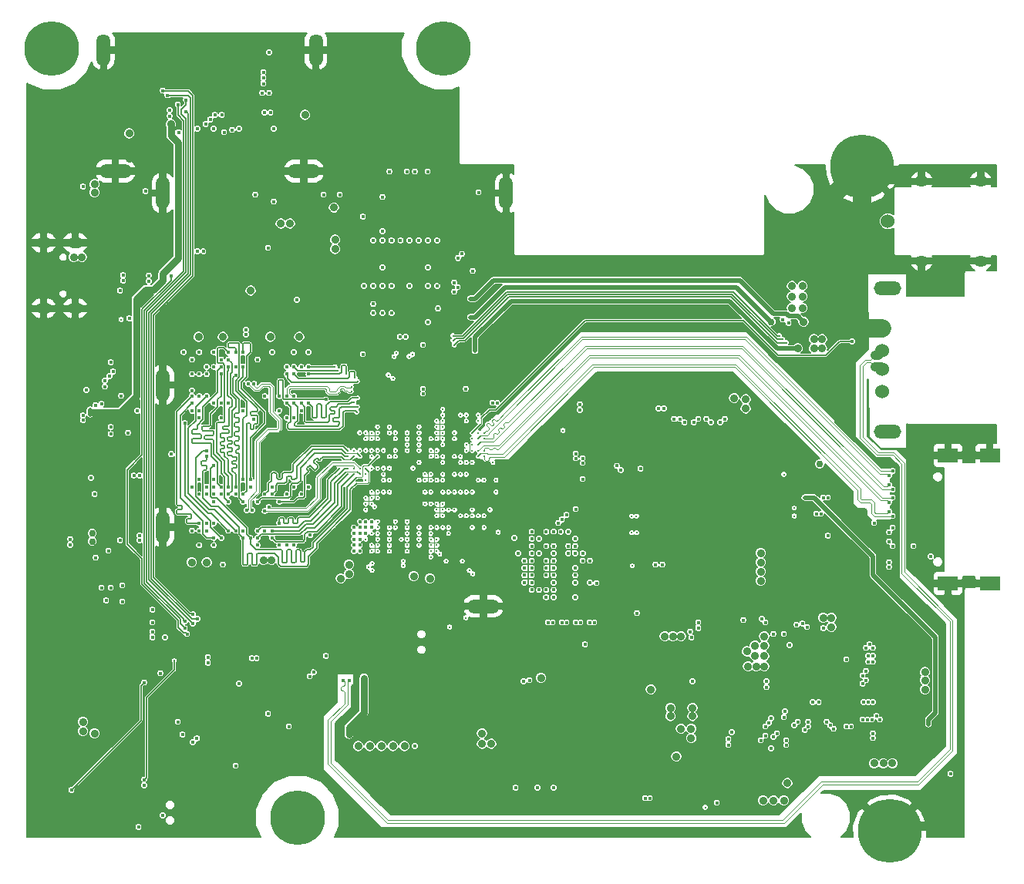
<source format=gbr>
G04 #@! TF.FileFunction,Copper,L3,Inr,Signal*
%FSLAX46Y46*%
G04 Gerber Fmt 4.6, Leading zero omitted, Abs format (unit mm)*
G04 Created by KiCad (PCBNEW no-vcs-found-undefined) date Tue Nov  8 15:56:20 2016*
%MOMM*%
%LPD*%
G01*
G04 APERTURE LIST*
%ADD10C,0.100000*%
%ADD11O,1.524000X1.200000*%
%ADD12C,1.524000*%
%ADD13O,3.000000X1.524000*%
%ADD14R,2.200000X1.600000*%
%ADD15R,0.400000X0.400000*%
%ADD16R,1.422400X1.422400*%
%ADD17O,1.800000X1.200000*%
%ADD18C,6.000000*%
%ADD19C,7.000000*%
%ADD20O,3.500000X1.500000*%
%ADD21O,1.500000X3.500000*%
%ADD22C,0.450000*%
%ADD23C,0.900000*%
%ADD24C,0.327000*%
%ADD25C,0.750000*%
%ADD26C,0.406400*%
%ADD27C,0.600000*%
%ADD28C,0.508000*%
%ADD29C,1.016000*%
%ADD30C,0.254000*%
%ADD31C,0.127000*%
%ADD32C,0.106680*%
%ADD33C,2.032000*%
%ADD34C,0.711200*%
%ADD35C,0.762000*%
%ADD36C,0.096520*%
%ADD37C,0.106600*%
%ADD38C,0.119380*%
G04 APERTURE END LIST*
D10*
D11*
X205010000Y-27629000D03*
X198510000Y-27629000D03*
X198510000Y-36379000D03*
X205010000Y-36379000D03*
D12*
X194810000Y-32004000D03*
D13*
X194810000Y-39394000D03*
X194810000Y-55094000D03*
D12*
X194210000Y-43744000D03*
X194210000Y-46244000D03*
X194210000Y-48244000D03*
X194210000Y-50744000D03*
D14*
X206000000Y-57726000D03*
X201400000Y-57726000D03*
X201400000Y-71776000D03*
X206000000Y-71776000D03*
D15*
X184871000Y-80861000D03*
X185571000Y-80861000D03*
X186271000Y-80861000D03*
X186271000Y-80161000D03*
X186271000Y-79461000D03*
X187871000Y-79461000D03*
X187871000Y-80161000D03*
X187871000Y-80861000D03*
X188571000Y-80861000D03*
X189271000Y-80861000D03*
X189271000Y-82461000D03*
X188571000Y-82461000D03*
X187871000Y-82461000D03*
X187871000Y-83161000D03*
X187871000Y-83861000D03*
X186271000Y-83861000D03*
X186271000Y-83161000D03*
X186271000Y-82461000D03*
X185571000Y-82461000D03*
X184871000Y-82461000D03*
D16*
X187071000Y-81661000D03*
D17*
X102112000Y-41573000D03*
X105582000Y-41573000D03*
X105582000Y-34373000D03*
X102112000Y-34373000D03*
D18*
X130000000Y-97500000D03*
X146000000Y-13000000D03*
D19*
X192000000Y-26000000D03*
X195000000Y-99000000D03*
D18*
X103000000Y-13000000D03*
D20*
X150400000Y-74300000D03*
D21*
X115200000Y-65600000D03*
X115200000Y-28900000D03*
X152900000Y-28900000D03*
D20*
X110000000Y-26500000D03*
X130700000Y-26500000D03*
D21*
X132000000Y-13200000D03*
X108700000Y-13200000D03*
X115200000Y-50000000D03*
D22*
X194945000Y-69977000D03*
X194945000Y-69469000D03*
D23*
X106426000Y-88011000D03*
X106426000Y-86995000D03*
X187579000Y-44958000D03*
X187579000Y-45974000D03*
X186690000Y-44958000D03*
X186690000Y-45974000D03*
X150241000Y-88265000D03*
X150241000Y-89408000D03*
X151257000Y-89408000D03*
X136652000Y-89662000D03*
X107696000Y-27940000D03*
X107696000Y-28829000D03*
D22*
X123190000Y-91821000D03*
X193294000Y-65151000D03*
D23*
X105918000Y-91186000D03*
D22*
X108458000Y-61595000D03*
X106426000Y-55626000D03*
X106426000Y-54991000D03*
X107442000Y-59055000D03*
X107442000Y-65024000D03*
X107442000Y-65532000D03*
X107188000Y-68453000D03*
X107188000Y-67945000D03*
X107315000Y-71501000D03*
X107823000Y-71501000D03*
X107188000Y-74930000D03*
X107188000Y-74422000D03*
X107188000Y-73914000D03*
X107188000Y-73406000D03*
X107188000Y-77470000D03*
X107188000Y-76962000D03*
X107188000Y-76454000D03*
D23*
X144526000Y-89408000D03*
X145669000Y-89408000D03*
X146812000Y-89408000D03*
X147955000Y-89408000D03*
X106299000Y-26035000D03*
X106172000Y-29972000D03*
X149098000Y-82169000D03*
X139319000Y-31750000D03*
X141351000Y-31750000D03*
X143256000Y-31750000D03*
X145415000Y-24003000D03*
X142875000Y-24003000D03*
X140208000Y-24003000D03*
X115062000Y-18923000D03*
X114681000Y-21971000D03*
X119761000Y-16510000D03*
X119761000Y-18288000D03*
X127000000Y-41783000D03*
X108585000Y-85090000D03*
X116078000Y-88519000D03*
X116078000Y-89408000D03*
D22*
X120904000Y-78867000D03*
D23*
X106553000Y-83566000D03*
X103886000Y-98425000D03*
X121920000Y-98425000D03*
X124460000Y-98425000D03*
X123190000Y-96520000D03*
X120015000Y-96520000D03*
D22*
X130683000Y-81026000D03*
D23*
X128016000Y-72263000D03*
X128905000Y-72263000D03*
D22*
X171196000Y-81915000D03*
X171196000Y-82931000D03*
D23*
X136779000Y-99060000D03*
X135636000Y-99060000D03*
D22*
X155321000Y-81534000D03*
X154813000Y-81534000D03*
X154305000Y-81534000D03*
D23*
X148082000Y-82169000D03*
X140462000Y-82169000D03*
D22*
X145034000Y-79248000D03*
X145542000Y-79248000D03*
X146050000Y-79248000D03*
X155575000Y-63119000D03*
X161163000Y-63627000D03*
X161544000Y-61087000D03*
D23*
X161163000Y-50927000D03*
X163449000Y-51308000D03*
X154305000Y-36830000D03*
X156845000Y-36830000D03*
X159385000Y-36830000D03*
X161925000Y-36830000D03*
X164465000Y-36830000D03*
X167005000Y-36830000D03*
X169545000Y-36830000D03*
X172085000Y-36830000D03*
X174625000Y-36830000D03*
X177165000Y-36830000D03*
X179705000Y-36830000D03*
X182245000Y-36830000D03*
X182245000Y-34290000D03*
X182245000Y-31750000D03*
X183515000Y-33020000D03*
X184785000Y-31750000D03*
X160401000Y-42037000D03*
X158369000Y-43688000D03*
X157226000Y-43180000D03*
X169545000Y-43688000D03*
X166751000Y-43688000D03*
X163957000Y-43688000D03*
X161798000Y-43688000D03*
X162941000Y-42037000D03*
X165354000Y-42037000D03*
X168148000Y-42037000D03*
X170815000Y-42037000D03*
X173101000Y-42037000D03*
X175387000Y-42037000D03*
X174117000Y-43688000D03*
X176403000Y-43688000D03*
D22*
X140589000Y-45212000D03*
X125730000Y-19431000D03*
D23*
X131445000Y-17526000D03*
X141605000Y-17526000D03*
X139065000Y-17526000D03*
X136525000Y-17526000D03*
X133985000Y-17526000D03*
X135255000Y-14224000D03*
X137795000Y-14224000D03*
X140335000Y-14224000D03*
X139065000Y-12065000D03*
X136525000Y-12065000D03*
X133985000Y-12065000D03*
X137795000Y-19939000D03*
X140335000Y-19939000D03*
X142748000Y-19939000D03*
X145669000Y-19939000D03*
X120904000Y-34925000D03*
X122428000Y-34925000D03*
X124079000Y-34925000D03*
X125603000Y-34925000D03*
X152273000Y-46228000D03*
X158368982Y-41910000D03*
X129921000Y-30474490D03*
X157093490Y-58547000D03*
X107055460Y-47117000D03*
D24*
X141375000Y-57850000D03*
D22*
X148590000Y-48641000D03*
X137300000Y-42100000D03*
D23*
X121666000Y-14859000D03*
X185801000Y-65532000D03*
X186944000Y-65532000D03*
X188087000Y-65532000D03*
X109855000Y-93726000D03*
X108839000Y-93726000D03*
D22*
X117094000Y-77978000D03*
X117094000Y-77470000D03*
D23*
X127127000Y-85090000D03*
D25*
X123825000Y-89662000D03*
X124460000Y-89662000D03*
D22*
X194564000Y-58547000D03*
X164592000Y-76708000D03*
X164592000Y-77216000D03*
D23*
X112014000Y-85090000D03*
X118872000Y-86100490D03*
X153035000Y-46990000D03*
X156083000Y-41910000D03*
X157226000Y-41910000D03*
D24*
X149825000Y-65650000D03*
X149825000Y-63700000D03*
D22*
X167894000Y-74422000D03*
X163195000Y-64770000D03*
X171704000Y-69723000D03*
X164719000Y-72390000D03*
X167640000Y-69723000D03*
X169926000Y-74422000D03*
X154686000Y-76073000D03*
X154178000Y-76073000D03*
X159131000Y-74041000D03*
X155067000Y-63119000D03*
X154559000Y-63119000D03*
X154051000Y-63119000D03*
X154900000Y-68500000D03*
X156500000Y-69300000D03*
X155700000Y-73300000D03*
X156500000Y-67700000D03*
X156500000Y-66100000D03*
X156500000Y-70900000D03*
X156500000Y-71700000D03*
X156500000Y-70100000D03*
X159700000Y-71700000D03*
X158900000Y-70100000D03*
X159700000Y-69300000D03*
X159700000Y-70100000D03*
X158900000Y-69300000D03*
D23*
X171958000Y-43688000D03*
X189992000Y-53721000D03*
X190500000Y-46863000D03*
X189357000Y-46863000D03*
D22*
X150876000Y-99314000D03*
D23*
X154559000Y-88773000D03*
X156591000Y-88773000D03*
X155575000Y-88773000D03*
D22*
X191897000Y-91186000D03*
X192405000Y-91186000D03*
D23*
X168529000Y-51816000D03*
X162306000Y-51308000D03*
D22*
X168021000Y-48768000D03*
D23*
X169164000Y-64389000D03*
X170180000Y-64389000D03*
X171196000Y-64389000D03*
D22*
X180086000Y-73787000D03*
X179070000Y-73787000D03*
X179578000Y-72771000D03*
X181483000Y-91948000D03*
X180721000Y-91948000D03*
X179959000Y-91948000D03*
X179197000Y-91948000D03*
X175895000Y-53721000D03*
X172974000Y-51435000D03*
X175895000Y-51435000D03*
X168656000Y-48768000D03*
X176530000Y-48768000D03*
X175006000Y-48768000D03*
X173609000Y-48768000D03*
X172085000Y-48768000D03*
X172974000Y-53721000D03*
D23*
X162941000Y-94107000D03*
X106807000Y-91186000D03*
X138049000Y-74295000D03*
X121539000Y-29083000D03*
X119634000Y-29083000D03*
X124333000Y-30353000D03*
X122428000Y-30353000D03*
X120523000Y-30353000D03*
X139065000Y-22225000D03*
X144145000Y-22225000D03*
X141605000Y-22225000D03*
X146685000Y-22225000D03*
D24*
X147225000Y-56550000D03*
D22*
X113665000Y-40259000D03*
X112014000Y-67056000D03*
X112014000Y-66548000D03*
D23*
X119507000Y-81788000D03*
X111760000Y-30099000D03*
X110617000Y-30099000D03*
X105410000Y-40005000D03*
X106299000Y-40005000D03*
D22*
X134366000Y-41783000D03*
D23*
X125984000Y-14351000D03*
X117221000Y-14859000D03*
X123063000Y-16510000D03*
X129286000Y-23622000D03*
X121666000Y-23749000D03*
X111506000Y-25146000D03*
D22*
X111887000Y-21082000D03*
X111887000Y-19431000D03*
X111887000Y-17907000D03*
X111887000Y-16510000D03*
X109982000Y-16510000D03*
X109982000Y-15494000D03*
X109982000Y-14478000D03*
X110998000Y-14478000D03*
X112014000Y-14478000D03*
X106172000Y-21082000D03*
X107188000Y-21082000D03*
X108204000Y-21082000D03*
X109220000Y-21082000D03*
X110236000Y-21082000D03*
X106172000Y-19304000D03*
X107188000Y-19304000D03*
X108204000Y-19304000D03*
X109220000Y-19304000D03*
X110236000Y-19304000D03*
X110236000Y-18288000D03*
D23*
X104648000Y-22225000D03*
X104648000Y-19050000D03*
D22*
X141097000Y-26543000D03*
D23*
X129921000Y-34036000D03*
X137160000Y-74295000D03*
D26*
X142675000Y-63700000D03*
X142675000Y-61750000D03*
D24*
X142675000Y-59800000D03*
X143325000Y-57850000D03*
X140725000Y-59150000D03*
X140075000Y-59800000D03*
X140725000Y-59800000D03*
X140725000Y-61100000D03*
D26*
X140075000Y-63700000D03*
X140725000Y-63050000D03*
D24*
X138775000Y-63050000D03*
X138125000Y-63700000D03*
D23*
X119634000Y-40005000D03*
D22*
X129921000Y-39624000D03*
D23*
X125476000Y-41783000D03*
X128778000Y-41783000D03*
X121793000Y-41783000D03*
X119126000Y-41783000D03*
X121793000Y-72263000D03*
X119380000Y-72263000D03*
X116586000Y-72263000D03*
D22*
X118400000Y-46400000D03*
X120000000Y-46400000D03*
X121600000Y-46400000D03*
X124000000Y-47200000D03*
X118400000Y-53600000D03*
X120000000Y-53600000D03*
X121600000Y-52800000D03*
X124000000Y-52000000D03*
D23*
X118110000Y-98298000D03*
D22*
X122428000Y-79121000D03*
X122682000Y-84074000D03*
D23*
X131572000Y-87503000D03*
X139319000Y-82169000D03*
D22*
X144526000Y-79248000D03*
X171196000Y-81026000D03*
X169672000Y-81026000D03*
D23*
X157226000Y-94107000D03*
X161925000Y-94107000D03*
D24*
X139425000Y-63700000D03*
D23*
X130683000Y-74295000D03*
X129794000Y-74295000D03*
X128016000Y-74295000D03*
X128905000Y-74295000D03*
D24*
X143325000Y-63700000D03*
D26*
X140075000Y-64350000D03*
D24*
X141375000Y-64350000D03*
X142675000Y-64350000D03*
D23*
X140208000Y-71755000D03*
X140208000Y-72771000D03*
D24*
X150475000Y-61750000D03*
X149825000Y-61750000D03*
D22*
X141300000Y-33100000D03*
X137300000Y-35100000D03*
X137300000Y-37100000D03*
X139300000Y-35100000D03*
X138300000Y-35100000D03*
X141300000Y-35100000D03*
X140300000Y-35100000D03*
X143300000Y-35100000D03*
X142300000Y-35100000D03*
X145300000Y-37100000D03*
X145300000Y-35100000D03*
X139300000Y-40100000D03*
X138300000Y-40100000D03*
X143300000Y-41100000D03*
X143300000Y-39100000D03*
X145400000Y-42600000D03*
D24*
X150475000Y-67600000D03*
X150475000Y-53950000D03*
X145275000Y-59150000D03*
X145275000Y-59800000D03*
X144625000Y-58500000D03*
X145275000Y-61750000D03*
X145275000Y-61100000D03*
X143325000Y-61750000D03*
X143325000Y-59800000D03*
D26*
X142675000Y-61100000D03*
X142675000Y-60450000D03*
D24*
X145275000Y-62400000D03*
D26*
X142675000Y-62400000D03*
D24*
X143325000Y-63050000D03*
X143325000Y-62400000D03*
D26*
X142675000Y-63050000D03*
X142025000Y-63700000D03*
D24*
X142025000Y-64350000D03*
D26*
X142025000Y-62400000D03*
X142025000Y-63050000D03*
X142025000Y-61100000D03*
D24*
X142025000Y-59150000D03*
D26*
X142025000Y-60450000D03*
X141375000Y-61750000D03*
X142025000Y-61750000D03*
X141375000Y-63050000D03*
X141375000Y-62400000D03*
X140725000Y-63700000D03*
X141375000Y-63700000D03*
X140725000Y-62400000D03*
X141375000Y-61100000D03*
D24*
X140725000Y-61750000D03*
D26*
X141375000Y-59800000D03*
X142025000Y-59800000D03*
D24*
X140725000Y-60450000D03*
D26*
X141375000Y-60450000D03*
X141375000Y-59150000D03*
D24*
X140075000Y-61100000D03*
X140725000Y-64350000D03*
X140075000Y-62400000D03*
X139425000Y-62400000D03*
X138125000Y-60450000D03*
X136825000Y-63700000D03*
D22*
X130400000Y-62800000D03*
D23*
X127000000Y-58900000D03*
D24*
X136825000Y-60450000D03*
D22*
X135525000Y-53300000D03*
D24*
X136825000Y-54600000D03*
X139425000Y-54600000D03*
X139425000Y-55250000D03*
D22*
X125600000Y-46400000D03*
X126400000Y-61200000D03*
D23*
X127900000Y-58900000D03*
X128800000Y-58900000D03*
D22*
X126400000Y-52000000D03*
X126800000Y-53800000D03*
X126000000Y-53800000D03*
X128800000Y-52800000D03*
X128000000Y-52000000D03*
X130400000Y-53600000D03*
X131200000Y-67600000D03*
X119200000Y-61200000D03*
X120000000Y-60400000D03*
X121600000Y-60400000D03*
X124000000Y-61200000D03*
X118400000Y-67600000D03*
X120000000Y-67600000D03*
X121600000Y-67600000D03*
X124800000Y-66000000D03*
X128000000Y-61200000D03*
X128000000Y-62000000D03*
X128800000Y-61200000D03*
X126400000Y-66800000D03*
X128000000Y-66800000D03*
D26*
X128800000Y-66800000D03*
D22*
X126400000Y-67600000D03*
X127200000Y-67600000D03*
X130400000Y-67600000D03*
X130400000Y-61200000D03*
D24*
X139425000Y-63050000D03*
D26*
X140075000Y-63050000D03*
D24*
X142025000Y-57850000D03*
X139425000Y-57850000D03*
X137475000Y-57850000D03*
X137475000Y-61750000D03*
X138125000Y-59800000D03*
D22*
X130400000Y-48800000D03*
X128000000Y-48000000D03*
X130400000Y-46400000D03*
X131200000Y-53600000D03*
X128800000Y-46400000D03*
X128000000Y-46400000D03*
X197993000Y-91567000D03*
X198374000Y-91186000D03*
X179959000Y-76581000D03*
X179451000Y-76581000D03*
X178943000Y-76581000D03*
X179578000Y-73787000D03*
X179578000Y-73279000D03*
X178943000Y-88519000D03*
X178308000Y-88519000D03*
D23*
X186690000Y-71247000D03*
X188500000Y-71200000D03*
X187600000Y-71200000D03*
D22*
X199263000Y-85471000D03*
X199263000Y-84963000D03*
X199263000Y-84455000D03*
X199136000Y-88011000D03*
X199136000Y-88519000D03*
X199136000Y-89027000D03*
X197612000Y-60452000D03*
X197612000Y-63373000D03*
X195326000Y-63373000D03*
X195326000Y-60452000D03*
X195326000Y-66675000D03*
X199009000Y-61341000D03*
X199009000Y-62611000D03*
X199009000Y-65151000D03*
X199009000Y-63881000D03*
X202819000Y-76327000D03*
X202819000Y-79629000D03*
X202819000Y-84201000D03*
X202819000Y-91313000D03*
X202819000Y-93472000D03*
X202819000Y-74041000D03*
X197612000Y-66675000D03*
X199009000Y-67500000D03*
X181479065Y-83181065D03*
D23*
X170942000Y-86360000D03*
X170942000Y-85471000D03*
X141732000Y-89662000D03*
X140462000Y-89662000D03*
X139192000Y-89662000D03*
X137922000Y-89662000D03*
X173355000Y-86360000D03*
X173355000Y-85471000D03*
D22*
X142875000Y-89662000D03*
X190246000Y-80137000D03*
X117500000Y-46400000D03*
D23*
X119126000Y-44704000D03*
X121793000Y-44704000D03*
X130175000Y-44704000D03*
X127000000Y-44704000D03*
X124841000Y-39624000D03*
X120015000Y-69469000D03*
X118364000Y-69469000D03*
X126238000Y-69215000D03*
D22*
X120800000Y-46400000D03*
X119200000Y-46400000D03*
X125600000Y-47200000D03*
X123200000Y-48000000D03*
X119200000Y-53600000D03*
X121600000Y-53600000D03*
X124000000Y-52800000D03*
D24*
X140075000Y-59150000D03*
X139425000Y-59800000D03*
X139425000Y-59150000D03*
X140075000Y-60450000D03*
X139425000Y-60450000D03*
X140075000Y-61750000D03*
X139425000Y-61750000D03*
D23*
X127127000Y-69215000D03*
D24*
X140725000Y-57200000D03*
X140725000Y-57850000D03*
D22*
X126400000Y-51200000D03*
X130400000Y-52800000D03*
X128000000Y-52800000D03*
X128800000Y-53600000D03*
X129600000Y-53600000D03*
X119200000Y-60400000D03*
X120800000Y-60400000D03*
X123200000Y-62000000D03*
X119200000Y-67600000D03*
X120800000Y-67600000D03*
X124000000Y-66000000D03*
X124800000Y-61200000D03*
X125600000Y-67600000D03*
X127200000Y-61200000D03*
X128800000Y-62000000D03*
X129600000Y-61200000D03*
X126400000Y-66000000D03*
X128000000Y-67600000D03*
X128800000Y-67600000D03*
X129600000Y-67600000D03*
X130400000Y-62000000D03*
X131400000Y-66500000D03*
X131200000Y-61200000D03*
D24*
X140075000Y-57850000D03*
X138775000Y-59150000D03*
D22*
X128800000Y-48000000D03*
X129600000Y-46400000D03*
X130400000Y-48000000D03*
X131200000Y-46400000D03*
X127200000Y-46400000D03*
X125200000Y-53800000D03*
X176022000Y-95885000D03*
X186563000Y-84836000D03*
D23*
X183388000Y-95631000D03*
X183769000Y-93726000D03*
X181102000Y-95631000D03*
X182245000Y-95631000D03*
D22*
X124333000Y-43942000D03*
X124333000Y-44450000D03*
X116100000Y-57600000D03*
X121793000Y-69723000D03*
X122400000Y-52000000D03*
X129921000Y-40640000D03*
D24*
X138775000Y-57200000D03*
D22*
X161290000Y-60325000D03*
X110490000Y-39624000D03*
X114046000Y-74676000D03*
X112522000Y-98552000D03*
X113157000Y-93980000D03*
X117348000Y-88392000D03*
X167640000Y-59182000D03*
D23*
X177927000Y-51435000D03*
D22*
X153924000Y-94234000D03*
D24*
X145275000Y-64350000D03*
X145275000Y-63700000D03*
X145925000Y-63700000D03*
X145925000Y-63050000D03*
X145275000Y-60450000D03*
D22*
X106426000Y-53340000D03*
X106426000Y-53848000D03*
X110617000Y-51181000D03*
X112649000Y-66548000D03*
X112649000Y-67056000D03*
D23*
X129159000Y-32258000D03*
X128143000Y-32258000D03*
D24*
X146575000Y-61750000D03*
D22*
X201676000Y-92710000D03*
D23*
X111506000Y-22352000D03*
X198882000Y-82423000D03*
X198882000Y-81534000D03*
X198882000Y-83439000D03*
D22*
X138300000Y-42100000D03*
D23*
X134112000Y-34036000D03*
X134112000Y-35052000D03*
D22*
X144300000Y-43100000D03*
X144300000Y-34100000D03*
X142300000Y-34100000D03*
X143300000Y-34100000D03*
X140300000Y-34100000D03*
X141300000Y-34100000D03*
X138300000Y-34100000D03*
X139300000Y-34100000D03*
X139300000Y-37100000D03*
X144300000Y-37100000D03*
X145300000Y-34100000D03*
X137300000Y-39100000D03*
X140300000Y-39100000D03*
X142300000Y-39100000D03*
X145300000Y-39100000D03*
D23*
X133985000Y-30485510D03*
D22*
X139300000Y-33100000D03*
X118999000Y-35306000D03*
D24*
X145925000Y-53950000D03*
D22*
X119634000Y-35306000D03*
D24*
X145925000Y-53300000D03*
D22*
X114046000Y-76073000D03*
X109474000Y-54610000D03*
X143764000Y-50419000D03*
X143764000Y-50927000D03*
X115443000Y-77724000D03*
D24*
X144625000Y-55900000D03*
D22*
X149479000Y-46228000D03*
D23*
X184912000Y-45974000D03*
D22*
X111379000Y-55245000D03*
X193167000Y-79756000D03*
X137160000Y-46609000D03*
X149479000Y-45720000D03*
D24*
X145925000Y-61750000D03*
X144625000Y-57200000D03*
D22*
X192659000Y-79756000D03*
D25*
X187325000Y-58674000D03*
D22*
X151892000Y-51943000D03*
X143764000Y-45593000D03*
X151384000Y-51943000D03*
D24*
X143325000Y-56550000D03*
D22*
X181356000Y-88519000D03*
X180848000Y-89027000D03*
X114046000Y-77089000D03*
D24*
X145275000Y-53950000D03*
X142621000Y-46609000D03*
X142240000Y-46863000D03*
X143325000Y-57200000D03*
X142025000Y-57200000D03*
D22*
X114046000Y-77724000D03*
D24*
X145275000Y-54600000D03*
X140589000Y-46863000D03*
X142025000Y-56550000D03*
X140843000Y-46482000D03*
X142025000Y-55900000D03*
D23*
X106299000Y-35941000D03*
X105410000Y-35941000D03*
X181229000Y-77597000D03*
X181229000Y-78613000D03*
X180213000Y-78613000D03*
D24*
X138125000Y-67600000D03*
D22*
X111506000Y-42672000D03*
X126746000Y-86106000D03*
X123571000Y-82804000D03*
X124968000Y-80010000D03*
X125476000Y-80010000D03*
D27*
X135636000Y-88392000D03*
X137287000Y-82169000D03*
D22*
X185674000Y-62357000D03*
D24*
X145925000Y-60450000D03*
D22*
X186182000Y-62357000D03*
X199263000Y-86741000D03*
X199263000Y-87249000D03*
D23*
X107696000Y-88265000D03*
X173222490Y-87757000D03*
X173222490Y-88773000D03*
D22*
X183896000Y-43180000D03*
D23*
X172085000Y-87757000D03*
X172085000Y-77597000D03*
X171196000Y-77597000D03*
X170307000Y-77597000D03*
D22*
X181991000Y-86614000D03*
X192405000Y-82423000D03*
X192024000Y-82804000D03*
D23*
X180213000Y-79756000D03*
X181229000Y-79756000D03*
X179324000Y-79248000D03*
D22*
X181737000Y-87122000D03*
X181356000Y-87503000D03*
X177673000Y-88138000D03*
X185674000Y-87884000D03*
X186055000Y-86995000D03*
X186055000Y-87503000D03*
X183642000Y-89535000D03*
X183642000Y-89027000D03*
X188849000Y-87757000D03*
X188468000Y-87376000D03*
X188087000Y-86995000D03*
X193167000Y-88265000D03*
X193167000Y-88773000D03*
D23*
X187706000Y-75565000D03*
X188595000Y-76581000D03*
X188595000Y-75565000D03*
D22*
X192151000Y-84836000D03*
X192659000Y-84836000D03*
X193167000Y-84836000D03*
X193040000Y-86741000D03*
X192532000Y-86741000D03*
X184531000Y-87376000D03*
X192024000Y-86741000D03*
X192405000Y-78867000D03*
X193167000Y-78867000D03*
X192786000Y-78486000D03*
X184912000Y-86995000D03*
X161290000Y-58547000D03*
X161290000Y-58039000D03*
D23*
X116078000Y-21336000D03*
D22*
X107188000Y-52705000D03*
X107188000Y-53213000D03*
X187452000Y-64135000D03*
X186944000Y-64135000D03*
D24*
X145925000Y-59800000D03*
D22*
X182626000Y-88265000D03*
X182245000Y-88646000D03*
X114935000Y-81661000D03*
D24*
X145275000Y-55250000D03*
D23*
X130810000Y-20320000D03*
D22*
X160528000Y-58039000D03*
X160528000Y-63627000D03*
X160528000Y-57531000D03*
D24*
X146575000Y-63700000D03*
D22*
X188214000Y-62357000D03*
X193167000Y-80391000D03*
X187706000Y-62357000D03*
D24*
X145925000Y-58500000D03*
D22*
X192659000Y-80391000D03*
D23*
X185547000Y-43053000D03*
D22*
X181991000Y-89916000D03*
X141224000Y-44704000D03*
X149479000Y-40513000D03*
X148971000Y-40513000D03*
D24*
X145275000Y-57850000D03*
D23*
X135636000Y-69723000D03*
X134747000Y-71247000D03*
X135636000Y-70739000D03*
D26*
X136175000Y-66950000D03*
X136175000Y-67600000D03*
X136175000Y-68250000D03*
X136825000Y-68250000D03*
X136175000Y-65650000D03*
X136175000Y-66300000D03*
X136825000Y-67600000D03*
X136825000Y-66950000D03*
X136825000Y-65650000D03*
X136825000Y-66300000D03*
D24*
X137475000Y-66950000D03*
D26*
X137475000Y-66300000D03*
D24*
X138125000Y-66300000D03*
D26*
X137475000Y-65650000D03*
X138125000Y-65650000D03*
D24*
X138775000Y-65650000D03*
D26*
X137475000Y-65000000D03*
X136825000Y-65000000D03*
D24*
X138775000Y-65000000D03*
D26*
X138125000Y-65000000D03*
D23*
X180848000Y-68453000D03*
X180848000Y-69469000D03*
X180848000Y-71501000D03*
X180848000Y-70485000D03*
D22*
X173355000Y-82550000D03*
X181483000Y-82550000D03*
D25*
X181991000Y-43053000D03*
D22*
X141859000Y-44704000D03*
X148971000Y-42545000D03*
X149479000Y-42545000D03*
D24*
X145925000Y-57850000D03*
D22*
X181356000Y-76073000D03*
X180975000Y-75692000D03*
D23*
X195317591Y-91558591D03*
X193294000Y-91561490D03*
X194310000Y-91561490D03*
X144526000Y-71247000D03*
X142748000Y-70993000D03*
D24*
X144625000Y-63050000D03*
X144625000Y-60450000D03*
X144625000Y-61750000D03*
X143975000Y-59800000D03*
X144625000Y-59800000D03*
X142675000Y-59150000D03*
X143325000Y-58500000D03*
X143975000Y-60450000D03*
X143325000Y-60450000D03*
X143975000Y-61750000D03*
X143975000Y-63050000D03*
X145275000Y-63050000D03*
D22*
X187198000Y-84836000D03*
X188214000Y-66548000D03*
D24*
X174752000Y-96393000D03*
D22*
X115189000Y-97282000D03*
D24*
X183642000Y-45339000D03*
X145925000Y-55900000D03*
X147193000Y-45593000D03*
D22*
X185928000Y-76581000D03*
X177292000Y-89535000D03*
X183388000Y-86487000D03*
X148463000Y-50419000D03*
D24*
X145275000Y-57200000D03*
D22*
X156337000Y-94234000D03*
D24*
X145275000Y-55900000D03*
D22*
X140081000Y-26543000D03*
X108966000Y-73660000D03*
D24*
X140075000Y-66950000D03*
D22*
X107823000Y-68961000D03*
X110744000Y-72009000D03*
D24*
X137795000Y-69977000D03*
D22*
X110744000Y-73787000D03*
D24*
X138176000Y-70358000D03*
D22*
X108458000Y-72263000D03*
D24*
X143325000Y-65650000D03*
D22*
X110490000Y-67056000D03*
D24*
X140725000Y-65650000D03*
D22*
X109220000Y-68199000D03*
D24*
X138775000Y-67600000D03*
D22*
X107696000Y-61976000D03*
D24*
X139954000Y-48895000D03*
D22*
X107315000Y-60198000D03*
D24*
X140462000Y-49276000D03*
D22*
X112395000Y-52832000D03*
D24*
X143325000Y-55900000D03*
D22*
X113157000Y-93345000D03*
D24*
X116459000Y-80264000D03*
X140075000Y-65650000D03*
X149175000Y-56550000D03*
D22*
X195326000Y-65659000D03*
D24*
X150475000Y-55250000D03*
D22*
X195326000Y-59436000D03*
D24*
X149825000Y-55900000D03*
D22*
X194945000Y-59944000D03*
X194945000Y-60960000D03*
D24*
X150475000Y-55900000D03*
D22*
X195326000Y-61468000D03*
D24*
X149825000Y-56550000D03*
X149825000Y-57200000D03*
D22*
X195326000Y-62357000D03*
X194945000Y-62865000D03*
D24*
X150475000Y-57200000D03*
D22*
X194945000Y-63881000D03*
D24*
X149825000Y-57850000D03*
X150475000Y-57850000D03*
D22*
X195326000Y-64389000D03*
D24*
X149175000Y-57200000D03*
D22*
X194945000Y-66167000D03*
D24*
X148525000Y-56550000D03*
D22*
X194945000Y-67183000D03*
X199517000Y-68834000D03*
X112014000Y-59944000D03*
D24*
X143325000Y-55250000D03*
D22*
X112649000Y-59944000D03*
D24*
X143325000Y-54600000D03*
D22*
X132842000Y-29083000D03*
X125349000Y-29083000D03*
X149860000Y-28829000D03*
X142875000Y-26543000D03*
X108839000Y-50165000D03*
D24*
X138176000Y-69596000D03*
D22*
X106807000Y-50546000D03*
D24*
X138125000Y-68250000D03*
D22*
X118400000Y-47200000D03*
X118400000Y-61200000D03*
D24*
X140725000Y-55900000D03*
D22*
X124563933Y-49860332D03*
X124425500Y-63754000D03*
X125212053Y-49860332D03*
X125002500Y-63754000D03*
X109474000Y-55372000D03*
D24*
X142025000Y-55250000D03*
D22*
X109474000Y-72263000D03*
D24*
X140075000Y-67600000D03*
D22*
X113665000Y-38608000D03*
X192024000Y-81915000D03*
X147611428Y-36030572D03*
D24*
X149825000Y-53300000D03*
D22*
X110830790Y-38533280D03*
D24*
X110617000Y-42799000D03*
X140075000Y-66300000D03*
D22*
X113284000Y-28702000D03*
X173101000Y-77089000D03*
X183388000Y-77343000D03*
X195326000Y-67691000D03*
D24*
X149175000Y-55900000D03*
D22*
X197612000Y-67691000D03*
X121666000Y-20320000D03*
D24*
X152019000Y-66167000D03*
D22*
X126746000Y-34925000D03*
X127381000Y-21844000D03*
D24*
X145925000Y-52650000D03*
X159131000Y-54991000D03*
X149825000Y-55250000D03*
D22*
X116840000Y-86995000D03*
X158115000Y-94234000D03*
X149225000Y-37465000D03*
X113665000Y-37973000D03*
X192405000Y-81407000D03*
X148044572Y-35597428D03*
D24*
X149825000Y-53950000D03*
D22*
X110830790Y-37920720D03*
X183261000Y-42799000D03*
X141986000Y-26543000D03*
X183997600Y-78587600D03*
X178943000Y-75819000D03*
D24*
X183388000Y-59817000D03*
X147225000Y-57850000D03*
D22*
X173990000Y-76708000D03*
D24*
X183261000Y-44958000D03*
X184531000Y-63500000D03*
X145925000Y-55250000D03*
X147066000Y-45085000D03*
D22*
X185420000Y-76200000D03*
D24*
X182880000Y-44577000D03*
X184531000Y-64389000D03*
X145925000Y-54600000D03*
X147066000Y-44577000D03*
D22*
X184785000Y-76327000D03*
D24*
X144625000Y-57850000D03*
X146685000Y-76581000D03*
X142025000Y-66950000D03*
X148463000Y-75565000D03*
X143325000Y-66300000D03*
D22*
X119888000Y-21336000D03*
X126111000Y-17907000D03*
D24*
X149175000Y-65650000D03*
D22*
X122809000Y-21971000D03*
D24*
X150475000Y-64350000D03*
D22*
X126365000Y-20066000D03*
X120396000Y-20828004D03*
X126238000Y-16891000D03*
D24*
X150475000Y-65650000D03*
D22*
X127000000Y-20066000D03*
X121920000Y-22225000D03*
D24*
X147875000Y-64350000D03*
D22*
X126238000Y-15621000D03*
D24*
X148525000Y-53300000D03*
D22*
X115697000Y-18161000D03*
X118999000Y-75692000D03*
X126873000Y-13462000D03*
X120904000Y-20320000D03*
X126238000Y-16256000D03*
D24*
X147875000Y-53300000D03*
D22*
X126873000Y-17907000D03*
X120777000Y-21844000D03*
D24*
X148525000Y-64350000D03*
D22*
X116967000Y-22225000D03*
D24*
X151125000Y-63700000D03*
D22*
X131754307Y-81564242D03*
X160995839Y-52121440D03*
X160995839Y-52734000D03*
X131321163Y-81997386D03*
X123571000Y-21844000D03*
D24*
X149825000Y-64350000D03*
D22*
X115951000Y-19812000D03*
D24*
X148525000Y-53950000D03*
D22*
X116840000Y-19177000D03*
X117602000Y-76708000D03*
X117729000Y-18669000D03*
X117602000Y-75946000D03*
X118999000Y-21844000D03*
D24*
X147225000Y-55900000D03*
D22*
X115951000Y-20447000D03*
D24*
X147225000Y-55250000D03*
D22*
X126400000Y-62000000D03*
D24*
X135525000Y-57200000D03*
D22*
X125600000Y-62800000D03*
D24*
X135525000Y-57850000D03*
X135525000Y-59150000D03*
D22*
X125600000Y-66000000D03*
X125600000Y-66800000D03*
D24*
X135525000Y-59800000D03*
D22*
X133100000Y-51600000D03*
X128000000Y-51200000D03*
X128000000Y-62800000D03*
D24*
X136175000Y-57850000D03*
D22*
X128000000Y-65200000D03*
D24*
X134550000Y-59150000D03*
D22*
X126397040Y-63848960D03*
D24*
X136175000Y-59150000D03*
D22*
X127200000Y-66800000D03*
D24*
X136175000Y-59800000D03*
D22*
X118400000Y-52800000D03*
D24*
X136825000Y-55250000D03*
D22*
X118400000Y-66000000D03*
X119200000Y-52800000D03*
X119200000Y-66000000D03*
D24*
X137475000Y-57200000D03*
D22*
X127200000Y-62000000D03*
D24*
X136825000Y-57850000D03*
D22*
X120000000Y-57800000D03*
X124000000Y-66800000D03*
D24*
X137475000Y-59150000D03*
X136825000Y-59150000D03*
D22*
X126840960Y-63405040D03*
X127200000Y-66000000D03*
D24*
X136825000Y-59800000D03*
D22*
X117600000Y-54200000D03*
D24*
X137475000Y-63050000D03*
D22*
X121600000Y-66800000D03*
D24*
X136600000Y-52400000D03*
D22*
X129600000Y-52000000D03*
D24*
X136500000Y-52975000D03*
D22*
X128800000Y-52000000D03*
X119200000Y-48800000D03*
D24*
X137475000Y-55250000D03*
D22*
X120000000Y-62000000D03*
X120000000Y-48000000D03*
D24*
X137475000Y-55900000D03*
D22*
X120000000Y-61200000D03*
X120800000Y-48000000D03*
D24*
X138125000Y-57200000D03*
D22*
X120800000Y-61200000D03*
X118400000Y-51200000D03*
X119200000Y-65200000D03*
D24*
X137475000Y-59800000D03*
D22*
X120000000Y-57200000D03*
X123200000Y-66000000D03*
D24*
X137475000Y-60450000D03*
D22*
X120800000Y-52000000D03*
X120000000Y-65200000D03*
D24*
X137475000Y-62400000D03*
D22*
X120000000Y-51200000D03*
X122400000Y-66000000D03*
D24*
X138125000Y-63050000D03*
D22*
X119200000Y-51200000D03*
X120000000Y-66000000D03*
D24*
X137475000Y-63700000D03*
X136600000Y-51400000D03*
D22*
X131200000Y-52000000D03*
X129600000Y-51200000D03*
D24*
X135900000Y-50700000D03*
X136200000Y-51900000D03*
D22*
X130400000Y-52000000D03*
X123200000Y-46400000D03*
D24*
X138125000Y-55250000D03*
D22*
X124000000Y-60400000D03*
X122400000Y-47200000D03*
X123200000Y-61200000D03*
D24*
X138125000Y-55900000D03*
D22*
X122400000Y-46400000D03*
X122400000Y-61200000D03*
D24*
X138125000Y-57850000D03*
D22*
X121600000Y-52000000D03*
D24*
X138125000Y-59150000D03*
D22*
X120800000Y-65200000D03*
X120000000Y-48800000D03*
D24*
X138125000Y-61750000D03*
D22*
X120800000Y-62000000D03*
X118400000Y-50600000D03*
X120800000Y-62800000D03*
D24*
X138125000Y-62400000D03*
X135900000Y-50200000D03*
D22*
X128800000Y-51200000D03*
X121600000Y-48800000D03*
D24*
X138775000Y-54600000D03*
D22*
X122400000Y-62800000D03*
X120800000Y-58800000D03*
D24*
X138775000Y-57850000D03*
D22*
X124800000Y-66800000D03*
X121600000Y-47200000D03*
X121600000Y-62000000D03*
D24*
X138775000Y-61750000D03*
D22*
X118400000Y-52000000D03*
D24*
X138775000Y-62400000D03*
D22*
X120800000Y-66800000D03*
D24*
X138450000Y-63375000D03*
D22*
X187706000Y-76708000D03*
X129600000Y-48800000D03*
D24*
X136300000Y-49200000D03*
D22*
X128800000Y-48800000D03*
D24*
X136600000Y-49600000D03*
D22*
X124000000Y-46400000D03*
D24*
X138775000Y-55900000D03*
D22*
X124800000Y-60400000D03*
X123200000Y-48900000D03*
D24*
X139425000Y-57200000D03*
D22*
X124000000Y-62800000D03*
D24*
X134400000Y-48400000D03*
D22*
X129600000Y-48000000D03*
D24*
X135300000Y-48800000D03*
D22*
X131200000Y-48800000D03*
X122400000Y-48000000D03*
D24*
X140075000Y-54600000D03*
D22*
X122400000Y-62000000D03*
X121600000Y-48000000D03*
D24*
X140075000Y-55250000D03*
D22*
X121600000Y-61200000D03*
X118400000Y-48800000D03*
X119200000Y-62000000D03*
D24*
X138775000Y-55250000D03*
D22*
X131200000Y-48000000D03*
D24*
X134100000Y-48000000D03*
D22*
X124000000Y-48000000D03*
D24*
X140725000Y-55250000D03*
D22*
X124000000Y-62000000D03*
X158100000Y-73300000D03*
D24*
X141375000Y-66950000D03*
D22*
X158100000Y-72500000D03*
D24*
X142025000Y-65650000D03*
D22*
X117856000Y-77343000D03*
X116078000Y-37973000D03*
D24*
X145925000Y-56550000D03*
D22*
X115189000Y-17653000D03*
X118491000Y-75184000D03*
X117729000Y-19938988D03*
X118491000Y-76200000D03*
X106426000Y-28194000D03*
X173990000Y-76073000D03*
D25*
X107442000Y-66294000D03*
X107442000Y-67183000D03*
D23*
X179197000Y-51562000D03*
X179197000Y-52578000D03*
D22*
X107823000Y-52197000D03*
D24*
X147875000Y-58500000D03*
D22*
X108458000Y-52070000D03*
D24*
X147875000Y-57850000D03*
D22*
X108839000Y-49530000D03*
D24*
X149175000Y-63700000D03*
D22*
X109347000Y-49022000D03*
D24*
X147225000Y-59800000D03*
D22*
X109728000Y-48514000D03*
D24*
X151775000Y-60450000D03*
D22*
X109474000Y-47498000D03*
D24*
X149175000Y-61750000D03*
X136175000Y-57200000D03*
X136825000Y-57200000D03*
D22*
X162560000Y-76073000D03*
X162052000Y-76073000D03*
X160500000Y-70900000D03*
X160500000Y-71700000D03*
X160500000Y-68500000D03*
X160500000Y-70100000D03*
X160500000Y-67700000D03*
X159700000Y-67700000D03*
X158623000Y-65151000D03*
X159004000Y-64770000D03*
X156500000Y-68500000D03*
X158100000Y-67700000D03*
X157300000Y-67700000D03*
X160500000Y-73300000D03*
X162100000Y-71700000D03*
X162100000Y-69300000D03*
X161036000Y-76073000D03*
X160528000Y-76073000D03*
X158100000Y-71700000D03*
X157300000Y-70900000D03*
X157300000Y-69300000D03*
X157300000Y-70100000D03*
D23*
X156718000Y-82169000D03*
D22*
X190754000Y-87503000D03*
X190246000Y-87503000D03*
X157988000Y-76073000D03*
X157480000Y-76073000D03*
X158100000Y-70900000D03*
X158100000Y-69300000D03*
X158100000Y-70100000D03*
X161300000Y-69300000D03*
X169291000Y-69723000D03*
X159512000Y-76073000D03*
X159004000Y-76073000D03*
X159700000Y-68500000D03*
X158100000Y-68500000D03*
X161544000Y-78486000D03*
X153797000Y-66802000D03*
D23*
X168783000Y-83439000D03*
D22*
X193929000Y-86741000D03*
X193548000Y-86360000D03*
D24*
X145925000Y-64350000D03*
X147225000Y-63700000D03*
X147875000Y-61750000D03*
D23*
X185420000Y-39116000D03*
X185420000Y-40259000D03*
X185420000Y-41529000D03*
X184277000Y-41529000D03*
X184277000Y-40259000D03*
X184277000Y-39116000D03*
D22*
X144272000Y-26543000D03*
D23*
X181229000Y-80899000D03*
X179451000Y-80899000D03*
X180340000Y-80899000D03*
D22*
X183515000Y-85852000D03*
X177292000Y-88900000D03*
X165053273Y-58881273D03*
X176911000Y-53721000D03*
X165504690Y-59332690D03*
X176403000Y-54102000D03*
D24*
X166674800Y-64414400D03*
D22*
X174879000Y-53721000D03*
D24*
X167208200Y-64414400D03*
D22*
X175387000Y-54102000D03*
D24*
X166674800Y-66217800D03*
D22*
X173482000Y-54102000D03*
D24*
X167233600Y-66217800D03*
D22*
X173990000Y-53721000D03*
X105156000Y-94488000D03*
X113157000Y-82677000D03*
D24*
X142025000Y-65000000D03*
D22*
X171323000Y-53721000D03*
D24*
X141605000Y-69850000D03*
D22*
X155448000Y-82423000D03*
D24*
X166751000Y-69850000D03*
X141605000Y-69342000D03*
D22*
X154813000Y-82550000D03*
X171958000Y-53721000D03*
X167259000Y-75057000D03*
X172466000Y-54102000D03*
D24*
X138775000Y-66300000D03*
D22*
X133096000Y-79756000D03*
X129032000Y-87503000D03*
D24*
X140725000Y-65000000D03*
D22*
X134620000Y-29083000D03*
D24*
X140075000Y-68250000D03*
D22*
X127381000Y-29845000D03*
D24*
X138775000Y-68250000D03*
D22*
X137160000Y-31496000D03*
X139319000Y-29337000D03*
D24*
X138775000Y-66950000D03*
D22*
X140300000Y-42100000D03*
D24*
X151450000Y-58500000D03*
D22*
X157300000Y-73300000D03*
D24*
X148525000Y-61750000D03*
D22*
X147574000Y-39243000D03*
D24*
X151775000Y-61750000D03*
D22*
X147193000Y-38735000D03*
X138300000Y-39100000D03*
D24*
X149825000Y-60450000D03*
X148525000Y-57200000D03*
D22*
X145400000Y-41600000D03*
D24*
X149175000Y-58500000D03*
D22*
X144300000Y-39100000D03*
D24*
X150475000Y-60450000D03*
X147225000Y-61750000D03*
D22*
X147193000Y-39751000D03*
X139300000Y-42100000D03*
D24*
X148525000Y-58500000D03*
D22*
X139300000Y-39100000D03*
D24*
X148525000Y-59800000D03*
D22*
X138300000Y-41100000D03*
D24*
X147875000Y-59800000D03*
D22*
X162814000Y-71755000D03*
D24*
X144625000Y-66300000D03*
D22*
X159512000Y-64262000D03*
X173228000Y-77724000D03*
X182245000Y-77343000D03*
X154900000Y-70900000D03*
D24*
X148844000Y-70358000D03*
X146304000Y-69342000D03*
D22*
X155700000Y-70900000D03*
X155700000Y-67700000D03*
D24*
X146575000Y-65650000D03*
D22*
X156500000Y-66900000D03*
D24*
X145600000Y-68575000D03*
D22*
X158100000Y-66100000D03*
D24*
X145275000Y-67600000D03*
X146575000Y-66300000D03*
D22*
X154200000Y-68500000D03*
X155700000Y-66100000D03*
D24*
X145275000Y-65650000D03*
D22*
X155700000Y-68500000D03*
D24*
X145925000Y-65650000D03*
X145275000Y-68250000D03*
D22*
X157300000Y-66100000D03*
X154900000Y-70100000D03*
D24*
X145275000Y-66950000D03*
D22*
X159700000Y-66100000D03*
D24*
X144625000Y-68250000D03*
D22*
X158900000Y-66100000D03*
D24*
X144625000Y-67600000D03*
D22*
X154900000Y-71700000D03*
D24*
X144625000Y-66950000D03*
D22*
X160500000Y-66900000D03*
D24*
X144625000Y-68900000D03*
X143325000Y-66950000D03*
D22*
X154900000Y-69300000D03*
X155700000Y-66900000D03*
D24*
X144625000Y-65650000D03*
D22*
X155700000Y-72500000D03*
D24*
X143325000Y-67600000D03*
D22*
X157300000Y-72500000D03*
D24*
X142025000Y-68250000D03*
D22*
X156500000Y-72500000D03*
D24*
X142025000Y-67600000D03*
D22*
X155700000Y-69300000D03*
D24*
X142025000Y-66300000D03*
X148082000Y-69342000D03*
D22*
X155700000Y-70100000D03*
X155700000Y-71700000D03*
D24*
X149225000Y-70739000D03*
D22*
X161300000Y-68500000D03*
X170053000Y-69723000D03*
D23*
X171577000Y-90805000D03*
D22*
X168148000Y-95377000D03*
X168656000Y-95377000D03*
D24*
X149175000Y-55250000D03*
D22*
X190881000Y-45212000D03*
D24*
X149175000Y-64350000D03*
D22*
X118942290Y-88787148D03*
X170234053Y-52557887D03*
X118509146Y-89220292D03*
X169621493Y-52557887D03*
X105029000Y-67564000D03*
X120142000Y-80518000D03*
X105029000Y-66929000D03*
X120142000Y-79883000D03*
X135001000Y-82423000D03*
X135636000Y-82423000D03*
D28*
X137922000Y-97917000D02*
X136779000Y-99060000D01*
D29*
X127900000Y-58900000D02*
X128799193Y-57785000D01*
X135525000Y-55900000D02*
X131163604Y-55900000D01*
X131163604Y-55900000D02*
X129278604Y-57785000D01*
X129278604Y-57785000D02*
X128799193Y-57785000D01*
D30*
X150475000Y-53950000D02*
X151339000Y-53086000D01*
X151339000Y-53086000D02*
X151892000Y-53086000D01*
X171958000Y-43688000D02*
X169545000Y-43688000D01*
X169545000Y-43688000D02*
X161290000Y-43688000D01*
X161290000Y-43688000D02*
X151892000Y-53086000D01*
D31*
X160100000Y-67300000D02*
X160100000Y-68900000D01*
X157700000Y-66500000D02*
X158500000Y-66500000D01*
X158500000Y-66500000D02*
X158500000Y-65700000D01*
X158500000Y-65700000D02*
X159300000Y-65700000D01*
X159300000Y-65700000D02*
X159300000Y-66500000D01*
X157700000Y-72900000D02*
X157700000Y-73700000D01*
X157700000Y-72900000D02*
X157700000Y-66500000D01*
X157700000Y-66500000D02*
X157700000Y-65600000D01*
X156900000Y-72900000D02*
X156900000Y-65700000D01*
X156100000Y-72900000D02*
X156100000Y-65700000D01*
X155300000Y-66500000D02*
X156100000Y-66500000D01*
X155300000Y-67300000D02*
X160100000Y-67300000D01*
X160100000Y-67300000D02*
X160900000Y-67300000D01*
X155300000Y-68100000D02*
X160900000Y-68100000D01*
X160900000Y-68100000D02*
X160900000Y-68900000D01*
X155300000Y-68900000D02*
X160100000Y-68900000D01*
X160100000Y-68900000D02*
X160900000Y-68900000D01*
X160900000Y-68900000D02*
X161700000Y-68900000D01*
X154500000Y-69700000D02*
X161700000Y-69700000D01*
X161700000Y-69700000D02*
X161700000Y-68900000D01*
X154500000Y-70500000D02*
X161500000Y-70500000D01*
X154500000Y-71300000D02*
X161000000Y-71300000D01*
X155300000Y-72100000D02*
X158500000Y-72100000D01*
X155300000Y-72900000D02*
X155300000Y-72100000D01*
X155300000Y-72100000D02*
X155300000Y-68900000D01*
X155300000Y-68900000D02*
X155300000Y-68100000D01*
X155300000Y-68100000D02*
X155300000Y-67300000D01*
X155300000Y-67300000D02*
X155300000Y-66500000D01*
X155300000Y-66500000D02*
X155300000Y-65700000D01*
X154500000Y-72900000D02*
X155300000Y-72900000D01*
X155300000Y-72900000D02*
X156100000Y-72900000D01*
X156100000Y-72900000D02*
X156900000Y-72900000D01*
X156900000Y-72900000D02*
X157700000Y-72900000D01*
X157700000Y-72900000D02*
X161700000Y-72900000D01*
X154900000Y-68500000D02*
X154500000Y-68900000D01*
X154500000Y-68900000D02*
X154500000Y-69700000D01*
X154500000Y-69700000D02*
X154500000Y-70500000D01*
X154500000Y-70500000D02*
X154500000Y-71300000D01*
X154500000Y-71300000D02*
X154500000Y-72900000D01*
D32*
X148850000Y-58175000D02*
X148850000Y-55900000D01*
X149500000Y-64025000D02*
X149500000Y-65000000D01*
X149500000Y-65000000D02*
X150150000Y-65000000D01*
X150150000Y-65000000D02*
X150150000Y-64025000D01*
X148200000Y-63700000D02*
X148200000Y-65000000D01*
X148200000Y-65000000D02*
X148850000Y-65000000D01*
X148850000Y-65000000D02*
X148850000Y-64025000D01*
X148850000Y-62400000D02*
X148850000Y-58175000D01*
X148200000Y-62400000D02*
X148200000Y-58175000D01*
X146900000Y-62400000D02*
X146900000Y-61100000D01*
X146900000Y-61100000D02*
X146250000Y-61100000D01*
X146250000Y-61100000D02*
X146250000Y-62400000D01*
X146250000Y-62400000D02*
X146250000Y-62075000D01*
X146250000Y-62075000D02*
X146250000Y-62400000D01*
X147550000Y-62400000D02*
X147550000Y-57525000D01*
X145600000Y-58175000D02*
X148200000Y-58175000D01*
X145600000Y-65000000D02*
X145600000Y-58175000D01*
X145600000Y-58175000D02*
X145600000Y-53625000D01*
X144950000Y-55575000D02*
X144950000Y-63375000D01*
X144300000Y-63375000D02*
X144300000Y-59475000D01*
X140400000Y-54925000D02*
X139425000Y-54925000D01*
X143650000Y-61100000D02*
X143650000Y-59150000D01*
X146575000Y-54275000D02*
X144950000Y-54275000D01*
X142675000Y-54925000D02*
X146575000Y-54925000D01*
X146575000Y-54925000D02*
X146250000Y-54925000D01*
X146250000Y-54925000D02*
X146575000Y-54925000D01*
X141375000Y-56225000D02*
X143975000Y-56225000D01*
X141375000Y-56875000D02*
X143975000Y-56875000D01*
X140400000Y-57525000D02*
X145600000Y-57525000D01*
X137150000Y-55575000D02*
X144950000Y-55575000D01*
X144950000Y-55575000D02*
X147550000Y-55575000D01*
X138450000Y-57525000D02*
X138450000Y-54925000D01*
X137800000Y-57525000D02*
X137800000Y-54925000D01*
X137800000Y-54925000D02*
X138450000Y-54925000D01*
X138450000Y-54925000D02*
X139425000Y-54925000D01*
X136825000Y-54600000D02*
X137150000Y-54925000D01*
X137150000Y-54925000D02*
X137150000Y-55575000D01*
X137150000Y-55575000D02*
X137150000Y-57525000D01*
X143325000Y-59800000D02*
X143650000Y-60125000D01*
X143650000Y-60125000D02*
X149175000Y-60125000D01*
X142675000Y-63050000D02*
X143000000Y-63375000D01*
X143000000Y-63375000D02*
X144300000Y-63375000D01*
X144300000Y-63375000D02*
X144950000Y-63375000D01*
X144950000Y-63375000D02*
X150475000Y-63375000D01*
X142675000Y-63700000D02*
X143000000Y-64025000D01*
X143000000Y-64025000D02*
X148850000Y-64025000D01*
X148850000Y-64025000D02*
X149500000Y-64025000D01*
X149500000Y-64025000D02*
X150150000Y-64025000D01*
X146250000Y-65975000D02*
X146250000Y-65000000D01*
X145600000Y-65000000D02*
X145600000Y-65975000D01*
X144950000Y-65000000D02*
X144950000Y-69225000D01*
X141700000Y-66625000D02*
X141700000Y-67275000D01*
X139100000Y-67925000D02*
X145600000Y-67925000D01*
X139425000Y-67275000D02*
X141700000Y-67275000D01*
X141700000Y-67275000D02*
X145600000Y-67275000D01*
X139425000Y-66625000D02*
X141700000Y-66625000D01*
X141700000Y-66625000D02*
X144950000Y-66625000D01*
X139425000Y-65975000D02*
X145600000Y-65975000D01*
X145600000Y-65975000D02*
X146250000Y-65975000D01*
X146250000Y-65975000D02*
X146900000Y-65975000D01*
X139425000Y-65325000D02*
X142675000Y-65325000D01*
X138450000Y-66625000D02*
X138450000Y-66100000D01*
X138450000Y-66100000D02*
X138575000Y-65975000D01*
X138575000Y-65975000D02*
X139425000Y-65975000D01*
X139425000Y-65975000D02*
X139100000Y-65975000D01*
X139100000Y-65975000D02*
X139425000Y-65975000D01*
X138450000Y-67275000D02*
X139425000Y-67275000D01*
X139425000Y-67275000D02*
X139100000Y-67275000D01*
X139100000Y-67275000D02*
X139425000Y-67275000D01*
X139425000Y-67925000D02*
X139100000Y-67925000D01*
X139100000Y-67925000D02*
X137800000Y-67925000D01*
X139425000Y-66625000D02*
X138450000Y-66625000D01*
X138450000Y-66625000D02*
X138450000Y-67275000D01*
X138450000Y-67275000D02*
X138450000Y-68900000D01*
X139100000Y-58825000D02*
X138450000Y-58825000D01*
X138450000Y-58825000D02*
X138450000Y-59475000D01*
X139750000Y-60125000D02*
X139100000Y-60125000D01*
X139750000Y-59475000D02*
X139100000Y-59475000D01*
X139750000Y-62075000D02*
X139750000Y-60125000D01*
X139750000Y-60125000D02*
X139750000Y-59475000D01*
X139750000Y-59475000D02*
X139750000Y-58825000D01*
X139100000Y-62075000D02*
X139100000Y-60125000D01*
X139100000Y-60125000D02*
X139100000Y-59475000D01*
X139100000Y-59475000D02*
X139100000Y-58825000D01*
X139100000Y-58825000D02*
X139100000Y-56875000D01*
X138450000Y-62725000D02*
X138450000Y-61100000D01*
X137800000Y-63375000D02*
X137150000Y-63375000D01*
X138125000Y-63700000D02*
X137800000Y-63375000D01*
X137800000Y-63375000D02*
X137800000Y-62075000D01*
X140400000Y-62725000D02*
X138450000Y-62725000D01*
X138450000Y-62725000D02*
X137150000Y-62725000D01*
X140400000Y-62075000D02*
X140400000Y-57525000D01*
X140400000Y-57525000D02*
X140400000Y-54925000D01*
X140400000Y-54925000D02*
X140400000Y-53625000D01*
X140400000Y-53625000D02*
X140725000Y-53625000D01*
X140400000Y-62075000D02*
X140400000Y-62725000D01*
X140400000Y-62725000D02*
X140400000Y-67925000D01*
X140400000Y-67925000D02*
X140725000Y-67925000D01*
X140725000Y-62400000D02*
X140400000Y-62075000D01*
X140400000Y-62075000D02*
X139750000Y-62075000D01*
X139750000Y-62075000D02*
X139100000Y-62075000D01*
X139100000Y-62075000D02*
X137800000Y-62075000D01*
X137800000Y-62075000D02*
X137150000Y-62075000D01*
X137150000Y-62075000D02*
X137150000Y-61750000D01*
X137475000Y-57850000D02*
X137800000Y-57525000D01*
X137800000Y-57525000D02*
X138450000Y-57525000D01*
X138450000Y-57525000D02*
X139100000Y-57525000D01*
X139100000Y-57525000D02*
X139425000Y-57850000D01*
D33*
X192000000Y-26000000D02*
X192000000Y-30949747D01*
X192000000Y-30949747D02*
X192024000Y-30973747D01*
X192000000Y-26000000D02*
X188500001Y-29499999D01*
X188500001Y-29499999D02*
X188500001Y-31971999D01*
X192924000Y-26924000D02*
X196469000Y-26924000D01*
X192000000Y-26000000D02*
X192924000Y-26924000D01*
D29*
X195575000Y-98425000D02*
X199517000Y-98425000D01*
X195000000Y-99000000D02*
X195575000Y-98425000D01*
D33*
X194210000Y-43744000D02*
X192080000Y-43744000D01*
D30*
X189992000Y-53721000D02*
X189992000Y-54737000D01*
X189992000Y-54737000D02*
X193802000Y-58547000D01*
X193802000Y-58547000D02*
X194564000Y-58547000D01*
D28*
X150876000Y-99314000D02*
X184912000Y-99314000D01*
X150876000Y-99314000D02*
X139319000Y-99314000D01*
X139319000Y-99314000D02*
X137922000Y-97917000D01*
X137922000Y-97917000D02*
X132461000Y-92456000D01*
X132461000Y-92456000D02*
X123952000Y-92456000D01*
X123952000Y-92456000D02*
X118110000Y-98298000D01*
D34*
X145161000Y-65000000D02*
X144950000Y-65000000D01*
X144950000Y-65000000D02*
X143975000Y-65000000D01*
D28*
X189992000Y-53721000D02*
X183642000Y-47371000D01*
X183642000Y-47371000D02*
X182753000Y-47371000D01*
X182753000Y-47371000D02*
X179070000Y-43688000D01*
X179070000Y-43688000D02*
X174117000Y-43688000D01*
X174117000Y-43688000D02*
X171958000Y-43688000D01*
D29*
X127000000Y-58900000D02*
X127000000Y-58000000D01*
X127000000Y-58000000D02*
X129300000Y-55700000D01*
D28*
X118110000Y-98298000D02*
X117094000Y-99314000D01*
X117094000Y-99314000D02*
X101600000Y-99314000D01*
X101600000Y-99314000D02*
X100711000Y-98425000D01*
X100711000Y-98425000D02*
X100711000Y-43688000D01*
D34*
X147225000Y-65000000D02*
X146250000Y-65000000D01*
X146250000Y-65000000D02*
X145600000Y-65000000D01*
X145600000Y-65000000D02*
X145161000Y-65000000D01*
X145161000Y-65000000D02*
X145275000Y-65000000D01*
D35*
X143325000Y-63700000D02*
X143975000Y-64350000D01*
X143975000Y-64350000D02*
X143975000Y-65000000D01*
D34*
X143975000Y-65000000D02*
X143975000Y-69550000D01*
X142675000Y-64350000D02*
X142675000Y-65325000D01*
X142675000Y-65325000D02*
X142675000Y-69550000D01*
X141375000Y-64350000D02*
X141375000Y-65975000D01*
X140725000Y-66625000D02*
X140725000Y-67925000D01*
X140725000Y-67925000D02*
X140725000Y-70850000D01*
D35*
X141375000Y-65975000D02*
X140725000Y-66625000D01*
X140075000Y-64350000D02*
X139425000Y-64350000D01*
D34*
X139425000Y-64350000D02*
X139425000Y-65325000D01*
X139425000Y-65325000D02*
X139425000Y-65975000D01*
X139425000Y-65975000D02*
X139425000Y-66625000D01*
X139425000Y-66625000D02*
X139425000Y-67275000D01*
X139425000Y-67275000D02*
X139425000Y-67925000D01*
X139425000Y-67925000D02*
X139425000Y-75075000D01*
X147225000Y-62400000D02*
X146900000Y-62400000D01*
X146900000Y-62400000D02*
X147550000Y-62400000D01*
X147550000Y-62400000D02*
X148200000Y-62400000D01*
X148200000Y-62400000D02*
X148850000Y-62400000D01*
X148850000Y-62400000D02*
X151775000Y-62400000D01*
X147225000Y-65000000D02*
X150800000Y-65000000D01*
X140075000Y-61100000D02*
X138450000Y-61100000D01*
X137475000Y-61750000D02*
X137150000Y-61750000D01*
X137150000Y-61750000D02*
X136825000Y-61750000D01*
X136825000Y-61750000D02*
X136500000Y-62075000D01*
X136500000Y-62075000D02*
X136500000Y-63050000D01*
X143325000Y-62400000D02*
X146250000Y-62400000D01*
X146250000Y-62400000D02*
X147225000Y-62400000D01*
X142675000Y-61100000D02*
X143650000Y-61100000D01*
X143650000Y-61100000D02*
X151775000Y-61100000D01*
D35*
X137800000Y-53625000D02*
X137800000Y-50050000D01*
X140725000Y-53950000D02*
X140725000Y-53625000D01*
X140725000Y-53625000D02*
X140725000Y-50700000D01*
D34*
X146575000Y-59150000D02*
X151450000Y-59150000D01*
D35*
X148525000Y-54925000D02*
X147225000Y-53625000D01*
X146575000Y-56875000D02*
X147225000Y-56875000D01*
X147225000Y-56875000D02*
X148200000Y-55900000D01*
X148200000Y-55900000D02*
X148200000Y-55250000D01*
X148200000Y-55250000D02*
X148525000Y-54925000D01*
X148525000Y-54925000D02*
X148850000Y-54600000D01*
X148850000Y-54600000D02*
X149175000Y-54275000D01*
D34*
X149175000Y-54275000D02*
X149175000Y-51350000D01*
X145275000Y-59150000D02*
X146575000Y-59150000D01*
X146575000Y-59150000D02*
X146575000Y-56875000D01*
X146575000Y-56875000D02*
X146575000Y-54925000D01*
X146575000Y-54925000D02*
X146575000Y-54275000D01*
X146575000Y-54275000D02*
X146575000Y-50700000D01*
X143325000Y-59800000D02*
X143325000Y-59475000D01*
X143325000Y-59475000D02*
X143650000Y-59150000D01*
X143650000Y-59150000D02*
X143975000Y-58825000D01*
X141375000Y-59150000D02*
X142675000Y-57850000D01*
X142675000Y-57850000D02*
X142675000Y-54925000D01*
X142675000Y-54925000D02*
X142675000Y-50700000D01*
D29*
X136500000Y-64025000D02*
X133900000Y-66625000D01*
D28*
X136500000Y-64025000D02*
X136825000Y-63700000D01*
D29*
X133900000Y-66625000D02*
X133900000Y-67600000D01*
D30*
X127900000Y-58900000D02*
X127000000Y-58900000D01*
D34*
X141375000Y-56550000D02*
X141375000Y-56225000D01*
X141375000Y-56225000D02*
X141375000Y-56875000D01*
X141375000Y-56875000D02*
X141375000Y-54600000D01*
D28*
X135525000Y-53300000D02*
X135525000Y-54275000D01*
X135525000Y-54275000D02*
X135850000Y-54600000D01*
D34*
X136825000Y-54600000D02*
X135850000Y-54600000D01*
X136825000Y-56550000D02*
X135850000Y-55575000D01*
D35*
X135850000Y-54600000D02*
X135850000Y-55575000D01*
D34*
X136825000Y-56550000D02*
X139100000Y-56550000D01*
X137800000Y-53625000D02*
X136825000Y-54600000D01*
X139425000Y-54600000D02*
X139425000Y-54925000D01*
X139425000Y-54925000D02*
X139425000Y-50375000D01*
X139425000Y-55250000D02*
X139425000Y-54600000D01*
D35*
X141375000Y-54600000D02*
X140725000Y-53950000D01*
D30*
X128000000Y-59100000D02*
X128800000Y-58900000D01*
X126400000Y-61200000D02*
X126400000Y-59900000D01*
X126400000Y-59900000D02*
X127200000Y-59100000D01*
X127200000Y-59100000D02*
X128000000Y-59100000D01*
D34*
X142025000Y-57850000D02*
X141375000Y-57850000D01*
X141375000Y-57850000D02*
X141375000Y-56550000D01*
X141375000Y-56550000D02*
X139100000Y-56550000D01*
D28*
X184912000Y-45974000D02*
X182626000Y-45974000D01*
X182626000Y-45974000D02*
X177419000Y-40767000D01*
X177419000Y-40767000D02*
X153416000Y-40767000D01*
X153416000Y-40767000D02*
X149479000Y-44704000D01*
X149479000Y-44704000D02*
X149479000Y-45720000D01*
X149479000Y-46228000D02*
X149479000Y-45720000D01*
D35*
X135636000Y-88392000D02*
X135636000Y-87630000D01*
X135636000Y-87630000D02*
X137287000Y-85979000D01*
X137287000Y-85979000D02*
X137287000Y-82169000D01*
D28*
X199263000Y-86741000D02*
X200025000Y-85979000D01*
X200025000Y-85979000D02*
X200025000Y-77724000D01*
X200025000Y-77724000D02*
X193167000Y-70866000D01*
X193167000Y-70866000D02*
X193167000Y-68834000D01*
X193167000Y-68834000D02*
X186690000Y-62357000D01*
X186690000Y-62357000D02*
X186182000Y-62357000D01*
X185674008Y-62357008D02*
X185674000Y-62357000D01*
X185674008Y-62357008D02*
X186182000Y-62357000D01*
X199263000Y-87249000D02*
X199263000Y-86741000D01*
D35*
X107442000Y-52959000D02*
X110490000Y-52959000D01*
X116840000Y-36068000D02*
X116840000Y-23368000D01*
X116840000Y-23368000D02*
X116078000Y-22606000D01*
X110490000Y-52959000D02*
X112268000Y-51181000D01*
X112268000Y-51181000D02*
X112268000Y-40513000D01*
X112268000Y-40513000D02*
X113284000Y-39497000D01*
X113284000Y-39497000D02*
X114173000Y-39497000D01*
X114173000Y-39497000D02*
X115189000Y-38481000D01*
X115189000Y-38481000D02*
X115189000Y-37719000D01*
X116078000Y-22606000D02*
X116078000Y-21972396D01*
X115189000Y-37719000D02*
X116840000Y-36068000D01*
X116078000Y-21972396D02*
X116078000Y-21336000D01*
D28*
X107188000Y-52959000D02*
X107442000Y-52959000D01*
X107188000Y-52705000D02*
X107188000Y-52959000D01*
X107188000Y-52959000D02*
X107188000Y-53213000D01*
X149479000Y-40513000D02*
X151511000Y-38481000D01*
X183896000Y-42418000D02*
X184912000Y-42418000D01*
X151511000Y-38481000D02*
X178562000Y-38481000D01*
X178562000Y-38481000D02*
X182245000Y-42164000D01*
X182245000Y-42164000D02*
X183642000Y-42164000D01*
X184912000Y-42418000D02*
X185547000Y-43053000D01*
X183642000Y-42164000D02*
X183896000Y-42418000D01*
X149479000Y-40513000D02*
X148971000Y-40513000D01*
X149479000Y-42545000D02*
X152781000Y-39243000D01*
X152781000Y-39243000D02*
X178181000Y-39243000D01*
X178181000Y-39243000D02*
X181991000Y-43053000D01*
X148971000Y-42545000D02*
X149479000Y-42545000D01*
D31*
X183642000Y-45339000D02*
X182626000Y-45339000D01*
X182626000Y-45339000D02*
X177546000Y-40259000D01*
X177546000Y-40259000D02*
X153162000Y-40259000D01*
X148335991Y-45085009D02*
X147701000Y-45085000D01*
X153162000Y-40259000D02*
X148335991Y-45085009D01*
X147701000Y-45085000D02*
X147700991Y-45084991D01*
X147700991Y-45084991D02*
X147193000Y-45593000D01*
X116459000Y-81280000D02*
X113411000Y-84328000D01*
X113411000Y-84328000D02*
X113411000Y-93091000D01*
X113411000Y-93091000D02*
X113157000Y-93345000D01*
X116459000Y-80264000D02*
X116459000Y-81280000D01*
D36*
X150475000Y-55250000D02*
X150696548Y-55028452D01*
X151439242Y-53773816D02*
X151562986Y-53773816D01*
X194026506Y-59436000D02*
X195326000Y-59436000D01*
X150696548Y-55028452D02*
X150797042Y-55028452D01*
X150728879Y-54424632D02*
X150728879Y-54300888D01*
X151002999Y-54698752D02*
X150728879Y-54424632D01*
X151374233Y-54451265D02*
X151497973Y-54327521D01*
X150797042Y-55028452D02*
X151003000Y-54822494D01*
X151003000Y-54822494D02*
X151002999Y-54698752D01*
X151497972Y-54203779D02*
X151315497Y-54021304D01*
X150852624Y-54177144D02*
X150976368Y-54177144D01*
X150728879Y-54300888D02*
X150852624Y-54177144D01*
X150976368Y-54177144D02*
X151250489Y-54451265D01*
X151250489Y-54451265D02*
X151374233Y-54451265D01*
X151497973Y-54327521D02*
X151497972Y-54203779D01*
X151315497Y-54021304D02*
X151315497Y-53897560D01*
X152817080Y-53008414D02*
X161153244Y-44672250D01*
X151315497Y-53897560D02*
X151439242Y-53773816D01*
X151562986Y-53773816D02*
X151745462Y-53956292D01*
X151745462Y-53956292D02*
X151869206Y-53956292D01*
X151869206Y-53956292D02*
X151992947Y-53832548D01*
X151992947Y-53832548D02*
X152817080Y-53008414D01*
X161153244Y-44672250D02*
X179262756Y-44672250D01*
X179262756Y-44672250D02*
X194026506Y-59436000D01*
X194945000Y-59944000D02*
X194754499Y-59753499D01*
X151029048Y-55245458D02*
X151029048Y-55345952D01*
X194754499Y-59753499D02*
X193894993Y-59753499D01*
X151029048Y-55345952D02*
X150800000Y-55575000D01*
X193894993Y-59753499D02*
X179131244Y-44989750D01*
X179131244Y-44989750D02*
X161284756Y-44989750D01*
X161284756Y-44989750D02*
X151029048Y-55245458D01*
D32*
X150150000Y-55575000D02*
X150800000Y-55575000D01*
D31*
X149825000Y-55900000D02*
X150150000Y-55575000D01*
D36*
X151823338Y-55328738D02*
X151964758Y-55328739D01*
X150475000Y-55900000D02*
X151393494Y-55900000D01*
X153156827Y-54136668D02*
X161605244Y-45688250D01*
X151393494Y-55900000D02*
X151540494Y-55753000D01*
X152389022Y-54763054D02*
X152530442Y-54763055D01*
X151540494Y-55753000D02*
X151540493Y-55611580D01*
X152045476Y-54843772D02*
X152186897Y-54702352D01*
X152186897Y-54702352D02*
X152328319Y-54702351D01*
X151479791Y-55550878D02*
X151479792Y-55409456D01*
X151540493Y-55611580D02*
X151479791Y-55550878D01*
X152328319Y-54702351D02*
X152389022Y-54763054D01*
X151479792Y-55409456D02*
X151621213Y-55268036D01*
X151621213Y-55268036D02*
X151762635Y-55268035D01*
X151762635Y-55268035D02*
X151823338Y-55328738D01*
X152752581Y-54136668D02*
X153156827Y-54136668D01*
X152106178Y-55187316D02*
X152106177Y-55045896D01*
X151964758Y-55328739D02*
X152106178Y-55187316D01*
X152106177Y-55045896D02*
X152045475Y-54985194D01*
X152045475Y-54985194D02*
X152045476Y-54843772D01*
X152530442Y-54763055D02*
X152671862Y-54621632D01*
X152671862Y-54621632D02*
X152671861Y-54480212D01*
X194344007Y-61150501D02*
X194754499Y-61150501D01*
X152671861Y-54480212D02*
X152611159Y-54419510D01*
X161605244Y-45688250D02*
X178881756Y-45688250D01*
X152611159Y-54419510D02*
X152611160Y-54278088D01*
X152611160Y-54278088D02*
X152752581Y-54136668D01*
X178881756Y-45688250D02*
X194344007Y-61150501D01*
X194754499Y-61150501D02*
X194945000Y-60960000D01*
X195326000Y-61468000D02*
X194212494Y-61468000D01*
X194212494Y-61468000D02*
X178750244Y-46005750D01*
X178750244Y-46005750D02*
X161736756Y-46005750D01*
X161736756Y-46005750D02*
X151517506Y-56225000D01*
X151517506Y-56225000D02*
X150800000Y-56225000D01*
D31*
X149825000Y-56550000D02*
X150150000Y-56225000D01*
D32*
X150150000Y-56225000D02*
X150800000Y-56225000D01*
D36*
X178500756Y-46704250D02*
X161986244Y-46704250D01*
X195326000Y-62357000D02*
X194153506Y-62357000D01*
X194153506Y-62357000D02*
X178500756Y-46704250D01*
X161986244Y-46704250D02*
X152080244Y-56610250D01*
X152080244Y-56610250D02*
X150414750Y-56610250D01*
X150414750Y-56610250D02*
X149825000Y-57200000D01*
X194945000Y-62865000D02*
X194754499Y-62674499D01*
X151301400Y-57102350D02*
X151050600Y-57102350D01*
X194754499Y-62674499D02*
X194021993Y-62674499D01*
X194021993Y-62674499D02*
X178369244Y-47021750D01*
X178369244Y-47021750D02*
X162117756Y-47021750D01*
X162117756Y-47021750D02*
X152040306Y-57099200D01*
X151476000Y-56927750D02*
X151301400Y-57102350D01*
X150876000Y-56927750D02*
X150546262Y-56927750D01*
X150546262Y-56927750D02*
X150475000Y-56999012D01*
X152040306Y-57099200D02*
X151815800Y-57099200D01*
X151815800Y-57099200D02*
X151644350Y-56927750D01*
X151644350Y-56927750D02*
X151476000Y-56927750D01*
X151050600Y-57102350D02*
X150876000Y-56927750D01*
X150475000Y-56999012D02*
X150475000Y-57200000D01*
X191801750Y-62469044D02*
X191801750Y-61402244D01*
X191801750Y-61402244D02*
X178119756Y-47720250D01*
X191911956Y-62579250D02*
X191801750Y-62469044D01*
X192978756Y-62579250D02*
X191911956Y-62579250D01*
X193325750Y-62926244D02*
X192978756Y-62579250D01*
X193325750Y-63942244D02*
X193325750Y-62926244D01*
X193455007Y-64071501D02*
X193325750Y-63942244D01*
X194945000Y-63881000D02*
X194754499Y-64071501D01*
X194754499Y-64071501D02*
X193455007Y-64071501D01*
X178119756Y-47720250D02*
X162367244Y-47720250D01*
X162367244Y-47720250D02*
X152527744Y-57559750D01*
X152527744Y-57559750D02*
X150834750Y-57559750D01*
X150834750Y-57559750D02*
X150800000Y-57525000D01*
D31*
X149825000Y-57850000D02*
X150150000Y-57525000D01*
D32*
X150150000Y-57525000D02*
X150800000Y-57525000D01*
D36*
X150622000Y-58293000D02*
X150475000Y-58146000D01*
X150475000Y-58146000D02*
X150475000Y-57850000D01*
X150876000Y-58293000D02*
X150622000Y-58293000D01*
X151003000Y-58166000D02*
X150876000Y-58293000D01*
X151003000Y-58004250D02*
X151003000Y-58166000D01*
X152659256Y-57877250D02*
X151130000Y-57877250D01*
X151130000Y-57877250D02*
X151003000Y-58004250D01*
X191484250Y-62600556D02*
X191484250Y-61533756D01*
X191484250Y-61533756D02*
X177988244Y-48037750D01*
X191780444Y-62896750D02*
X191484250Y-62600556D01*
X192847244Y-62896750D02*
X191780444Y-62896750D01*
X193008250Y-63057756D02*
X192847244Y-62896750D01*
X193008250Y-64073756D02*
X193008250Y-63057756D01*
X195326000Y-64389000D02*
X193323494Y-64389000D01*
X193323494Y-64389000D02*
X193008250Y-64073756D01*
X177988244Y-48037750D02*
X162498756Y-48037750D01*
X162498756Y-48037750D02*
X152659256Y-57877250D01*
X126834244Y-50158750D02*
X126165756Y-50158750D01*
X126165756Y-50158750D02*
X125758889Y-50565617D01*
X126968250Y-50292756D02*
X126834244Y-50158750D01*
X126968250Y-53024756D02*
X126968250Y-50292756D01*
X125444250Y-56131244D02*
X126734244Y-54841250D01*
X126734244Y-54841250D02*
X127734244Y-54841250D01*
X125444250Y-61656244D02*
X125444250Y-56131244D01*
X124563933Y-49860332D02*
X125269218Y-50565617D01*
X125269218Y-50565617D02*
X125758889Y-50565617D01*
X124555251Y-62545243D02*
X125444250Y-61656244D01*
X127853968Y-53910474D02*
X126968250Y-53024756D01*
X124425500Y-63754000D02*
X124555251Y-63624249D01*
X124555251Y-63624249D02*
X124555251Y-62545243D01*
X127853968Y-54721526D02*
X127853968Y-53910474D01*
X127734244Y-54841250D02*
X127853968Y-54721526D01*
X126965756Y-49841250D02*
X126034244Y-49841250D01*
X126034244Y-49841250D02*
X125627377Y-50248117D01*
X127285750Y-50161244D02*
X126965756Y-49841250D01*
X127285750Y-52893244D02*
X127285750Y-50161244D01*
X125761750Y-56262756D02*
X126865756Y-55158750D01*
X126865756Y-55158750D02*
X127865756Y-55158750D01*
X125761750Y-61787756D02*
X125761750Y-56262756D01*
X125400730Y-50248117D02*
X125627377Y-50248117D01*
X125212053Y-49860332D02*
X125212053Y-50059440D01*
X125212053Y-50059440D02*
X125400730Y-50248117D01*
X127865756Y-55158750D02*
X128171468Y-54853038D01*
X125002500Y-63754000D02*
X124872749Y-63624249D01*
X124872749Y-63624249D02*
X124872749Y-62676757D01*
X124872749Y-62676757D02*
X125761750Y-61787756D01*
X128171468Y-53778962D02*
X127285750Y-52893244D01*
X128171468Y-54853038D02*
X128171468Y-53778962D01*
D31*
X183261000Y-44958000D02*
X182626000Y-44958000D01*
X182626000Y-44958000D02*
X177673000Y-40005000D01*
X177673000Y-40005000D02*
X153035000Y-40005000D01*
X147320000Y-44831000D02*
X147066000Y-45085000D01*
X153035000Y-40005000D02*
X148209000Y-44831000D01*
X148209000Y-44831000D02*
X147320000Y-44831000D01*
X182880000Y-44577000D02*
X182626000Y-44577000D01*
X182626000Y-44577000D02*
X177800000Y-39751000D01*
X177800000Y-39751000D02*
X152908000Y-39751000D01*
X152908000Y-39751000D02*
X148082000Y-44577000D01*
X148082000Y-44577000D02*
X147955000Y-44577000D01*
X147955000Y-44577000D02*
X147066000Y-44577000D01*
X118999000Y-75692000D02*
X118364000Y-75692000D01*
X118364000Y-75692000D02*
X113919000Y-71247000D01*
X113919000Y-71247000D02*
X113919000Y-67945020D01*
X113919010Y-67945010D02*
X113919010Y-42163990D01*
X113919000Y-67945020D02*
X113919010Y-67945010D01*
X117983000Y-18161000D02*
X116332000Y-18161000D01*
X113919010Y-42163990D02*
X118237000Y-37846000D01*
X118237000Y-37846000D02*
X118237000Y-18415000D01*
X116332000Y-18161000D02*
X115697000Y-18161000D01*
X118237000Y-18415000D02*
X117983000Y-18161000D01*
X117602000Y-76708000D02*
X117094000Y-76200000D01*
X113157000Y-41783000D02*
X117475000Y-37465000D01*
X117094000Y-76200000D02*
X117094000Y-75692000D01*
X117094000Y-75692000D02*
X113157000Y-71755000D01*
X113157000Y-71755000D02*
X113157000Y-41783000D01*
X117475000Y-37465000D02*
X117475000Y-20955000D01*
X116840000Y-20320000D02*
X116840000Y-19495198D01*
X117475000Y-20955000D02*
X116840000Y-20320000D01*
X116840000Y-19495198D02*
X116840000Y-19177000D01*
X117602000Y-75946000D02*
X117475000Y-75819000D01*
X117729000Y-20701000D02*
X117221000Y-20193000D01*
X117475000Y-75819000D02*
X117475000Y-75692000D01*
X117475000Y-75692000D02*
X113411000Y-71628000D01*
X113411000Y-71628000D02*
X113411000Y-41910000D01*
X113411000Y-41910000D02*
X117729000Y-37592000D01*
X117729000Y-19177000D02*
X117729000Y-18669000D01*
X117729000Y-37592000D02*
X117729000Y-20701000D01*
X117221000Y-20193000D02*
X117221000Y-19685000D01*
X117221000Y-19685000D02*
X117729000Y-19177000D01*
X127700000Y-60200000D02*
X127700000Y-59800000D01*
X126800000Y-61600000D02*
X126400000Y-62000000D01*
X126800000Y-60800000D02*
X126800000Y-61600000D01*
X127900000Y-60400000D02*
X127700000Y-60200000D01*
X129300000Y-59600000D02*
X128500000Y-59600000D01*
X129500000Y-59400000D02*
X129300000Y-59600000D01*
X135525000Y-57200000D02*
X135025000Y-56700000D01*
X131500000Y-56700000D02*
X129500000Y-58700000D01*
X135025000Y-56700000D02*
X131500000Y-56700000D01*
X129500000Y-58700000D02*
X129500000Y-59400000D01*
X128300000Y-60200000D02*
X128100000Y-60400000D01*
X128300000Y-59800000D02*
X128300000Y-60200000D01*
X128500000Y-59600000D02*
X128300000Y-59800000D01*
X128100000Y-60400000D02*
X127900000Y-60400000D01*
X127100000Y-60500000D02*
X126800000Y-60800000D01*
X127100000Y-59800000D02*
X127100000Y-60500000D01*
X127300000Y-59600000D02*
X127100000Y-59800000D01*
X127500000Y-59600000D02*
X127300000Y-59600000D01*
X127700000Y-59800000D02*
X127500000Y-59600000D01*
X129200000Y-62200000D02*
X129200000Y-61000000D01*
X126000000Y-62400000D02*
X125600000Y-62800000D01*
X126000000Y-62400000D02*
X129000000Y-62400000D01*
X129000000Y-62400000D02*
X129200000Y-62200000D01*
X130300000Y-59100000D02*
X130300000Y-60500000D01*
X130300000Y-60500000D02*
X130000000Y-60800000D01*
X134850000Y-57500000D02*
X135200000Y-57850000D01*
X134850000Y-57500000D02*
X131900000Y-57500000D01*
X131900000Y-57500000D02*
X130300000Y-59100000D01*
X129400000Y-60800000D02*
X130000000Y-60800000D01*
X129200000Y-61000000D02*
X129400000Y-60800000D01*
X135525000Y-57850000D02*
X135200000Y-57850000D01*
X135200000Y-57850000D02*
X135193000Y-57850000D01*
X133685000Y-62673000D02*
X131458000Y-64900000D01*
X135200000Y-59150000D02*
X135160000Y-59150000D01*
X135200000Y-59150000D02*
X135525000Y-59150000D01*
X125600000Y-66000000D02*
X126000000Y-65600000D01*
X126000000Y-65600000D02*
X128400000Y-65600000D01*
X133685000Y-60625000D02*
X133685000Y-62673000D01*
X135160000Y-59150000D02*
X133685000Y-60625000D01*
X130100000Y-65600000D02*
X128400000Y-65600000D01*
X130800000Y-64900000D02*
X130100000Y-65600000D01*
X131458000Y-64900000D02*
X130800000Y-64900000D01*
X134447000Y-63119000D02*
X131866000Y-65700000D01*
X131866000Y-65700000D02*
X130981000Y-65700000D01*
X130281000Y-66400000D02*
X128400000Y-66400000D01*
X126000000Y-66400000D02*
X128400000Y-66400000D01*
X125600000Y-66800000D02*
X126000000Y-66400000D01*
X130981000Y-65700000D02*
X130281000Y-66400000D01*
X135525000Y-59800000D02*
X134447000Y-60878000D01*
X134447000Y-60878000D02*
X134447000Y-63119000D01*
X128400000Y-51500000D02*
X128400000Y-49500000D01*
X128500000Y-51600000D02*
X128400000Y-51500000D01*
X128400000Y-49500000D02*
X128300000Y-49400000D01*
X128000000Y-49400000D02*
X127900000Y-49500000D01*
X127900000Y-51100000D02*
X128000000Y-51200000D01*
X127900000Y-49500000D02*
X127900000Y-51100000D01*
X128300000Y-49400000D02*
X128000000Y-49400000D01*
X133100000Y-51600000D02*
X128500000Y-51600000D01*
X135073000Y-58175000D02*
X134798000Y-57900000D01*
X130800000Y-62200000D02*
X130600000Y-62400000D01*
X130600000Y-62400000D02*
X130000000Y-62400000D01*
X130000000Y-62400000D02*
X129600000Y-62800000D01*
X131819120Y-58498463D02*
X132201536Y-58880880D01*
X132220873Y-59052501D02*
X132201536Y-59076748D01*
X132356322Y-58232793D02*
X132328379Y-58219337D01*
X132039237Y-58087389D02*
X132014989Y-58106726D01*
X132201536Y-59076748D02*
X132005669Y-59272616D01*
X131313943Y-58850505D02*
X131283706Y-58857407D01*
X131892228Y-59312311D02*
X131861991Y-59305410D01*
X132186610Y-58087389D02*
X132158667Y-58073933D01*
X132800000Y-57900000D02*
X132500000Y-58200000D01*
X132097416Y-58067032D02*
X132067180Y-58073933D01*
X131799783Y-58326842D02*
X131786326Y-58354785D01*
X131953477Y-59305411D02*
X131923242Y-59312311D01*
X131923242Y-59312311D02*
X131892228Y-59312311D01*
X131148257Y-59399457D02*
X131161713Y-59427400D01*
X132067180Y-58073933D02*
X132039237Y-58087389D01*
X131786326Y-58446272D02*
X131799783Y-58474215D01*
X131981420Y-59291954D02*
X131953477Y-59305411D01*
X132220874Y-58905127D02*
X132234330Y-58933069D01*
X131035647Y-59281937D02*
X131128920Y-59375210D01*
X130995952Y-59199509D02*
X131002853Y-59229746D01*
X131016310Y-59257689D02*
X131035647Y-59281937D01*
X132241231Y-58963307D02*
X132241231Y-58994321D01*
X131002853Y-59138259D02*
X130995952Y-59168495D01*
X131128920Y-59375210D02*
X131148257Y-59399457D01*
X129600000Y-62800000D02*
X128000000Y-62800000D01*
X131148257Y-59546830D02*
X131128920Y-59571078D01*
X131819120Y-58302594D02*
X131799783Y-58326842D01*
X132447809Y-58232793D02*
X132417572Y-58239694D01*
X131427384Y-58890200D02*
X131403136Y-58870863D01*
X131128920Y-59571078D02*
X130800000Y-59900000D01*
X131799783Y-58474215D02*
X131819120Y-58498463D01*
X132500000Y-58200000D02*
X132475752Y-58219337D01*
X131016310Y-59110316D02*
X131002853Y-59138259D01*
X131834048Y-59291953D02*
X131809799Y-59272617D01*
X131168614Y-59488651D02*
X131161713Y-59518887D01*
X131403136Y-58870863D02*
X131375194Y-58857407D01*
X132128430Y-58067032D02*
X132097416Y-58067032D01*
X131861991Y-59305410D02*
X131834048Y-59291953D01*
X132158667Y-58073933D02*
X132128430Y-58067032D01*
X131161713Y-59518887D02*
X131148257Y-59546830D01*
X132328379Y-58219337D02*
X132304131Y-58200000D01*
X132304131Y-58200000D02*
X132210857Y-58106726D01*
X132417572Y-58239694D02*
X132386558Y-58239694D01*
X132201536Y-58880880D02*
X132220874Y-58905127D01*
X131779425Y-58385021D02*
X131779425Y-58416035D01*
X132005669Y-59272616D02*
X131981420Y-59291954D01*
X132014989Y-58106726D02*
X131819120Y-58302594D01*
X132475752Y-58219337D02*
X132447809Y-58232793D01*
X131786326Y-58354785D02*
X131779425Y-58385021D01*
X131161713Y-59427400D02*
X131168614Y-59457637D01*
X131255763Y-58870863D02*
X131231516Y-58890200D01*
X131809799Y-59272617D02*
X131427384Y-58890200D01*
X131231516Y-58890200D02*
X131035647Y-59086068D01*
X132386558Y-58239694D02*
X132356322Y-58232793D01*
X131283706Y-58857407D02*
X131255763Y-58870863D01*
X130995952Y-59168495D02*
X130995952Y-59199509D01*
X132234330Y-58933069D02*
X132241231Y-58963307D01*
X131168614Y-59457637D02*
X131168614Y-59488651D01*
X132234330Y-59024557D02*
X132220873Y-59052501D01*
X132210857Y-58106726D02*
X132186610Y-58087389D01*
X131779425Y-58416035D02*
X131786326Y-58446272D01*
X131375194Y-58857407D02*
X131344957Y-58850505D01*
X131344957Y-58850505D02*
X131313943Y-58850505D01*
X131002853Y-59229746D02*
X131016310Y-59257689D01*
X134798000Y-57900000D02*
X132800000Y-57900000D01*
X132241231Y-58994321D02*
X132234330Y-59024557D01*
X131035647Y-59086068D02*
X131016310Y-59110316D01*
X130800000Y-59900000D02*
X130800000Y-62200000D01*
D37*
X135850000Y-58175000D02*
X135073000Y-58175000D01*
D31*
X136175000Y-57850000D02*
X135850000Y-58175000D01*
X130203000Y-64497000D02*
X130000000Y-64700000D01*
X129900000Y-65200000D02*
X130000000Y-65100000D01*
X129100000Y-64600000D02*
X129400000Y-64600000D01*
X128000000Y-64700000D02*
X128100000Y-64600000D01*
X128100000Y-64600000D02*
X128400000Y-64600000D01*
X128400000Y-64600000D02*
X128500000Y-64700000D01*
X128500000Y-64700000D02*
X128500000Y-65100000D01*
X128500000Y-65100000D02*
X128600000Y-65200000D01*
X128600000Y-65200000D02*
X128900000Y-65200000D01*
X128900000Y-65200000D02*
X129000000Y-65100000D01*
X129000000Y-65100000D02*
X129000000Y-64700000D01*
X129000000Y-64700000D02*
X129100000Y-64600000D01*
X128000000Y-65200000D02*
X128000000Y-64700000D01*
X129600000Y-65200000D02*
X129900000Y-65200000D01*
X129500000Y-65100000D02*
X129600000Y-65200000D01*
X129500000Y-64700000D02*
X129500000Y-65100000D01*
X129400000Y-64600000D02*
X129500000Y-64700000D01*
X130000000Y-65100000D02*
X130000000Y-64700000D01*
X133304000Y-60396000D02*
X133304000Y-62446000D01*
X133304000Y-62446000D02*
X131253000Y-64497000D01*
X134550000Y-59150000D02*
X133304000Y-60396000D01*
X131253000Y-64497000D02*
X130203000Y-64497000D01*
D36*
X126397040Y-63848960D02*
X131098162Y-63848960D01*
X132458750Y-62488372D02*
X131098162Y-63848960D01*
X132458750Y-60265756D02*
X132458750Y-62488372D01*
X133923506Y-58801000D02*
X132458750Y-60265756D01*
X136175000Y-58918777D02*
X136057223Y-58801000D01*
X136057223Y-58801000D02*
X133923506Y-58801000D01*
X136175000Y-59150000D02*
X136175000Y-58918777D01*
D31*
X127600000Y-67200000D02*
X130600000Y-67200000D01*
X127200000Y-66800000D02*
X127600000Y-67200000D01*
X134828000Y-61147000D02*
X134828000Y-63354000D01*
X131085058Y-66100000D02*
X132082000Y-66100000D01*
X132082000Y-66100000D02*
X134828000Y-63354000D01*
X136175000Y-59800000D02*
X134828000Y-61147000D01*
X130800000Y-66385058D02*
X131085058Y-66100000D01*
X130800000Y-67000000D02*
X130800000Y-66385058D01*
X130600000Y-67200000D02*
X130800000Y-67000000D01*
X129200000Y-60000000D02*
X128900000Y-60000000D01*
X127600000Y-61600000D02*
X127600000Y-61000000D01*
X127600000Y-61600000D02*
X127200000Y-62000000D01*
X128800000Y-60100000D02*
X128900000Y-60000000D01*
X128800000Y-60600000D02*
X128800000Y-60100000D01*
X128600000Y-60800000D02*
X128800000Y-60600000D01*
X127800000Y-60800000D02*
X128600000Y-60800000D01*
X127600000Y-61000000D02*
X127800000Y-60800000D01*
X129300000Y-60100000D02*
X129200000Y-60000000D01*
X129900000Y-60200000D02*
X129700000Y-60400000D01*
X129900000Y-58900000D02*
X129900000Y-60200000D01*
X134824000Y-57100000D02*
X131700000Y-57100000D01*
X131700000Y-57100000D02*
X129900000Y-58900000D01*
D37*
X135525000Y-57525000D02*
X135249000Y-57525000D01*
D31*
X136825000Y-57850000D02*
X136500000Y-57525000D01*
D32*
X136500000Y-57525000D02*
X135525000Y-57525000D01*
D31*
X135249000Y-57525000D02*
X134824000Y-57100000D01*
X129400000Y-60400000D02*
X129300000Y-60300000D01*
X129700000Y-60400000D02*
X129400000Y-60400000D01*
X129300000Y-60300000D02*
X129300000Y-60100000D01*
X119888000Y-58293000D02*
X119507000Y-58293000D01*
X119380000Y-58420000D02*
X119507000Y-58293000D01*
X119380000Y-58674000D02*
X119380000Y-58420000D01*
X119507000Y-58801000D02*
X119888000Y-58801000D01*
X119507000Y-58801000D02*
X119380000Y-58674000D01*
X119600000Y-62400000D02*
X119600000Y-59436000D01*
X119888000Y-59309000D02*
X119727000Y-59309000D01*
X119727000Y-59309000D02*
X119600000Y-59436000D01*
X120015000Y-59182000D02*
X119888000Y-59309000D01*
X120015000Y-58928000D02*
X120015000Y-59182000D01*
X119888000Y-58801000D02*
X120015000Y-58928000D01*
X120000000Y-58181000D02*
X119888000Y-58293000D01*
X120000000Y-57800000D02*
X120000000Y-58181000D01*
X124000000Y-66800000D02*
X123600000Y-66400000D01*
X121300000Y-63300000D02*
X120500000Y-63300000D01*
X123600000Y-66400000D02*
X123600000Y-65600000D01*
X123600000Y-65600000D02*
X121300000Y-63300000D01*
X120500000Y-63300000D02*
X119600000Y-62400000D01*
X135800000Y-63700000D02*
X132100000Y-67400000D01*
X137475000Y-59150000D02*
X137800000Y-59475000D01*
X136500000Y-60775000D02*
X135800000Y-61475000D01*
D32*
X137800000Y-59475000D02*
X137800000Y-60650000D01*
D31*
X124900000Y-68500000D02*
X124600000Y-68500000D01*
D32*
X137800000Y-60650000D02*
X137675000Y-60775000D01*
X137675000Y-60775000D02*
X136500000Y-60775000D01*
D31*
X135800000Y-61475000D02*
X135800000Y-63700000D01*
X127500000Y-68500000D02*
X125600000Y-68500000D01*
X125000000Y-69700000D02*
X125000000Y-68600000D01*
X132100000Y-67400000D02*
X132100000Y-67900000D01*
X128100000Y-69900000D02*
X127900000Y-69700000D01*
X132100000Y-67900000D02*
X131200000Y-68800000D01*
X124100000Y-69800000D02*
X124000000Y-69700000D01*
X127900000Y-69700000D02*
X127900000Y-68900000D01*
X124600000Y-68500000D02*
X124500000Y-68600000D01*
X131200000Y-68800000D02*
X131200000Y-69700000D01*
X125600000Y-68500000D02*
X125500000Y-68600000D01*
X131200000Y-69700000D02*
X131000000Y-69900000D01*
X131000000Y-69900000D02*
X128100000Y-69900000D01*
X124500000Y-69700000D02*
X124400000Y-69800000D01*
X127900000Y-68900000D02*
X127500000Y-68500000D01*
X125500000Y-68600000D02*
X125500000Y-69700000D01*
X125100000Y-69800000D02*
X125000000Y-69700000D01*
X125500000Y-69700000D02*
X125400000Y-69800000D01*
X125400000Y-69800000D02*
X125100000Y-69800000D01*
X125000000Y-68600000D02*
X124900000Y-68500000D01*
X124500000Y-68600000D02*
X124500000Y-69700000D01*
X124400000Y-69800000D02*
X124100000Y-69800000D01*
X124000000Y-69700000D02*
X124000000Y-69500000D01*
X124000000Y-69500000D02*
X124000000Y-66800000D01*
D36*
X136158500Y-58483500D02*
X133791994Y-58483500D01*
X136825000Y-59150000D02*
X136158500Y-58483500D01*
X133791994Y-58483500D02*
X132141250Y-60134244D01*
X132141250Y-60134244D02*
X132141250Y-62356860D01*
X132141250Y-62356860D02*
X130966649Y-63531461D01*
X130966649Y-63531461D02*
X126967381Y-63531461D01*
X126967381Y-63531461D02*
X126840960Y-63405040D01*
D31*
X134066000Y-62900000D02*
X131666000Y-65300000D01*
X135343000Y-59475000D02*
X134066000Y-60752000D01*
X134066000Y-60752000D02*
X134066000Y-62900000D01*
X127200000Y-66000000D02*
X128400000Y-66000000D01*
D37*
X136500000Y-59475000D02*
X135525000Y-59475000D01*
D31*
X136825000Y-59800000D02*
X136500000Y-59475000D01*
D37*
X135525000Y-59475000D02*
X135343000Y-59475000D01*
D31*
X130200000Y-66000000D02*
X128400000Y-66000000D01*
X130900000Y-65300000D02*
X130200000Y-66000000D01*
X131666000Y-65300000D02*
X130900000Y-65300000D01*
X117600000Y-62100000D02*
X117600000Y-54200000D01*
X121600000Y-66800000D02*
X120400000Y-65600000D01*
X120400000Y-64900000D02*
X117600000Y-62100000D01*
X120400000Y-65600000D02*
X120400000Y-64900000D01*
X134600000Y-54100000D02*
X134500000Y-54000000D01*
X134500000Y-53600000D02*
X134600000Y-53500000D01*
X129600000Y-52000000D02*
X130000000Y-52400000D01*
X134600000Y-54300000D02*
X134600000Y-54100000D01*
X134000000Y-53600000D02*
X134500000Y-53600000D01*
X134500000Y-54000000D02*
X134000000Y-54000000D01*
X130000000Y-52400000D02*
X130000000Y-53900000D01*
X134600000Y-53500000D02*
X134600000Y-52600000D01*
X130000000Y-53900000D02*
X129700000Y-54200000D01*
X134400000Y-54500000D02*
X134600000Y-54300000D01*
X134800000Y-52400000D02*
X136600000Y-52400000D01*
X134000000Y-54000000D02*
X133900000Y-53900000D01*
X129700000Y-54200000D02*
X129700000Y-54400000D01*
X129700000Y-54400000D02*
X129800000Y-54500000D01*
X129800000Y-54500000D02*
X134400000Y-54500000D01*
X133900000Y-53900000D02*
X133900000Y-53700000D01*
X134600000Y-52600000D02*
X134800000Y-52400000D01*
X133900000Y-53700000D02*
X134000000Y-53600000D01*
X128800000Y-52000000D02*
X129200000Y-52400000D01*
X129200000Y-52400000D02*
X129200000Y-54000000D01*
X128900000Y-54700000D02*
X129100000Y-54900000D01*
X129200000Y-54000000D02*
X128900000Y-54300000D01*
X128900000Y-54300000D02*
X128900000Y-54700000D01*
X129100000Y-54900000D02*
X134600000Y-54900000D01*
X135000000Y-53000000D02*
X135200000Y-52800000D01*
X134600000Y-54900000D02*
X135000000Y-54500000D01*
X135200000Y-52800000D02*
X136325000Y-52800000D01*
X135000000Y-54500000D02*
X135000000Y-53000000D01*
X136325000Y-52800000D02*
X136500000Y-52975000D01*
X118400000Y-51200000D02*
X116700000Y-52900000D01*
X118200000Y-64200000D02*
X118300000Y-64300000D01*
X116700000Y-64100000D02*
X116800000Y-64200000D01*
X116800000Y-63700000D02*
X116700000Y-63800000D01*
X117300000Y-63300000D02*
X117300000Y-63600000D01*
X116700000Y-52900000D02*
X116700000Y-63100000D01*
X117800000Y-65100000D02*
X117900000Y-65200000D01*
X116800000Y-64200000D02*
X118200000Y-64200000D01*
X116700000Y-63100000D02*
X116800000Y-63200000D01*
X117200000Y-63200000D02*
X117300000Y-63300000D01*
X116800000Y-63200000D02*
X117200000Y-63200000D01*
X117200000Y-63700000D02*
X116800000Y-63700000D01*
X117300000Y-63600000D02*
X117200000Y-63700000D01*
X118300000Y-64300000D02*
X118300000Y-64600000D01*
X117900000Y-65200000D02*
X119200000Y-65200000D01*
X116700000Y-63800000D02*
X116700000Y-64100000D01*
X118300000Y-64600000D02*
X118200000Y-64700000D01*
X118200000Y-64700000D02*
X117900000Y-64700000D01*
X117900000Y-64700000D02*
X117800000Y-64800000D01*
X117800000Y-64800000D02*
X117800000Y-65100000D01*
X120000000Y-57200000D02*
X119584000Y-57200000D01*
X119584000Y-57200000D02*
X118800000Y-57984000D01*
X118800000Y-57984000D02*
X118800000Y-62200000D01*
X118800000Y-62200000D02*
X120300000Y-63700000D01*
X120300000Y-63700000D02*
X120900000Y-63700000D01*
X120900000Y-63700000D02*
X123200000Y-66000000D01*
X118000000Y-54700072D02*
X118799870Y-53899916D01*
X120500000Y-64100000D02*
X120200000Y-64100000D01*
X120200000Y-64100000D02*
X118000000Y-61900000D01*
X118000000Y-61900000D02*
X118000000Y-54700072D01*
X122400000Y-66000000D02*
X120500000Y-64100000D01*
X118800261Y-52399739D02*
X120000000Y-51200000D01*
X118799870Y-53899916D02*
X118800261Y-52399739D01*
X131200000Y-52000000D02*
X131600000Y-52400000D01*
X131600000Y-52400000D02*
X131600000Y-53500000D01*
X132000000Y-53600000D02*
X132100000Y-53500000D01*
X131600000Y-53500000D02*
X131700000Y-53600000D01*
X132700000Y-53600000D02*
X133000000Y-53600000D01*
X131700000Y-53600000D02*
X132000000Y-53600000D01*
X133200000Y-52100000D02*
X133300000Y-52100000D01*
X132500000Y-52100000D02*
X132600000Y-52200000D01*
X132100000Y-53500000D02*
X132100000Y-52200000D01*
X133300000Y-52100000D02*
X133600000Y-51800000D01*
X132200000Y-52100000D02*
X132500000Y-52100000D01*
X132100000Y-52200000D02*
X132200000Y-52100000D01*
X133100000Y-52200000D02*
X133200000Y-52100000D01*
X132600000Y-52200000D02*
X132600000Y-53500000D01*
X132600000Y-53500000D02*
X132700000Y-53600000D01*
X133100000Y-53500000D02*
X133100000Y-52200000D01*
X133000000Y-53600000D02*
X133100000Y-53500000D01*
X133600000Y-51800000D02*
X135500000Y-51800000D01*
X135500000Y-51800000D02*
X135900000Y-51400000D01*
X135900000Y-51400000D02*
X136600000Y-51400000D01*
D36*
X134340600Y-50977800D02*
X134620000Y-50698400D01*
X135190749Y-50608749D02*
X135393949Y-50608749D01*
X129406600Y-51200000D02*
X129082800Y-50876200D01*
X129600000Y-51200000D02*
X129406600Y-51200000D01*
X129082800Y-50876200D02*
X129082800Y-50515696D01*
X129082800Y-50515696D02*
X129184756Y-50413740D01*
X129184756Y-50413740D02*
X133065340Y-50413740D01*
X133065340Y-50413740D02*
X133172200Y-50520600D01*
X134620000Y-50698400D02*
X134620000Y-50540740D01*
X133172200Y-50520600D02*
X133172200Y-50723800D01*
X135393949Y-50608749D02*
X135610600Y-50825400D01*
X133172200Y-50723800D02*
X133426200Y-50977800D01*
X133426200Y-50977800D02*
X134340600Y-50977800D01*
X134620000Y-50540740D02*
X134747000Y-50413740D01*
X134747000Y-50413740D02*
X134995740Y-50413740D01*
X134995740Y-50413740D02*
X135190749Y-50608749D01*
X135610600Y-50825400D02*
X135774600Y-50825400D01*
X135774600Y-50825400D02*
X135900000Y-50700000D01*
D31*
X133500000Y-53300000D02*
X133500000Y-53900000D01*
X134000000Y-53200000D02*
X133600000Y-53200000D01*
X133600000Y-53200000D02*
X133500000Y-53300000D01*
X134100000Y-53100000D02*
X134000000Y-53200000D01*
X134100000Y-52900000D02*
X134100000Y-53100000D01*
X134000000Y-52800000D02*
X134100000Y-52900000D01*
X133700000Y-52800000D02*
X134000000Y-52800000D01*
X133600000Y-52500000D02*
X133600000Y-52700000D01*
X133600000Y-52700000D02*
X133700000Y-52800000D01*
X136200000Y-51900000D02*
X135900000Y-51900000D01*
X135700000Y-52100000D02*
X134500000Y-52100000D01*
X134200000Y-52400000D02*
X133700000Y-52400000D01*
X135900000Y-51900000D02*
X135700000Y-52100000D01*
X130900000Y-54100000D02*
X130800000Y-54000000D01*
X134500000Y-52100000D02*
X134200000Y-52400000D01*
X133700000Y-52400000D02*
X133600000Y-52500000D01*
X130800000Y-54000000D02*
X130800000Y-52400000D01*
X133500000Y-53900000D02*
X133300000Y-54100000D01*
X133300000Y-54100000D02*
X130900000Y-54100000D01*
X130800000Y-52400000D02*
X130400000Y-52000000D01*
X124000000Y-60400000D02*
X124000000Y-53700000D01*
X124000000Y-53700000D02*
X124400000Y-53300000D01*
X124400000Y-53300000D02*
X124400000Y-51800000D01*
X123200000Y-50600000D02*
X123200000Y-49500000D01*
X124400000Y-51800000D02*
X123200000Y-50600000D01*
X123200000Y-49500000D02*
X123600000Y-49100000D01*
X123600000Y-49100000D02*
X123600000Y-45500000D01*
X122500000Y-45900000D02*
X123100000Y-45900000D01*
X123100000Y-45900000D02*
X123200000Y-46000000D01*
X123600000Y-45500000D02*
X123500000Y-45400000D01*
X123500000Y-45400000D02*
X122500000Y-45400000D01*
X122500000Y-45400000D02*
X122400000Y-45500000D01*
X122400000Y-45500000D02*
X122400000Y-45800000D01*
X122400000Y-45800000D02*
X122500000Y-45900000D01*
X123200000Y-46000000D02*
X123200000Y-46400000D01*
X122800000Y-55600000D02*
X122800000Y-52800000D01*
X122700000Y-55700000D02*
X122800000Y-55600000D01*
X122400000Y-55700000D02*
X122700000Y-55700000D01*
X122300000Y-55800000D02*
X122400000Y-55700000D01*
X122300000Y-56000000D02*
X122300000Y-55800000D01*
X122400000Y-56100000D02*
X122300000Y-56000000D01*
X122700000Y-56100000D02*
X122400000Y-56100000D01*
X122800000Y-56400000D02*
X122800000Y-56200000D01*
X122800000Y-56200000D02*
X122700000Y-56100000D01*
X122400000Y-56500000D02*
X122700000Y-56500000D01*
X122700000Y-56500000D02*
X122800000Y-56400000D01*
X122300000Y-56600000D02*
X122400000Y-56500000D01*
X122300000Y-56800000D02*
X122300000Y-56600000D01*
X122400000Y-56900000D02*
X122300000Y-56800000D01*
X122700000Y-56900000D02*
X122400000Y-56900000D01*
X122800000Y-57200000D02*
X122800000Y-57000000D01*
X122800000Y-57000000D02*
X122700000Y-56900000D01*
X123300000Y-59000000D02*
X123300000Y-58800000D01*
X122900000Y-59100000D02*
X123200000Y-59100000D01*
X122800000Y-59400000D02*
X122800000Y-59200000D01*
X123200000Y-61200000D02*
X123200000Y-59800000D01*
X122800000Y-58400000D02*
X122900000Y-58300000D01*
X123200000Y-59800000D02*
X122800000Y-59400000D01*
X122700000Y-57700000D02*
X122400000Y-57700000D01*
X122300000Y-57400000D02*
X122400000Y-57300000D01*
X123200000Y-51600000D02*
X122600000Y-51000000D01*
X122800000Y-59200000D02*
X122900000Y-59100000D01*
X123200000Y-59100000D02*
X123300000Y-59000000D01*
X123300000Y-58800000D02*
X123200000Y-58700000D01*
X122700000Y-57300000D02*
X122800000Y-57200000D01*
X122600000Y-48800000D02*
X122800000Y-48600000D01*
X123200000Y-58700000D02*
X122900000Y-58700000D01*
X122300000Y-57600000D02*
X122300000Y-57400000D01*
X122800000Y-58600000D02*
X122800000Y-58400000D01*
X122900000Y-58700000D02*
X122800000Y-58600000D01*
X122400000Y-57700000D02*
X122300000Y-57600000D01*
X123200000Y-58300000D02*
X123300000Y-58200000D01*
X122900000Y-58300000D02*
X123200000Y-58300000D01*
X123300000Y-58000000D02*
X123200000Y-57900000D01*
X123300000Y-58200000D02*
X123300000Y-58000000D01*
X123200000Y-57900000D02*
X122900000Y-57900000D01*
X122900000Y-57900000D02*
X122700000Y-57700000D01*
X122400000Y-57300000D02*
X122700000Y-57300000D01*
X122800000Y-52800000D02*
X123200000Y-52400000D01*
X123200000Y-52400000D02*
X123200000Y-51600000D01*
X122600000Y-51000000D02*
X122600000Y-48800000D01*
X122800000Y-48600000D02*
X122800000Y-47600000D01*
X122800000Y-47600000D02*
X122400000Y-47200000D01*
X122400000Y-46400000D02*
X121900000Y-45900000D01*
X122000000Y-58300000D02*
X122000000Y-59600000D01*
X121900000Y-45900000D02*
X121300000Y-45900000D01*
X121300000Y-45900000D02*
X121200000Y-46000000D01*
X121200000Y-54100000D02*
X121100000Y-54200000D01*
X121200000Y-46000000D02*
X121200000Y-47500000D01*
X122000000Y-47800000D02*
X122000000Y-54000000D01*
X121200000Y-47500000D02*
X121300000Y-47600000D01*
X121800000Y-47600000D02*
X122000000Y-47800000D01*
X121300000Y-47600000D02*
X121800000Y-47600000D01*
X122000000Y-54000000D02*
X121900000Y-54100000D01*
X121900000Y-54100000D02*
X121200000Y-54100000D01*
X121100000Y-57400000D02*
X122000000Y-58300000D01*
X122000000Y-59600000D02*
X122400000Y-60000000D01*
X121100000Y-54200000D02*
X121100000Y-57400000D01*
X122400000Y-60000000D02*
X122400000Y-61200000D01*
D36*
X128800000Y-51200000D02*
X128800000Y-50371600D01*
X133179640Y-50096240D02*
X133477000Y-50393600D01*
X128800000Y-50371600D02*
X129075360Y-50096240D01*
X133477000Y-50596800D02*
X133578600Y-50698400D01*
X129075360Y-50096240D02*
X133179640Y-50096240D01*
X134637960Y-50096240D02*
X135110040Y-50096240D01*
X133477000Y-50393600D02*
X133477000Y-50596800D01*
X133578600Y-50698400D02*
X134188200Y-50698400D01*
X134188200Y-50698400D02*
X134315200Y-50571400D01*
X134315200Y-50571400D02*
X134315200Y-50419000D01*
X134315200Y-50419000D02*
X134637960Y-50096240D01*
X135110040Y-50096240D02*
X135305051Y-50291251D01*
X135305051Y-50291251D02*
X135808749Y-50291251D01*
X135808749Y-50291251D02*
X135900000Y-50200000D01*
D31*
X119600000Y-54500000D02*
X120300000Y-54500000D01*
X119500000Y-54600000D02*
X119600000Y-54500000D01*
X119500000Y-54900000D02*
X119500000Y-54600000D01*
X120700000Y-55000000D02*
X119600000Y-55000000D01*
X119600000Y-55000000D02*
X119500000Y-54900000D01*
X120400000Y-54400000D02*
X120400000Y-53200000D01*
X120300000Y-54500000D02*
X120400000Y-54400000D01*
X120800000Y-55100000D02*
X120700000Y-55000000D01*
X120800000Y-55400000D02*
X120800000Y-55100000D01*
X119900000Y-55500000D02*
X120700000Y-55500000D01*
X120700000Y-55500000D02*
X120800000Y-55400000D01*
X119800000Y-55600000D02*
X119900000Y-55500000D01*
X119800000Y-55900000D02*
X119800000Y-55600000D01*
X119900000Y-56000000D02*
X119800000Y-55900000D01*
X120700000Y-56000000D02*
X119900000Y-56000000D01*
X120800000Y-57600000D02*
X120800000Y-56100000D01*
X120800000Y-56100000D02*
X120700000Y-56000000D01*
X120400000Y-53200000D02*
X121200000Y-52400000D01*
X121200000Y-51600000D02*
X121600000Y-51200000D01*
X121200000Y-52400000D02*
X121200000Y-51600000D01*
X121600000Y-51200000D02*
X121600000Y-48800000D01*
X122000000Y-62400000D02*
X122400000Y-62800000D01*
X122000000Y-62400000D02*
X122000000Y-60100000D01*
X122000000Y-60100000D02*
X121600000Y-59700000D01*
X121600000Y-59700000D02*
X121600000Y-58400000D01*
X121600000Y-58400000D02*
X120800000Y-57600000D01*
X120400000Y-59500000D02*
X120400000Y-59200000D01*
X124400000Y-66400000D02*
X124400000Y-65726000D01*
X124400000Y-65726000D02*
X121074000Y-62400000D01*
X121074000Y-62400000D02*
X120600000Y-62400000D01*
X120600000Y-62400000D02*
X120400000Y-62200000D01*
X120400000Y-62200000D02*
X120400000Y-59500000D01*
X124800000Y-66800000D02*
X124400000Y-66400000D01*
X120400000Y-59200000D02*
X120800000Y-58800000D01*
X138775000Y-57850000D02*
X137800000Y-58825000D01*
X128800000Y-69400000D02*
X128700000Y-69500000D01*
X130300000Y-68200000D02*
X130200000Y-68100000D01*
D32*
X137800000Y-58825000D02*
X137275000Y-58825000D01*
X137025000Y-60125000D02*
X136500000Y-60125000D01*
X137275000Y-58825000D02*
X137150000Y-58950000D01*
D31*
X136500000Y-60125000D02*
X135400000Y-61225000D01*
X128700000Y-69500000D02*
X128400000Y-69500000D01*
D32*
X137150000Y-58950000D02*
X137150000Y-60000000D01*
X137150000Y-60000000D02*
X137025000Y-60125000D01*
D31*
X135400000Y-63600000D02*
X131700000Y-67300000D01*
X130700000Y-69400000D02*
X130400000Y-69400000D01*
X135400000Y-61225000D02*
X135400000Y-63600000D01*
X130400000Y-69400000D02*
X130300000Y-69300000D01*
X131700000Y-67300000D02*
X131700000Y-67800000D01*
X131400000Y-68100000D02*
X131000000Y-68100000D01*
X131700000Y-67800000D02*
X131400000Y-68100000D01*
X129200000Y-68100000D02*
X128900000Y-68100000D01*
X131000000Y-68100000D02*
X130800000Y-68300000D01*
X130800000Y-69300000D02*
X130700000Y-69400000D01*
X130800000Y-68300000D02*
X130800000Y-69300000D01*
X130300000Y-69300000D02*
X130300000Y-68200000D01*
X130200000Y-68100000D02*
X129900000Y-68100000D01*
X129900000Y-68100000D02*
X129800000Y-68200000D01*
X129800000Y-68200000D02*
X129800000Y-69400000D01*
X129800000Y-69400000D02*
X129700000Y-69500000D01*
X129700000Y-69500000D02*
X129400000Y-69500000D01*
X129400000Y-69500000D02*
X129300000Y-69400000D01*
X129300000Y-69400000D02*
X129300000Y-68200000D01*
X129300000Y-68200000D02*
X129200000Y-68100000D01*
X128900000Y-68100000D02*
X128800000Y-68200000D01*
X128800000Y-68200000D02*
X128800000Y-69400000D01*
X128300000Y-68200000D02*
X128200000Y-68100000D01*
X128400000Y-69500000D02*
X128300000Y-69400000D01*
X128300000Y-69400000D02*
X128300000Y-68200000D01*
X128200000Y-68100000D02*
X125400000Y-68100000D01*
X125400000Y-68100000D02*
X124800000Y-67500000D01*
X124800000Y-67500000D02*
X124800000Y-66800000D01*
X120800000Y-66800000D02*
X120000000Y-66800000D01*
X117100000Y-53300000D02*
X118400000Y-52000000D01*
X117100000Y-62400000D02*
X117100000Y-53300000D01*
X119600000Y-64900000D02*
X117100000Y-62400000D01*
X119600000Y-66400000D02*
X119600000Y-64900000D01*
X120000000Y-66800000D02*
X119600000Y-66400000D01*
X136300000Y-49200000D02*
X136300000Y-48600000D01*
X136300000Y-48600000D02*
X136200000Y-48500000D01*
X136200000Y-48500000D02*
X135800000Y-48500000D01*
X135800000Y-48500000D02*
X135700000Y-48600000D01*
X135700000Y-48600000D02*
X135700000Y-49100000D01*
X135700000Y-49100000D02*
X135500000Y-49300000D01*
X135500000Y-49300000D02*
X130100000Y-49300000D01*
X130100000Y-49300000D02*
X129600000Y-48800000D01*
X136600000Y-49600000D02*
X136500000Y-49700000D01*
X136500000Y-49700000D02*
X129300000Y-49700000D01*
X129300000Y-49700000D02*
X128900000Y-49300000D01*
X128900000Y-49300000D02*
X128900000Y-48900000D01*
X128900000Y-48900000D02*
X128800000Y-48800000D01*
X124000000Y-45500000D02*
X124000000Y-46400000D01*
X124100000Y-45400000D02*
X124000000Y-45500000D01*
X124700000Y-45400000D02*
X124100000Y-45400000D01*
X124800000Y-45500000D02*
X124700000Y-45400000D01*
X124800000Y-46400000D02*
X124800000Y-45500000D01*
X124400000Y-46800000D02*
X124800000Y-46400000D01*
X123800000Y-49700000D02*
X123800000Y-50400000D01*
X124800000Y-55800000D02*
X124800000Y-60400000D01*
X126400000Y-54200000D02*
X126400000Y-53000000D01*
X124800000Y-55800000D02*
X126400000Y-54200000D01*
X124400000Y-49100000D02*
X123800000Y-49700000D01*
X124400000Y-46800000D02*
X124400000Y-49100000D01*
X123800000Y-50400000D02*
X126400000Y-53000000D01*
X123200000Y-48900000D02*
X122900000Y-49200000D01*
X123500000Y-53600000D02*
X123600000Y-53700000D01*
X123100000Y-56500000D02*
X123200000Y-56600000D01*
X123100000Y-56200000D02*
X123100000Y-56500000D01*
X123600000Y-56000000D02*
X123500000Y-56100000D01*
X122900000Y-49200000D02*
X122900000Y-50900000D01*
X123200000Y-53100000D02*
X123100000Y-53200000D01*
X122900000Y-50900000D02*
X123600000Y-51600000D01*
X123500000Y-54100000D02*
X123200000Y-54100000D01*
X123500000Y-53100000D02*
X123200000Y-53100000D01*
X123200000Y-56100000D02*
X123100000Y-56200000D01*
X123100000Y-54500000D02*
X123200000Y-54600000D01*
X123600000Y-51600000D02*
X123600000Y-53000000D01*
X123100000Y-54200000D02*
X123100000Y-54500000D01*
X123600000Y-53000000D02*
X123500000Y-53100000D01*
X123100000Y-53200000D02*
X123100000Y-53500000D01*
X123100000Y-53500000D02*
X123200000Y-53600000D01*
X123600000Y-57600000D02*
X123600000Y-62400000D01*
X123600000Y-54000000D02*
X123500000Y-54100000D01*
X123200000Y-57400000D02*
X123300000Y-57500000D01*
X123300000Y-57500000D02*
X123500000Y-57500000D01*
X123600000Y-55000000D02*
X123500000Y-55100000D01*
X123200000Y-53600000D02*
X123500000Y-53600000D01*
X123600000Y-53700000D02*
X123600000Y-54000000D01*
X123200000Y-55600000D02*
X123500000Y-55600000D01*
X123200000Y-54100000D02*
X123100000Y-54200000D01*
X123300000Y-57100000D02*
X123200000Y-57200000D01*
X123100000Y-55500000D02*
X123200000Y-55600000D01*
X123200000Y-54600000D02*
X123500000Y-54600000D01*
X123500000Y-54600000D02*
X123600000Y-54700000D01*
X123500000Y-55100000D02*
X123200000Y-55100000D01*
X123600000Y-55700000D02*
X123600000Y-56000000D01*
X123600000Y-54700000D02*
X123600000Y-55000000D01*
X123200000Y-55100000D02*
X123100000Y-55200000D01*
X123200000Y-57200000D02*
X123200000Y-57400000D01*
X123100000Y-55200000D02*
X123100000Y-55500000D01*
X123600000Y-56700000D02*
X123600000Y-57000000D01*
X123500000Y-55600000D02*
X123600000Y-55700000D01*
X123500000Y-56100000D02*
X123200000Y-56100000D01*
X123200000Y-56600000D02*
X123500000Y-56600000D01*
X123500000Y-56600000D02*
X123600000Y-56700000D01*
X123500000Y-57100000D02*
X123300000Y-57100000D01*
X123600000Y-57000000D02*
X123500000Y-57100000D01*
X123500000Y-57500000D02*
X123600000Y-57600000D01*
X123600000Y-62400000D02*
X124000000Y-62800000D01*
X131900000Y-48400000D02*
X134400000Y-48400000D01*
X130000000Y-48400000D02*
X131900000Y-48400000D01*
X129600000Y-48000000D02*
X130000000Y-48400000D01*
X131200000Y-48800000D02*
X134600000Y-48800000D01*
X135200000Y-47800000D02*
X135300000Y-47900000D01*
X134600000Y-48800000D02*
X134800000Y-48600000D01*
X134800000Y-48600000D02*
X134800000Y-47900000D01*
X134800000Y-47900000D02*
X134900000Y-47800000D01*
X134900000Y-47800000D02*
X135200000Y-47800000D01*
X135300000Y-47900000D02*
X135300000Y-48800000D01*
X122400000Y-62000000D02*
X122800000Y-61600000D01*
X122800000Y-59900000D02*
X122400000Y-59500000D01*
X122800000Y-61600000D02*
X122800000Y-59900000D01*
X121500000Y-55700000D02*
X121500000Y-55400000D01*
X122000000Y-56700000D02*
X121900000Y-56600000D01*
X122400000Y-59500000D02*
X122400000Y-58200000D01*
X122000000Y-57800000D02*
X122000000Y-57500000D01*
X121900000Y-56200000D02*
X122000000Y-56100000D01*
X121900000Y-54900000D02*
X121800000Y-54800000D01*
X122400000Y-54500000D02*
X122500000Y-54400000D01*
X122300000Y-48500000D02*
X122400000Y-48400000D01*
X122400000Y-58200000D02*
X122000000Y-57800000D01*
X122000000Y-56900000D02*
X122000000Y-56700000D01*
X122000000Y-56100000D02*
X122000000Y-55900000D01*
X122000000Y-57500000D02*
X121900000Y-57400000D01*
X121600000Y-57400000D02*
X121500000Y-57300000D01*
X121500000Y-56300000D02*
X121600000Y-56200000D01*
X121900000Y-57400000D02*
X121600000Y-57400000D01*
X121500000Y-57300000D02*
X121500000Y-57100000D01*
X121600000Y-55300000D02*
X122400000Y-55300000D01*
X121800000Y-54600000D02*
X121900000Y-54500000D01*
X121600000Y-55800000D02*
X121500000Y-55700000D01*
X121500000Y-57100000D02*
X121600000Y-57000000D01*
X121600000Y-57000000D02*
X121900000Y-57000000D01*
X121900000Y-57000000D02*
X122000000Y-56900000D01*
X122500000Y-52600000D02*
X122800000Y-52300000D01*
X121900000Y-56600000D02*
X121600000Y-56600000D01*
X121500000Y-56500000D02*
X121500000Y-56300000D01*
X121600000Y-56600000D02*
X121500000Y-56500000D01*
X121600000Y-56200000D02*
X121900000Y-56200000D01*
X122500000Y-54400000D02*
X122500000Y-52600000D01*
X121500000Y-55400000D02*
X121600000Y-55300000D01*
X121900000Y-55800000D02*
X121600000Y-55800000D01*
X122000000Y-55900000D02*
X121900000Y-55800000D01*
X122500000Y-55200000D02*
X122500000Y-55000000D01*
X122400000Y-55300000D02*
X122500000Y-55200000D01*
X122500000Y-55000000D02*
X122400000Y-54900000D01*
X122800000Y-51600000D02*
X122300000Y-51100000D01*
X122400000Y-54900000D02*
X121900000Y-54900000D01*
X121800000Y-54800000D02*
X121800000Y-54600000D01*
X121900000Y-54500000D02*
X122400000Y-54500000D01*
X122800000Y-52300000D02*
X122800000Y-51600000D01*
X122300000Y-51100000D02*
X122300000Y-48500000D01*
X122400000Y-48400000D02*
X122400000Y-48000000D01*
X119000000Y-54400000D02*
X119600000Y-53800000D01*
X118900000Y-54900000D02*
X119000000Y-54800000D01*
X119000000Y-54800000D02*
X119000000Y-54400000D01*
X118400000Y-55000000D02*
X118500000Y-54900000D01*
X118500000Y-54900000D02*
X118900000Y-54900000D01*
X119600000Y-52400000D02*
X121200000Y-50800000D01*
X119600000Y-53800000D02*
X119600000Y-52400000D01*
X118400000Y-56000000D02*
X118500000Y-55900000D01*
X118400000Y-56300000D02*
X118400000Y-56000000D01*
X121200000Y-48400000D02*
X121600000Y-48000000D01*
X120400000Y-56400000D02*
X118500000Y-56400000D01*
X118500000Y-56400000D02*
X118400000Y-56300000D01*
X120500000Y-56500000D02*
X120400000Y-56400000D01*
X121200000Y-58500000D02*
X120500000Y-57800000D01*
X121200000Y-60800000D02*
X121200000Y-58500000D01*
X120500000Y-57800000D02*
X120500000Y-56500000D01*
X121200000Y-60800000D02*
X121600000Y-61200000D01*
X118400000Y-55300000D02*
X118400000Y-55000000D01*
X118500000Y-55400000D02*
X118400000Y-55300000D01*
X119300000Y-55900000D02*
X119400000Y-55800000D01*
X118500000Y-55900000D02*
X119300000Y-55900000D01*
X119400000Y-55500000D02*
X119300000Y-55400000D01*
X119400000Y-55800000D02*
X119400000Y-55500000D01*
X119300000Y-55400000D02*
X118500000Y-55400000D01*
X121200000Y-50800000D02*
X121200000Y-48400000D01*
X131200000Y-48000000D02*
X131900000Y-48000000D01*
X134100000Y-48000000D02*
X131900000Y-48000000D01*
X124800000Y-54300000D02*
X124800000Y-54800000D01*
X124900000Y-54900000D02*
X124800000Y-54800000D01*
X125100000Y-54900000D02*
X124900000Y-54900000D01*
X125200000Y-54800000D02*
X125200000Y-54400000D01*
X125200000Y-54800000D02*
X125100000Y-54900000D01*
X125600000Y-52800000D02*
X125600000Y-52600000D01*
X124900000Y-52900000D02*
X125500000Y-52900000D01*
X125500000Y-52900000D02*
X125600000Y-52800000D01*
X124800000Y-53000000D02*
X124900000Y-52900000D01*
X124800000Y-53200000D02*
X124800000Y-53000000D01*
X124900000Y-53300000D02*
X124800000Y-53200000D01*
X125500000Y-53300000D02*
X124900000Y-53300000D01*
X125600000Y-54200000D02*
X125600000Y-53400000D01*
X125600000Y-53400000D02*
X125500000Y-53300000D01*
X124000000Y-62000000D02*
X124400000Y-61600000D01*
X125500000Y-54300000D02*
X125600000Y-54200000D01*
X124400000Y-61600000D02*
X124400000Y-54300000D01*
X124400000Y-54300000D02*
X124500000Y-54200000D01*
X125300000Y-54300000D02*
X125500000Y-54300000D01*
X124500000Y-54200000D02*
X124700000Y-54200000D01*
X124700000Y-54200000D02*
X124800000Y-54300000D01*
X125600000Y-52600000D02*
X123500000Y-50500000D01*
X123500000Y-50500000D02*
X123500000Y-49600000D01*
X125200000Y-54400000D02*
X125300000Y-54300000D01*
X123500000Y-49600000D02*
X124000000Y-49100000D01*
X124000000Y-49100000D02*
X124000000Y-48000000D01*
X116078000Y-37973000D02*
X116078000Y-38481000D01*
X116078000Y-38481000D02*
X112903000Y-41656000D01*
X112903000Y-41656000D02*
X112903000Y-57658000D01*
X112903000Y-57658000D02*
X111252000Y-59309000D01*
X111252000Y-59309000D02*
X111252000Y-67437000D01*
X111252000Y-67437000D02*
X112903000Y-69088000D01*
X112903000Y-69088000D02*
X112903000Y-71882000D01*
X112903000Y-71882000D02*
X116840000Y-75819000D01*
X116840000Y-76581000D02*
X117475000Y-77216000D01*
X116840000Y-75819000D02*
X116840000Y-76581000D01*
X117475000Y-77216000D02*
X117729000Y-77216000D01*
X117729000Y-77216000D02*
X117856000Y-77343000D01*
X118491000Y-75184000D02*
X118364000Y-75057000D01*
X118364000Y-75057000D02*
X118110000Y-75057000D01*
X118491000Y-37973000D02*
X118491000Y-18182775D01*
X115507198Y-17653000D02*
X115189000Y-17653000D01*
X118110000Y-75057000D02*
X114173000Y-71120000D01*
X114173000Y-71120000D02*
X114173000Y-68050244D01*
X114173000Y-68050244D02*
X114173021Y-68050223D01*
X114173021Y-68050223D02*
X114173021Y-42290979D01*
X114173021Y-42290979D02*
X118491000Y-37973000D01*
X118491000Y-18182775D02*
X117961225Y-17653000D01*
X117961225Y-17653000D02*
X115507198Y-17653000D01*
X118491000Y-76200000D02*
X113665000Y-71374000D01*
X113665000Y-71374000D02*
X113665000Y-42037000D01*
X113665000Y-42037000D02*
X117983000Y-37719000D01*
X117983000Y-37719000D02*
X117983000Y-20192988D01*
X117983000Y-20192988D02*
X117953999Y-20163987D01*
X117953999Y-20163987D02*
X117729000Y-19938988D01*
X112776000Y-86868000D02*
X105156000Y-94488000D01*
X112776000Y-86868000D02*
X112776000Y-83058000D01*
X112776000Y-83058000D02*
X113157000Y-82677000D01*
X151765000Y-52705000D02*
X161544000Y-42926000D01*
X150150000Y-53625000D02*
X151070000Y-52705000D01*
X151070000Y-52705000D02*
X151765000Y-52705000D01*
X149175000Y-55250000D02*
X150150000Y-54275000D01*
D32*
X150150000Y-54275000D02*
X150150000Y-53625000D01*
D31*
X178943000Y-42926000D02*
X161544000Y-42926000D01*
X190881000Y-45212000D02*
X189484000Y-45212000D01*
X189484000Y-45212000D02*
X187960000Y-46736000D01*
X187960000Y-46736000D02*
X182753000Y-46736000D01*
X182753000Y-46736000D02*
X178943000Y-42926000D01*
D38*
X135166101Y-84963373D02*
X135166101Y-83693000D01*
X134874000Y-83566000D02*
X135039101Y-83566000D01*
X135039101Y-83566000D02*
X135166101Y-83693000D01*
X134747000Y-83439000D02*
X134874000Y-83566000D01*
X134747000Y-83185000D02*
X134747000Y-83439000D01*
X134874000Y-83058000D02*
X134747000Y-83185000D01*
X135039101Y-83058000D02*
X134874000Y-83058000D01*
X135166101Y-82931000D02*
X135166101Y-82588101D01*
X135166101Y-82931000D02*
X135039101Y-83058000D01*
X139820328Y-98103690D02*
X133324600Y-91607962D01*
X193421000Y-48006000D02*
X192938400Y-47523400D01*
X192938400Y-47523400D02*
X192468126Y-47523400D01*
X192468126Y-47523400D02*
X192049400Y-47942126D01*
X192049400Y-47942126D02*
X192049400Y-55689874D01*
X192049400Y-55689874D02*
X193738126Y-57378600D01*
X193738126Y-57378600D02*
X195452252Y-57378600D01*
X196621400Y-58547748D02*
X196621400Y-70548874D01*
X195452252Y-57378600D02*
X196621400Y-58547748D01*
X196621400Y-70548874D02*
X201904430Y-75831904D01*
X201904430Y-75831904D02*
X201904430Y-90157096D01*
X201904430Y-90157096D02*
X198183126Y-93878400D01*
X198183126Y-93878400D02*
X187642126Y-93878400D01*
X133324600Y-86804874D02*
X135166101Y-84963373D01*
X187642126Y-93878400D02*
X183416836Y-98103690D01*
X183416836Y-98103690D02*
X139820328Y-98103690D01*
X133324600Y-91607962D02*
X133324600Y-86804874D01*
X135166101Y-82588101D02*
X135001000Y-82423000D01*
D29*
X194210000Y-48244000D02*
X193972000Y-48006000D01*
X193972000Y-48006000D02*
X193421000Y-48006000D01*
D38*
X193421000Y-46736000D02*
X192938400Y-47218600D01*
X195326000Y-57683400D02*
X196316600Y-58674000D01*
X133629400Y-91481710D02*
X133629400Y-86931126D01*
X198056874Y-93573600D02*
X187515874Y-93573600D01*
X201599630Y-75958156D02*
X201599630Y-90030844D01*
X191744600Y-55816126D02*
X193611874Y-57683400D01*
X196316600Y-58674000D02*
X196316600Y-70675126D01*
X192938400Y-47218600D02*
X192341874Y-47218600D01*
X192341874Y-47218600D02*
X191744600Y-47815874D01*
X191744600Y-47815874D02*
X191744600Y-55816126D01*
X193611874Y-57683400D02*
X195326000Y-57683400D01*
X196316600Y-70675126D02*
X201599630Y-75958156D01*
X201599630Y-90030844D02*
X198056874Y-93573600D01*
X187515874Y-93573600D02*
X183290584Y-97798890D01*
X183290584Y-97798890D02*
X139946580Y-97798890D01*
X139946580Y-97798890D02*
X133629400Y-91481710D01*
X133629400Y-86931126D02*
X135470899Y-85089627D01*
X135470899Y-85089627D02*
X135470899Y-82588101D01*
X135470899Y-82588101D02*
X135636000Y-82423000D01*
D29*
X194210000Y-46244000D02*
X193718000Y-46736000D01*
X193718000Y-46736000D02*
X193421000Y-46736000D01*
D31*
G36*
X192722502Y-55626454D02*
X192727334Y-55650300D01*
X192741099Y-55670901D01*
X194011099Y-56940901D01*
X194031700Y-56954666D01*
X194056000Y-56959500D01*
X196850000Y-56959500D01*
X196874300Y-56954666D01*
X196894901Y-56940901D01*
X196908666Y-56920300D01*
X196913500Y-56896000D01*
X196913500Y-56812322D01*
X199728500Y-56812322D01*
X199728500Y-57265625D01*
X199871375Y-57408500D01*
X201082500Y-57408500D01*
X201082500Y-56497375D01*
X201717500Y-56497375D01*
X201717500Y-57408500D01*
X202928625Y-57408500D01*
X203071500Y-57265625D01*
X203071500Y-56812322D01*
X204328500Y-56812322D01*
X204328500Y-57265625D01*
X204471375Y-57408500D01*
X205682500Y-57408500D01*
X205682500Y-56497375D01*
X205539625Y-56354500D01*
X204786321Y-56354500D01*
X204576271Y-56441506D01*
X204415506Y-56602272D01*
X204328500Y-56812322D01*
X203071500Y-56812322D01*
X202984494Y-56602272D01*
X202823729Y-56441506D01*
X202613679Y-56354500D01*
X201860375Y-56354500D01*
X201717500Y-56497375D01*
X201082500Y-56497375D01*
X200939625Y-56354500D01*
X200186321Y-56354500D01*
X199976271Y-56441506D01*
X199815506Y-56602272D01*
X199728500Y-56812322D01*
X196913500Y-56812322D01*
X196913500Y-54300294D01*
X197000000Y-54317500D01*
X206682500Y-54317500D01*
X206682500Y-56354500D01*
X206460375Y-56354500D01*
X206317500Y-56497375D01*
X206317500Y-57408500D01*
X206337500Y-57408500D01*
X206337500Y-58043500D01*
X206317500Y-58043500D01*
X206317500Y-58063500D01*
X205682500Y-58063500D01*
X205682500Y-58043500D01*
X204471375Y-58043500D01*
X204328500Y-58186375D01*
X204328500Y-58482500D01*
X203071500Y-58482500D01*
X203071500Y-58186375D01*
X202928625Y-58043500D01*
X201717500Y-58043500D01*
X201717500Y-58063500D01*
X201082500Y-58063500D01*
X201082500Y-58043500D01*
X199871375Y-58043500D01*
X199728500Y-58186375D01*
X199728500Y-58639678D01*
X199815506Y-58849728D01*
X199976271Y-59010494D01*
X200186321Y-59097500D01*
X200932500Y-59097500D01*
X200932500Y-70404500D01*
X200186321Y-70404500D01*
X199976271Y-70491506D01*
X199815506Y-70652272D01*
X199728500Y-70862322D01*
X199728500Y-71315625D01*
X199871375Y-71458500D01*
X201082500Y-71458500D01*
X201082500Y-71438500D01*
X201717500Y-71438500D01*
X201717500Y-71458500D01*
X202928625Y-71458500D01*
X203071500Y-71315625D01*
X203071500Y-71017500D01*
X204328500Y-71017500D01*
X204328500Y-71315625D01*
X204471375Y-71458500D01*
X205682500Y-71458500D01*
X205682500Y-71438500D01*
X206317500Y-71438500D01*
X206317500Y-71458500D01*
X206337500Y-71458500D01*
X206337500Y-72093500D01*
X206317500Y-72093500D01*
X206317500Y-72113500D01*
X205682500Y-72113500D01*
X205682500Y-72093500D01*
X204471375Y-72093500D01*
X204382375Y-72182500D01*
X203500000Y-72182500D01*
X203378498Y-72206668D01*
X203275494Y-72275494D01*
X203206668Y-72378498D01*
X203182500Y-72500000D01*
X203182500Y-99682500D01*
X199089592Y-99682500D01*
X199098861Y-99657528D01*
X199038479Y-98038910D01*
X198535229Y-96823957D01*
X198049961Y-96399052D01*
X195449013Y-99000000D01*
X195463155Y-99014142D01*
X195014142Y-99463155D01*
X195000000Y-99449013D01*
X194985858Y-99463155D01*
X194536845Y-99014142D01*
X194550987Y-99000000D01*
X191950039Y-96399052D01*
X191464771Y-96823957D01*
X190901139Y-98342472D01*
X190951128Y-99682500D01*
X189654509Y-99682500D01*
X190299052Y-99039081D01*
X190713028Y-98042117D01*
X190713970Y-96962619D01*
X190301735Y-95964934D01*
X190286866Y-95950039D01*
X192399052Y-95950039D01*
X195000000Y-98550987D01*
X197600948Y-95950039D01*
X197176043Y-95464771D01*
X195657528Y-94901139D01*
X194038910Y-94961521D01*
X192823957Y-95464771D01*
X192399052Y-95950039D01*
X190286866Y-95950039D01*
X189539081Y-95200948D01*
X188542117Y-94786972D01*
X187497741Y-94786061D01*
X187732302Y-94551500D01*
X198374000Y-94551500D01*
X198398300Y-94546666D01*
X198418901Y-94532901D01*
X200159517Y-92792285D01*
X201260428Y-92792285D01*
X201323551Y-92945054D01*
X201440331Y-93062038D01*
X201592989Y-93125428D01*
X201758285Y-93125572D01*
X201911054Y-93062449D01*
X202028038Y-92945669D01*
X202091428Y-92793011D01*
X202091572Y-92627715D01*
X202028449Y-92474946D01*
X201911669Y-92357962D01*
X201759011Y-92294572D01*
X201593715Y-92294428D01*
X201440946Y-92357551D01*
X201323962Y-92474331D01*
X201260572Y-92626989D01*
X201260428Y-92792285D01*
X200159517Y-92792285D01*
X202482901Y-90468901D01*
X202496666Y-90448300D01*
X202501500Y-90424000D01*
X202501500Y-75692000D01*
X202496666Y-75667700D01*
X202482901Y-75647099D01*
X199072177Y-72236375D01*
X199728500Y-72236375D01*
X199728500Y-72689678D01*
X199815506Y-72899728D01*
X199976271Y-73060494D01*
X200186321Y-73147500D01*
X200939625Y-73147500D01*
X201082500Y-73004625D01*
X201082500Y-72093500D01*
X201717500Y-72093500D01*
X201717500Y-73004625D01*
X201860375Y-73147500D01*
X202613679Y-73147500D01*
X202823729Y-73060494D01*
X202984494Y-72899728D01*
X203071500Y-72689678D01*
X203071500Y-72236375D01*
X202928625Y-72093500D01*
X201717500Y-72093500D01*
X201082500Y-72093500D01*
X199871375Y-72093500D01*
X199728500Y-72236375D01*
X199072177Y-72236375D01*
X196913500Y-70077698D01*
X196913500Y-68916285D01*
X199101428Y-68916285D01*
X199164551Y-69069054D01*
X199281331Y-69186038D01*
X199433989Y-69249428D01*
X199599285Y-69249572D01*
X199752054Y-69186449D01*
X199769318Y-69169215D01*
X199709602Y-69313027D01*
X199709397Y-69547942D01*
X199799106Y-69765055D01*
X199965072Y-69931310D01*
X200182027Y-70021398D01*
X200416942Y-70021603D01*
X200634055Y-69931894D01*
X200800310Y-69765928D01*
X200890398Y-69548973D01*
X200890603Y-69314058D01*
X200800894Y-69096945D01*
X200634928Y-68930690D01*
X200417973Y-68840602D01*
X200183058Y-68840397D01*
X199965945Y-68930106D01*
X199899411Y-68996525D01*
X199932428Y-68917011D01*
X199932572Y-68751715D01*
X199869449Y-68598946D01*
X199752669Y-68481962D01*
X199600011Y-68418572D01*
X199434715Y-68418428D01*
X199281946Y-68481551D01*
X199164962Y-68598331D01*
X199101572Y-68750989D01*
X199101428Y-68916285D01*
X196913500Y-68916285D01*
X196913500Y-67773285D01*
X197196428Y-67773285D01*
X197259551Y-67926054D01*
X197376331Y-68043038D01*
X197528989Y-68106428D01*
X197694285Y-68106572D01*
X197847054Y-68043449D01*
X197964038Y-67926669D01*
X198027428Y-67774011D01*
X198027572Y-67608715D01*
X197964449Y-67455946D01*
X197847669Y-67338962D01*
X197695011Y-67275572D01*
X197529715Y-67275428D01*
X197376946Y-67338551D01*
X197259962Y-67455331D01*
X197196572Y-67607989D01*
X197196428Y-67773285D01*
X196913500Y-67773285D01*
X196913500Y-60187942D01*
X199709397Y-60187942D01*
X199799106Y-60405055D01*
X199965072Y-60571310D01*
X200182027Y-60661398D01*
X200416942Y-60661603D01*
X200634055Y-60571894D01*
X200800310Y-60405928D01*
X200890398Y-60188973D01*
X200890603Y-59954058D01*
X200800894Y-59736945D01*
X200634928Y-59570690D01*
X200417973Y-59480602D01*
X200183058Y-59480397D01*
X199965945Y-59570106D01*
X199799690Y-59736072D01*
X199709602Y-59953027D01*
X199709397Y-60187942D01*
X196913500Y-60187942D01*
X196913500Y-58166000D01*
X196908666Y-58141700D01*
X196894901Y-58121099D01*
X195878901Y-57105099D01*
X195858300Y-57091334D01*
X195834000Y-57086500D01*
X194082302Y-57086500D01*
X192595500Y-55599698D01*
X192595500Y-49339500D01*
X192677595Y-49339500D01*
X192722502Y-55626454D01*
X192722502Y-55626454D01*
G37*
X192722502Y-55626454D02*
X192727334Y-55650300D01*
X192741099Y-55670901D01*
X194011099Y-56940901D01*
X194031700Y-56954666D01*
X194056000Y-56959500D01*
X196850000Y-56959500D01*
X196874300Y-56954666D01*
X196894901Y-56940901D01*
X196908666Y-56920300D01*
X196913500Y-56896000D01*
X196913500Y-56812322D01*
X199728500Y-56812322D01*
X199728500Y-57265625D01*
X199871375Y-57408500D01*
X201082500Y-57408500D01*
X201082500Y-56497375D01*
X201717500Y-56497375D01*
X201717500Y-57408500D01*
X202928625Y-57408500D01*
X203071500Y-57265625D01*
X203071500Y-56812322D01*
X204328500Y-56812322D01*
X204328500Y-57265625D01*
X204471375Y-57408500D01*
X205682500Y-57408500D01*
X205682500Y-56497375D01*
X205539625Y-56354500D01*
X204786321Y-56354500D01*
X204576271Y-56441506D01*
X204415506Y-56602272D01*
X204328500Y-56812322D01*
X203071500Y-56812322D01*
X202984494Y-56602272D01*
X202823729Y-56441506D01*
X202613679Y-56354500D01*
X201860375Y-56354500D01*
X201717500Y-56497375D01*
X201082500Y-56497375D01*
X200939625Y-56354500D01*
X200186321Y-56354500D01*
X199976271Y-56441506D01*
X199815506Y-56602272D01*
X199728500Y-56812322D01*
X196913500Y-56812322D01*
X196913500Y-54300294D01*
X197000000Y-54317500D01*
X206682500Y-54317500D01*
X206682500Y-56354500D01*
X206460375Y-56354500D01*
X206317500Y-56497375D01*
X206317500Y-57408500D01*
X206337500Y-57408500D01*
X206337500Y-58043500D01*
X206317500Y-58043500D01*
X206317500Y-58063500D01*
X205682500Y-58063500D01*
X205682500Y-58043500D01*
X204471375Y-58043500D01*
X204328500Y-58186375D01*
X204328500Y-58482500D01*
X203071500Y-58482500D01*
X203071500Y-58186375D01*
X202928625Y-58043500D01*
X201717500Y-58043500D01*
X201717500Y-58063500D01*
X201082500Y-58063500D01*
X201082500Y-58043500D01*
X199871375Y-58043500D01*
X199728500Y-58186375D01*
X199728500Y-58639678D01*
X199815506Y-58849728D01*
X199976271Y-59010494D01*
X200186321Y-59097500D01*
X200932500Y-59097500D01*
X200932500Y-70404500D01*
X200186321Y-70404500D01*
X199976271Y-70491506D01*
X199815506Y-70652272D01*
X199728500Y-70862322D01*
X199728500Y-71315625D01*
X199871375Y-71458500D01*
X201082500Y-71458500D01*
X201082500Y-71438500D01*
X201717500Y-71438500D01*
X201717500Y-71458500D01*
X202928625Y-71458500D01*
X203071500Y-71315625D01*
X203071500Y-71017500D01*
X204328500Y-71017500D01*
X204328500Y-71315625D01*
X204471375Y-71458500D01*
X205682500Y-71458500D01*
X205682500Y-71438500D01*
X206317500Y-71438500D01*
X206317500Y-71458500D01*
X206337500Y-71458500D01*
X206337500Y-72093500D01*
X206317500Y-72093500D01*
X206317500Y-72113500D01*
X205682500Y-72113500D01*
X205682500Y-72093500D01*
X204471375Y-72093500D01*
X204382375Y-72182500D01*
X203500000Y-72182500D01*
X203378498Y-72206668D01*
X203275494Y-72275494D01*
X203206668Y-72378498D01*
X203182500Y-72500000D01*
X203182500Y-99682500D01*
X199089592Y-99682500D01*
X199098861Y-99657528D01*
X199038479Y-98038910D01*
X198535229Y-96823957D01*
X198049961Y-96399052D01*
X195449013Y-99000000D01*
X195463155Y-99014142D01*
X195014142Y-99463155D01*
X195000000Y-99449013D01*
X194985858Y-99463155D01*
X194536845Y-99014142D01*
X194550987Y-99000000D01*
X191950039Y-96399052D01*
X191464771Y-96823957D01*
X190901139Y-98342472D01*
X190951128Y-99682500D01*
X189654509Y-99682500D01*
X190299052Y-99039081D01*
X190713028Y-98042117D01*
X190713970Y-96962619D01*
X190301735Y-95964934D01*
X190286866Y-95950039D01*
X192399052Y-95950039D01*
X195000000Y-98550987D01*
X197600948Y-95950039D01*
X197176043Y-95464771D01*
X195657528Y-94901139D01*
X194038910Y-94961521D01*
X192823957Y-95464771D01*
X192399052Y-95950039D01*
X190286866Y-95950039D01*
X189539081Y-95200948D01*
X188542117Y-94786972D01*
X187497741Y-94786061D01*
X187732302Y-94551500D01*
X198374000Y-94551500D01*
X198398300Y-94546666D01*
X198418901Y-94532901D01*
X200159517Y-92792285D01*
X201260428Y-92792285D01*
X201323551Y-92945054D01*
X201440331Y-93062038D01*
X201592989Y-93125428D01*
X201758285Y-93125572D01*
X201911054Y-93062449D01*
X202028038Y-92945669D01*
X202091428Y-92793011D01*
X202091572Y-92627715D01*
X202028449Y-92474946D01*
X201911669Y-92357962D01*
X201759011Y-92294572D01*
X201593715Y-92294428D01*
X201440946Y-92357551D01*
X201323962Y-92474331D01*
X201260572Y-92626989D01*
X201260428Y-92792285D01*
X200159517Y-92792285D01*
X202482901Y-90468901D01*
X202496666Y-90448300D01*
X202501500Y-90424000D01*
X202501500Y-75692000D01*
X202496666Y-75667700D01*
X202482901Y-75647099D01*
X199072177Y-72236375D01*
X199728500Y-72236375D01*
X199728500Y-72689678D01*
X199815506Y-72899728D01*
X199976271Y-73060494D01*
X200186321Y-73147500D01*
X200939625Y-73147500D01*
X201082500Y-73004625D01*
X201082500Y-72093500D01*
X201717500Y-72093500D01*
X201717500Y-73004625D01*
X201860375Y-73147500D01*
X202613679Y-73147500D01*
X202823729Y-73060494D01*
X202984494Y-72899728D01*
X203071500Y-72689678D01*
X203071500Y-72236375D01*
X202928625Y-72093500D01*
X201717500Y-72093500D01*
X201082500Y-72093500D01*
X199871375Y-72093500D01*
X199728500Y-72236375D01*
X199072177Y-72236375D01*
X196913500Y-70077698D01*
X196913500Y-68916285D01*
X199101428Y-68916285D01*
X199164551Y-69069054D01*
X199281331Y-69186038D01*
X199433989Y-69249428D01*
X199599285Y-69249572D01*
X199752054Y-69186449D01*
X199769318Y-69169215D01*
X199709602Y-69313027D01*
X199709397Y-69547942D01*
X199799106Y-69765055D01*
X199965072Y-69931310D01*
X200182027Y-70021398D01*
X200416942Y-70021603D01*
X200634055Y-69931894D01*
X200800310Y-69765928D01*
X200890398Y-69548973D01*
X200890603Y-69314058D01*
X200800894Y-69096945D01*
X200634928Y-68930690D01*
X200417973Y-68840602D01*
X200183058Y-68840397D01*
X199965945Y-68930106D01*
X199899411Y-68996525D01*
X199932428Y-68917011D01*
X199932572Y-68751715D01*
X199869449Y-68598946D01*
X199752669Y-68481962D01*
X199600011Y-68418572D01*
X199434715Y-68418428D01*
X199281946Y-68481551D01*
X199164962Y-68598331D01*
X199101572Y-68750989D01*
X199101428Y-68916285D01*
X196913500Y-68916285D01*
X196913500Y-67773285D01*
X197196428Y-67773285D01*
X197259551Y-67926054D01*
X197376331Y-68043038D01*
X197528989Y-68106428D01*
X197694285Y-68106572D01*
X197847054Y-68043449D01*
X197964038Y-67926669D01*
X198027428Y-67774011D01*
X198027572Y-67608715D01*
X197964449Y-67455946D01*
X197847669Y-67338962D01*
X197695011Y-67275572D01*
X197529715Y-67275428D01*
X197376946Y-67338551D01*
X197259962Y-67455331D01*
X197196572Y-67607989D01*
X197196428Y-67773285D01*
X196913500Y-67773285D01*
X196913500Y-60187942D01*
X199709397Y-60187942D01*
X199799106Y-60405055D01*
X199965072Y-60571310D01*
X200182027Y-60661398D01*
X200416942Y-60661603D01*
X200634055Y-60571894D01*
X200800310Y-60405928D01*
X200890398Y-60188973D01*
X200890603Y-59954058D01*
X200800894Y-59736945D01*
X200634928Y-59570690D01*
X200417973Y-59480602D01*
X200183058Y-59480397D01*
X199965945Y-59570106D01*
X199799690Y-59736072D01*
X199709602Y-59953027D01*
X199709397Y-60187942D01*
X196913500Y-60187942D01*
X196913500Y-58166000D01*
X196908666Y-58141700D01*
X196894901Y-58121099D01*
X195878901Y-57105099D01*
X195858300Y-57091334D01*
X195834000Y-57086500D01*
X194082302Y-57086500D01*
X192595500Y-55599698D01*
X192595500Y-49339500D01*
X192677595Y-49339500D01*
X192722502Y-55626454D01*
G36*
X130900595Y-11400952D02*
X130678500Y-11882500D01*
X130678500Y-12882500D01*
X131682500Y-12882500D01*
X131682500Y-12862500D01*
X132317500Y-12862500D01*
X132317500Y-12882500D01*
X133321500Y-12882500D01*
X133321500Y-11882500D01*
X133099405Y-11400952D01*
X133009096Y-11317500D01*
X141703210Y-11317500D01*
X141387302Y-12078292D01*
X141385701Y-13913656D01*
X142086584Y-15609924D01*
X143383250Y-16908855D01*
X145078292Y-17612698D01*
X146913656Y-17614299D01*
X147682500Y-17296619D01*
X147682500Y-25500000D01*
X147706668Y-25621502D01*
X147775494Y-25724506D01*
X147878498Y-25793332D01*
X148000000Y-25817500D01*
X153682500Y-25817500D01*
X153682500Y-26808108D01*
X153609935Y-26741052D01*
X153414264Y-26682669D01*
X153217500Y-26764945D01*
X153217500Y-28582500D01*
X153237500Y-28582500D01*
X153237500Y-29217500D01*
X153217500Y-29217500D01*
X153217500Y-31035055D01*
X153414264Y-31117331D01*
X153609935Y-31058948D01*
X153682500Y-30991892D01*
X153682500Y-35500000D01*
X153706668Y-35621502D01*
X153775494Y-35724506D01*
X153878498Y-35793332D01*
X154000000Y-35817500D01*
X181000000Y-35817500D01*
X181121502Y-35793332D01*
X181224506Y-35724506D01*
X181293332Y-35621502D01*
X181317500Y-35500000D01*
X181317500Y-29113544D01*
X181698265Y-30035066D01*
X182460919Y-30799052D01*
X183457883Y-31213028D01*
X184537381Y-31213970D01*
X185535066Y-30801735D01*
X186299052Y-30039081D01*
X186709770Y-29049961D01*
X189399052Y-29049961D01*
X189823957Y-29535229D01*
X191342472Y-30098861D01*
X192961090Y-30038479D01*
X194176043Y-29535229D01*
X194600948Y-29049961D01*
X192000000Y-26449013D01*
X189399052Y-29049961D01*
X186709770Y-29049961D01*
X186713028Y-29042117D01*
X186713970Y-27962619D01*
X186301735Y-26964934D01*
X185539081Y-26200948D01*
X184615637Y-25817500D01*
X187918860Y-25817500D01*
X187961521Y-26961090D01*
X188464771Y-28176043D01*
X188950039Y-28600948D01*
X191550987Y-26000000D01*
X191536845Y-25985858D01*
X191705203Y-25817500D01*
X192294797Y-25817500D01*
X192463155Y-25985858D01*
X192449013Y-26000000D01*
X195049961Y-28600948D01*
X195535229Y-28176043D01*
X195914011Y-27155541D01*
X197276437Y-27155541D01*
X197364095Y-27329000D01*
X198192500Y-27329000D01*
X198192500Y-26621625D01*
X198827500Y-26621625D01*
X198827500Y-27329000D01*
X199655905Y-27329000D01*
X199743563Y-27155541D01*
X203776437Y-27155541D01*
X203864095Y-27329000D01*
X204692500Y-27329000D01*
X204692500Y-26621625D01*
X205327500Y-26621625D01*
X205327500Y-27329000D01*
X206155905Y-27329000D01*
X206243563Y-27155541D01*
X206193972Y-27078702D01*
X205905589Y-26729499D01*
X205505524Y-26517237D01*
X205327500Y-26621625D01*
X204692500Y-26621625D01*
X204514476Y-26517237D01*
X204114411Y-26729499D01*
X203826028Y-27078702D01*
X203776437Y-27155541D01*
X199743563Y-27155541D01*
X199693972Y-27078702D01*
X199405589Y-26729499D01*
X199005524Y-26517237D01*
X198827500Y-26621625D01*
X198192500Y-26621625D01*
X198014476Y-26517237D01*
X197614411Y-26729499D01*
X197326028Y-27078702D01*
X197276437Y-27155541D01*
X195914011Y-27155541D01*
X196098861Y-26657528D01*
X196067524Y-25817500D01*
X206682500Y-25817500D01*
X206682500Y-28182500D01*
X206191328Y-28182500D01*
X206193972Y-28179298D01*
X206243563Y-28102459D01*
X206155905Y-27929000D01*
X205327500Y-27929000D01*
X205327500Y-27966500D01*
X204692500Y-27966500D01*
X204692500Y-27929000D01*
X203864095Y-27929000D01*
X203776437Y-28102459D01*
X203826028Y-28179298D01*
X203828672Y-28182500D01*
X199691328Y-28182500D01*
X199693972Y-28179298D01*
X199743563Y-28102459D01*
X199655905Y-27929000D01*
X198827500Y-27929000D01*
X198827500Y-27966500D01*
X198192500Y-27966500D01*
X198192500Y-27929000D01*
X197364095Y-27929000D01*
X197276437Y-28102459D01*
X197326028Y-28179298D01*
X197328672Y-28182500D01*
X195750000Y-28182500D01*
X195628498Y-28206668D01*
X195525494Y-28275494D01*
X195456668Y-28378498D01*
X195432500Y-28500000D01*
X195432500Y-31279371D01*
X195350253Y-31196980D01*
X195000295Y-31051665D01*
X194621367Y-31051335D01*
X194271157Y-31196039D01*
X194002980Y-31463747D01*
X193857665Y-31813705D01*
X193857335Y-32192633D01*
X194002039Y-32542843D01*
X194269747Y-32811020D01*
X194619705Y-32956335D01*
X194998633Y-32956665D01*
X195348843Y-32811961D01*
X195432500Y-32728450D01*
X195432500Y-35500000D01*
X195456668Y-35621502D01*
X195525494Y-35724506D01*
X195628498Y-35793332D01*
X195750000Y-35817500D01*
X197335279Y-35817500D01*
X197326028Y-35828702D01*
X197276437Y-35905541D01*
X197364095Y-36079000D01*
X198192500Y-36079000D01*
X198192500Y-36041500D01*
X198827500Y-36041500D01*
X198827500Y-36079000D01*
X199655905Y-36079000D01*
X199743563Y-35905541D01*
X199693972Y-35828702D01*
X199684721Y-35817500D01*
X203835279Y-35817500D01*
X203826028Y-35828702D01*
X203776437Y-35905541D01*
X203864095Y-36079000D01*
X204692500Y-36079000D01*
X204692500Y-36041500D01*
X205327500Y-36041500D01*
X205327500Y-36079000D01*
X206155905Y-36079000D01*
X206243563Y-35905541D01*
X206193972Y-35828702D01*
X206184721Y-35817500D01*
X206682500Y-35817500D01*
X206682500Y-37382500D01*
X205709575Y-37382500D01*
X205905589Y-37278501D01*
X206193972Y-36929298D01*
X206243563Y-36852459D01*
X206155905Y-36679000D01*
X205327500Y-36679000D01*
X205327500Y-36716500D01*
X204692500Y-36716500D01*
X204692500Y-36679000D01*
X203864095Y-36679000D01*
X203776437Y-36852459D01*
X203826028Y-36929298D01*
X204114411Y-37278501D01*
X204310425Y-37382500D01*
X203500000Y-37382500D01*
X203378498Y-37406668D01*
X203275494Y-37475494D01*
X203206668Y-37578498D01*
X203182500Y-37700000D01*
X203182500Y-40182500D01*
X197000000Y-40182500D01*
X196913500Y-40199706D01*
X196913500Y-37846000D01*
X196908666Y-37821700D01*
X196894901Y-37801099D01*
X196874300Y-37787334D01*
X196850000Y-37782500D01*
X192659000Y-37782500D01*
X192634281Y-37787509D01*
X192613779Y-37801421D01*
X192600162Y-37822119D01*
X192595502Y-37846454D01*
X192653858Y-46016340D01*
X191217099Y-47453099D01*
X191203334Y-47473700D01*
X191198500Y-47498000D01*
X191198500Y-55626000D01*
X191203334Y-55650300D01*
X191217099Y-55670901D01*
X193503099Y-57956901D01*
X193523700Y-57970666D01*
X193548000Y-57975500D01*
X195045698Y-57975500D01*
X196024500Y-58954302D01*
X196024500Y-71120000D01*
X196029334Y-71144300D01*
X196043099Y-71164901D01*
X201104500Y-76226302D01*
X201104500Y-89635698D01*
X197839698Y-92900500D01*
X187198000Y-92900500D01*
X187173700Y-92905334D01*
X187153099Y-92919099D01*
X182853698Y-97218500D01*
X140234302Y-97218500D01*
X139478908Y-96463106D01*
X174397939Y-96463106D01*
X174451719Y-96593263D01*
X174551213Y-96692931D01*
X174681276Y-96746938D01*
X174822106Y-96747061D01*
X174952263Y-96693281D01*
X175051931Y-96593787D01*
X175105938Y-96463724D01*
X175106061Y-96322894D01*
X175052281Y-96192737D01*
X174952787Y-96093069D01*
X174822724Y-96039062D01*
X174681894Y-96038939D01*
X174551737Y-96092719D01*
X174452069Y-96192213D01*
X174398062Y-96322276D01*
X174397939Y-96463106D01*
X139478908Y-96463106D01*
X138983087Y-95967285D01*
X175606428Y-95967285D01*
X175669551Y-96120054D01*
X175786331Y-96237038D01*
X175938989Y-96300428D01*
X176104285Y-96300572D01*
X176257054Y-96237449D01*
X176374038Y-96120669D01*
X176437428Y-95968011D01*
X176437572Y-95802715D01*
X176419032Y-95757844D01*
X180461389Y-95757844D01*
X180558694Y-95993340D01*
X180738712Y-96173673D01*
X180974038Y-96271388D01*
X181228844Y-96271611D01*
X181464340Y-96174306D01*
X181644673Y-95994288D01*
X181673450Y-95924984D01*
X181701694Y-95993340D01*
X181881712Y-96173673D01*
X182117038Y-96271388D01*
X182371844Y-96271611D01*
X182607340Y-96174306D01*
X182787673Y-95994288D01*
X182816450Y-95924984D01*
X182844694Y-95993340D01*
X183024712Y-96173673D01*
X183260038Y-96271388D01*
X183514844Y-96271611D01*
X183750340Y-96174306D01*
X183930673Y-95994288D01*
X184028388Y-95758962D01*
X184028611Y-95504156D01*
X183931306Y-95268660D01*
X183751288Y-95088327D01*
X183515962Y-94990612D01*
X183261156Y-94990389D01*
X183025660Y-95087694D01*
X182845327Y-95267712D01*
X182816550Y-95337016D01*
X182788306Y-95268660D01*
X182608288Y-95088327D01*
X182372962Y-94990612D01*
X182118156Y-94990389D01*
X181882660Y-95087694D01*
X181702327Y-95267712D01*
X181673550Y-95337016D01*
X181645306Y-95268660D01*
X181465288Y-95088327D01*
X181229962Y-94990612D01*
X180975156Y-94990389D01*
X180739660Y-95087694D01*
X180559327Y-95267712D01*
X180461612Y-95503038D01*
X180461389Y-95757844D01*
X176419032Y-95757844D01*
X176374449Y-95649946D01*
X176257669Y-95532962D01*
X176105011Y-95469572D01*
X175939715Y-95469428D01*
X175786946Y-95532551D01*
X175669962Y-95649331D01*
X175606572Y-95801989D01*
X175606428Y-95967285D01*
X138983087Y-95967285D01*
X138475087Y-95459285D01*
X167732428Y-95459285D01*
X167795551Y-95612054D01*
X167912331Y-95729038D01*
X168064989Y-95792428D01*
X168230285Y-95792572D01*
X168383054Y-95729449D01*
X168401931Y-95710605D01*
X168420331Y-95729038D01*
X168572989Y-95792428D01*
X168738285Y-95792572D01*
X168891054Y-95729449D01*
X169008038Y-95612669D01*
X169071428Y-95460011D01*
X169071572Y-95294715D01*
X169008449Y-95141946D01*
X168891669Y-95024962D01*
X168739011Y-94961572D01*
X168573715Y-94961428D01*
X168420946Y-95024551D01*
X168402069Y-95043395D01*
X168383669Y-95024962D01*
X168231011Y-94961572D01*
X168065715Y-94961428D01*
X167912946Y-95024551D01*
X167795962Y-95141331D01*
X167732572Y-95293989D01*
X167732428Y-95459285D01*
X138475087Y-95459285D01*
X137332087Y-94316285D01*
X153508428Y-94316285D01*
X153571551Y-94469054D01*
X153688331Y-94586038D01*
X153840989Y-94649428D01*
X154006285Y-94649572D01*
X154159054Y-94586449D01*
X154276038Y-94469669D01*
X154339428Y-94317011D01*
X154339428Y-94316285D01*
X155921428Y-94316285D01*
X155984551Y-94469054D01*
X156101331Y-94586038D01*
X156253989Y-94649428D01*
X156419285Y-94649572D01*
X156572054Y-94586449D01*
X156689038Y-94469669D01*
X156752428Y-94317011D01*
X156752428Y-94316285D01*
X157699428Y-94316285D01*
X157762551Y-94469054D01*
X157879331Y-94586038D01*
X158031989Y-94649428D01*
X158197285Y-94649572D01*
X158350054Y-94586449D01*
X158467038Y-94469669D01*
X158530428Y-94317011D01*
X158530572Y-94151715D01*
X158467449Y-93998946D01*
X158350669Y-93881962D01*
X158280547Y-93852844D01*
X183128389Y-93852844D01*
X183225694Y-94088340D01*
X183405712Y-94268673D01*
X183641038Y-94366388D01*
X183895844Y-94366611D01*
X184131340Y-94269306D01*
X184311673Y-94089288D01*
X184409388Y-93853962D01*
X184409611Y-93599156D01*
X184312306Y-93363660D01*
X184132288Y-93183327D01*
X183896962Y-93085612D01*
X183642156Y-93085389D01*
X183406660Y-93182694D01*
X183226327Y-93362712D01*
X183128612Y-93598038D01*
X183128389Y-93852844D01*
X158280547Y-93852844D01*
X158198011Y-93818572D01*
X158032715Y-93818428D01*
X157879946Y-93881551D01*
X157762962Y-93998331D01*
X157699572Y-94150989D01*
X157699428Y-94316285D01*
X156752428Y-94316285D01*
X156752572Y-94151715D01*
X156689449Y-93998946D01*
X156572669Y-93881962D01*
X156420011Y-93818572D01*
X156254715Y-93818428D01*
X156101946Y-93881551D01*
X155984962Y-93998331D01*
X155921572Y-94150989D01*
X155921428Y-94316285D01*
X154339428Y-94316285D01*
X154339572Y-94151715D01*
X154276449Y-93998946D01*
X154159669Y-93881962D01*
X154007011Y-93818572D01*
X153841715Y-93818428D01*
X153688946Y-93881551D01*
X153571962Y-93998331D01*
X153508572Y-94150989D01*
X153508428Y-94316285D01*
X137332087Y-94316285D01*
X134704136Y-91688334D01*
X192653389Y-91688334D01*
X192750694Y-91923830D01*
X192930712Y-92104163D01*
X193166038Y-92201878D01*
X193420844Y-92202101D01*
X193656340Y-92104796D01*
X193802096Y-91959294D01*
X193946712Y-92104163D01*
X194182038Y-92201878D01*
X194436844Y-92202101D01*
X194672340Y-92104796D01*
X194815334Y-91962052D01*
X194954303Y-92101264D01*
X195189629Y-92198979D01*
X195444435Y-92199202D01*
X195679931Y-92101897D01*
X195860264Y-91921879D01*
X195957979Y-91686553D01*
X195958202Y-91431747D01*
X195860897Y-91196251D01*
X195680879Y-91015918D01*
X195445553Y-90918203D01*
X195190747Y-90917980D01*
X194955251Y-91015285D01*
X194812257Y-91158029D01*
X194673288Y-91018817D01*
X194437962Y-90921102D01*
X194183156Y-90920879D01*
X193947660Y-91018184D01*
X193801904Y-91163686D01*
X193657288Y-91018817D01*
X193421962Y-90921102D01*
X193167156Y-90920879D01*
X192931660Y-91018184D01*
X192751327Y-91198202D01*
X192653612Y-91433528D01*
X192653389Y-91688334D01*
X134704136Y-91688334D01*
X134175500Y-91159698D01*
X134175500Y-90931844D01*
X170936389Y-90931844D01*
X171033694Y-91167340D01*
X171213712Y-91347673D01*
X171449038Y-91445388D01*
X171703844Y-91445611D01*
X171939340Y-91348306D01*
X172119673Y-91168288D01*
X172217388Y-90932962D01*
X172217611Y-90678156D01*
X172120306Y-90442660D01*
X171940288Y-90262327D01*
X171704962Y-90164612D01*
X171450156Y-90164389D01*
X171214660Y-90261694D01*
X171034327Y-90441712D01*
X170936612Y-90677038D01*
X170936389Y-90931844D01*
X134175500Y-90931844D01*
X134175500Y-89788844D01*
X136011389Y-89788844D01*
X136108694Y-90024340D01*
X136288712Y-90204673D01*
X136524038Y-90302388D01*
X136778844Y-90302611D01*
X137014340Y-90205306D01*
X137194673Y-90025288D01*
X137287106Y-89802681D01*
X137378694Y-90024340D01*
X137558712Y-90204673D01*
X137794038Y-90302388D01*
X138048844Y-90302611D01*
X138284340Y-90205306D01*
X138464673Y-90025288D01*
X138557106Y-89802681D01*
X138648694Y-90024340D01*
X138828712Y-90204673D01*
X139064038Y-90302388D01*
X139318844Y-90302611D01*
X139554340Y-90205306D01*
X139734673Y-90025288D01*
X139827106Y-89802681D01*
X139918694Y-90024340D01*
X140098712Y-90204673D01*
X140334038Y-90302388D01*
X140588844Y-90302611D01*
X140824340Y-90205306D01*
X141004673Y-90025288D01*
X141097106Y-89802681D01*
X141188694Y-90024340D01*
X141368712Y-90204673D01*
X141604038Y-90302388D01*
X141858844Y-90302611D01*
X142094340Y-90205306D01*
X142274673Y-90025288D01*
X142372388Y-89789962D01*
X142372427Y-89744285D01*
X142459428Y-89744285D01*
X142522551Y-89897054D01*
X142639331Y-90014038D01*
X142791989Y-90077428D01*
X142957285Y-90077572D01*
X143110054Y-90014449D01*
X143227038Y-89897669D01*
X143290428Y-89745011D01*
X143290572Y-89579715D01*
X143227449Y-89426946D01*
X143110669Y-89309962D01*
X142958011Y-89246572D01*
X142792715Y-89246428D01*
X142639946Y-89309551D01*
X142522962Y-89426331D01*
X142459572Y-89578989D01*
X142459428Y-89744285D01*
X142372427Y-89744285D01*
X142372611Y-89535156D01*
X142275306Y-89299660D01*
X142095288Y-89119327D01*
X141859962Y-89021612D01*
X141605156Y-89021389D01*
X141369660Y-89118694D01*
X141189327Y-89298712D01*
X141096894Y-89521319D01*
X141005306Y-89299660D01*
X140825288Y-89119327D01*
X140589962Y-89021612D01*
X140335156Y-89021389D01*
X140099660Y-89118694D01*
X139919327Y-89298712D01*
X139826894Y-89521319D01*
X139735306Y-89299660D01*
X139555288Y-89119327D01*
X139319962Y-89021612D01*
X139065156Y-89021389D01*
X138829660Y-89118694D01*
X138649327Y-89298712D01*
X138556894Y-89521319D01*
X138465306Y-89299660D01*
X138285288Y-89119327D01*
X138049962Y-89021612D01*
X137795156Y-89021389D01*
X137559660Y-89118694D01*
X137379327Y-89298712D01*
X137286894Y-89521319D01*
X137195306Y-89299660D01*
X137015288Y-89119327D01*
X136779962Y-89021612D01*
X136525156Y-89021389D01*
X136289660Y-89118694D01*
X136109327Y-89298712D01*
X136011612Y-89534038D01*
X136011389Y-89788844D01*
X134175500Y-89788844D01*
X134175500Y-87630000D01*
X135064499Y-87630000D01*
X135064500Y-87630005D01*
X135064500Y-88392000D01*
X135108003Y-88610704D01*
X135231888Y-88796112D01*
X135417296Y-88919997D01*
X135636000Y-88963500D01*
X135854704Y-88919997D01*
X136040112Y-88796112D01*
X136163997Y-88610704D01*
X136207500Y-88392000D01*
X136207500Y-88391844D01*
X149600389Y-88391844D01*
X149697694Y-88627340D01*
X149877712Y-88807673D01*
X149947016Y-88836450D01*
X149878660Y-88864694D01*
X149698327Y-89044712D01*
X149600612Y-89280038D01*
X149600389Y-89534844D01*
X149697694Y-89770340D01*
X149877712Y-89950673D01*
X150113038Y-90048388D01*
X150367844Y-90048611D01*
X150603340Y-89951306D01*
X150749096Y-89805804D01*
X150893712Y-89950673D01*
X151129038Y-90048388D01*
X151383844Y-90048611D01*
X151505642Y-89998285D01*
X181575428Y-89998285D01*
X181638551Y-90151054D01*
X181755331Y-90268038D01*
X181907989Y-90331428D01*
X182073285Y-90331572D01*
X182226054Y-90268449D01*
X182343038Y-90151669D01*
X182406428Y-89999011D01*
X182406572Y-89833715D01*
X182343449Y-89680946D01*
X182226669Y-89563962D01*
X182074011Y-89500572D01*
X181908715Y-89500428D01*
X181755946Y-89563551D01*
X181638962Y-89680331D01*
X181575572Y-89832989D01*
X181575428Y-89998285D01*
X151505642Y-89998285D01*
X151619340Y-89951306D01*
X151799673Y-89771288D01*
X151897388Y-89535962D01*
X151897611Y-89281156D01*
X151800306Y-89045660D01*
X151620288Y-88865327D01*
X151384962Y-88767612D01*
X151130156Y-88767389D01*
X150894660Y-88864694D01*
X150748904Y-89010196D01*
X150604288Y-88865327D01*
X150534984Y-88836550D01*
X150603340Y-88808306D01*
X150783673Y-88628288D01*
X150881388Y-88392962D01*
X150881611Y-88138156D01*
X150784306Y-87902660D01*
X150765523Y-87883844D01*
X171444389Y-87883844D01*
X171541694Y-88119340D01*
X171721712Y-88299673D01*
X171957038Y-88397388D01*
X172211844Y-88397611D01*
X172447340Y-88300306D01*
X172627673Y-88120288D01*
X172653688Y-88057636D01*
X172679184Y-88119340D01*
X172824686Y-88265096D01*
X172679817Y-88409712D01*
X172582102Y-88645038D01*
X172581879Y-88899844D01*
X172679184Y-89135340D01*
X172859202Y-89315673D01*
X173094528Y-89413388D01*
X173349334Y-89413611D01*
X173584830Y-89316306D01*
X173765163Y-89136288D01*
X173829110Y-88982285D01*
X176876428Y-88982285D01*
X176939551Y-89135054D01*
X177021895Y-89217541D01*
X176939962Y-89299331D01*
X176876572Y-89451989D01*
X176876428Y-89617285D01*
X176939551Y-89770054D01*
X177056331Y-89887038D01*
X177208989Y-89950428D01*
X177374285Y-89950572D01*
X177527054Y-89887449D01*
X177644038Y-89770669D01*
X177707428Y-89618011D01*
X177707572Y-89452715D01*
X177644449Y-89299946D01*
X177562105Y-89217459D01*
X177644038Y-89135669D01*
X177654993Y-89109285D01*
X180432428Y-89109285D01*
X180495551Y-89262054D01*
X180612331Y-89379038D01*
X180764989Y-89442428D01*
X180930285Y-89442572D01*
X181083054Y-89379449D01*
X181200038Y-89262669D01*
X181263428Y-89110011D01*
X181263428Y-89109285D01*
X183226428Y-89109285D01*
X183289551Y-89262054D01*
X183308395Y-89280931D01*
X183289962Y-89299331D01*
X183226572Y-89451989D01*
X183226428Y-89617285D01*
X183289551Y-89770054D01*
X183406331Y-89887038D01*
X183558989Y-89950428D01*
X183724285Y-89950572D01*
X183877054Y-89887449D01*
X183994038Y-89770669D01*
X184057428Y-89618011D01*
X184057572Y-89452715D01*
X183994449Y-89299946D01*
X183975605Y-89281069D01*
X183994038Y-89262669D01*
X184057428Y-89110011D01*
X184057572Y-88944715D01*
X183994449Y-88791946D01*
X183877669Y-88674962D01*
X183725011Y-88611572D01*
X183559715Y-88611428D01*
X183406946Y-88674551D01*
X183289962Y-88791331D01*
X183226572Y-88943989D01*
X183226428Y-89109285D01*
X181263428Y-89109285D01*
X181263572Y-88944715D01*
X181256491Y-88927577D01*
X181272989Y-88934428D01*
X181438285Y-88934572D01*
X181591054Y-88871449D01*
X181708038Y-88754669D01*
X181718993Y-88728285D01*
X181829428Y-88728285D01*
X181892551Y-88881054D01*
X182009331Y-88998038D01*
X182161989Y-89061428D01*
X182327285Y-89061572D01*
X182480054Y-88998449D01*
X182597038Y-88881669D01*
X182660428Y-88729011D01*
X182660470Y-88680530D01*
X182708285Y-88680572D01*
X182861054Y-88617449D01*
X182978038Y-88500669D01*
X183041428Y-88348011D01*
X183041428Y-88347285D01*
X192751428Y-88347285D01*
X192814551Y-88500054D01*
X192833395Y-88518931D01*
X192814962Y-88537331D01*
X192751572Y-88689989D01*
X192751428Y-88855285D01*
X192814551Y-89008054D01*
X192931331Y-89125038D01*
X193083989Y-89188428D01*
X193249285Y-89188572D01*
X193402054Y-89125449D01*
X193519038Y-89008669D01*
X193582428Y-88856011D01*
X193582572Y-88690715D01*
X193519449Y-88537946D01*
X193500605Y-88519069D01*
X193519038Y-88500669D01*
X193582428Y-88348011D01*
X193582572Y-88182715D01*
X193519449Y-88029946D01*
X193402669Y-87912962D01*
X193250011Y-87849572D01*
X193084715Y-87849428D01*
X192931946Y-87912551D01*
X192814962Y-88029331D01*
X192751572Y-88181989D01*
X192751428Y-88347285D01*
X183041428Y-88347285D01*
X183041572Y-88182715D01*
X182978449Y-88029946D01*
X182914900Y-87966285D01*
X185258428Y-87966285D01*
X185321551Y-88119054D01*
X185438331Y-88236038D01*
X185590989Y-88299428D01*
X185756285Y-88299572D01*
X185909054Y-88236449D01*
X186026038Y-88119669D01*
X186089428Y-87967011D01*
X186089470Y-87918530D01*
X186137285Y-87918572D01*
X186290054Y-87855449D01*
X186407038Y-87738669D01*
X186470428Y-87586011D01*
X186470572Y-87420715D01*
X186407449Y-87267946D01*
X186388605Y-87249069D01*
X186407038Y-87230669D01*
X186470428Y-87078011D01*
X186470428Y-87077285D01*
X187671428Y-87077285D01*
X187734551Y-87230054D01*
X187851331Y-87347038D01*
X188003989Y-87410428D01*
X188052470Y-87410470D01*
X188052428Y-87458285D01*
X188115551Y-87611054D01*
X188232331Y-87728038D01*
X188384989Y-87791428D01*
X188433470Y-87791470D01*
X188433428Y-87839285D01*
X188496551Y-87992054D01*
X188613331Y-88109038D01*
X188765989Y-88172428D01*
X188931285Y-88172572D01*
X189084054Y-88109449D01*
X189201038Y-87992669D01*
X189264428Y-87840011D01*
X189264572Y-87674715D01*
X189227621Y-87585285D01*
X189830428Y-87585285D01*
X189893551Y-87738054D01*
X190010331Y-87855038D01*
X190162989Y-87918428D01*
X190328285Y-87918572D01*
X190481054Y-87855449D01*
X190499931Y-87836605D01*
X190518331Y-87855038D01*
X190670989Y-87918428D01*
X190836285Y-87918572D01*
X190989054Y-87855449D01*
X191106038Y-87738669D01*
X191169428Y-87586011D01*
X191169572Y-87420715D01*
X191106449Y-87267946D01*
X190989669Y-87150962D01*
X190837011Y-87087572D01*
X190671715Y-87087428D01*
X190518946Y-87150551D01*
X190500069Y-87169395D01*
X190481669Y-87150962D01*
X190329011Y-87087572D01*
X190163715Y-87087428D01*
X190010946Y-87150551D01*
X189893962Y-87267331D01*
X189830572Y-87419989D01*
X189830428Y-87585285D01*
X189227621Y-87585285D01*
X189201449Y-87521946D01*
X189084669Y-87404962D01*
X188932011Y-87341572D01*
X188883530Y-87341530D01*
X188883572Y-87293715D01*
X188820449Y-87140946D01*
X188703669Y-87023962D01*
X188551011Y-86960572D01*
X188502530Y-86960530D01*
X188502572Y-86912715D01*
X188465621Y-86823285D01*
X191608428Y-86823285D01*
X191671551Y-86976054D01*
X191788331Y-87093038D01*
X191940989Y-87156428D01*
X192106285Y-87156572D01*
X192259054Y-87093449D01*
X192277931Y-87074605D01*
X192296331Y-87093038D01*
X192448989Y-87156428D01*
X192614285Y-87156572D01*
X192767054Y-87093449D01*
X192785931Y-87074605D01*
X192804331Y-87093038D01*
X192956989Y-87156428D01*
X193122285Y-87156572D01*
X193275054Y-87093449D01*
X193392038Y-86976669D01*
X193455428Y-86824011D01*
X193455474Y-86771477D01*
X193464989Y-86775428D01*
X193513470Y-86775470D01*
X193513428Y-86823285D01*
X193576551Y-86976054D01*
X193693331Y-87093038D01*
X193845989Y-87156428D01*
X194011285Y-87156572D01*
X194164054Y-87093449D01*
X194281038Y-86976669D01*
X194344428Y-86824011D01*
X194344572Y-86658715D01*
X194281449Y-86505946D01*
X194164669Y-86388962D01*
X194012011Y-86325572D01*
X193963530Y-86325530D01*
X193963572Y-86277715D01*
X193900449Y-86124946D01*
X193783669Y-86007962D01*
X193631011Y-85944572D01*
X193465715Y-85944428D01*
X193312946Y-86007551D01*
X193195962Y-86124331D01*
X193132572Y-86276989D01*
X193132526Y-86329523D01*
X193123011Y-86325572D01*
X192957715Y-86325428D01*
X192804946Y-86388551D01*
X192786069Y-86407395D01*
X192767669Y-86388962D01*
X192615011Y-86325572D01*
X192449715Y-86325428D01*
X192296946Y-86388551D01*
X192278069Y-86407395D01*
X192259669Y-86388962D01*
X192107011Y-86325572D01*
X191941715Y-86325428D01*
X191788946Y-86388551D01*
X191671962Y-86505331D01*
X191608572Y-86657989D01*
X191608428Y-86823285D01*
X188465621Y-86823285D01*
X188439449Y-86759946D01*
X188322669Y-86642962D01*
X188170011Y-86579572D01*
X188004715Y-86579428D01*
X187851946Y-86642551D01*
X187734962Y-86759331D01*
X187671572Y-86911989D01*
X187671428Y-87077285D01*
X186470428Y-87077285D01*
X186470572Y-86912715D01*
X186407449Y-86759946D01*
X186290669Y-86642962D01*
X186138011Y-86579572D01*
X185972715Y-86579428D01*
X185819946Y-86642551D01*
X185702962Y-86759331D01*
X185639572Y-86911989D01*
X185639428Y-87077285D01*
X185702551Y-87230054D01*
X185721395Y-87248931D01*
X185702962Y-87267331D01*
X185639572Y-87419989D01*
X185639530Y-87468470D01*
X185591715Y-87468428D01*
X185438946Y-87531551D01*
X185321962Y-87648331D01*
X185258572Y-87800989D01*
X185258428Y-87966285D01*
X182914900Y-87966285D01*
X182861669Y-87912962D01*
X182709011Y-87849572D01*
X182543715Y-87849428D01*
X182390946Y-87912551D01*
X182273962Y-88029331D01*
X182210572Y-88181989D01*
X182210530Y-88230470D01*
X182162715Y-88230428D01*
X182009946Y-88293551D01*
X181892962Y-88410331D01*
X181829572Y-88562989D01*
X181829428Y-88728285D01*
X181718993Y-88728285D01*
X181771428Y-88602011D01*
X181771572Y-88436715D01*
X181708449Y-88283946D01*
X181591669Y-88166962D01*
X181439011Y-88103572D01*
X181273715Y-88103428D01*
X181120946Y-88166551D01*
X181003962Y-88283331D01*
X180940572Y-88435989D01*
X180940428Y-88601285D01*
X180947509Y-88618423D01*
X180931011Y-88611572D01*
X180765715Y-88611428D01*
X180612946Y-88674551D01*
X180495962Y-88791331D01*
X180432572Y-88943989D01*
X180432428Y-89109285D01*
X177654993Y-89109285D01*
X177707428Y-88983011D01*
X177707572Y-88817715D01*
X177644449Y-88664946D01*
X177527669Y-88547962D01*
X177375011Y-88484572D01*
X177209715Y-88484428D01*
X177056946Y-88547551D01*
X176939962Y-88664331D01*
X176876572Y-88816989D01*
X176876428Y-88982285D01*
X173829110Y-88982285D01*
X173862878Y-88900962D01*
X173863101Y-88646156D01*
X173765796Y-88410660D01*
X173620294Y-88264904D01*
X173664991Y-88220285D01*
X177257428Y-88220285D01*
X177320551Y-88373054D01*
X177437331Y-88490038D01*
X177589989Y-88553428D01*
X177755285Y-88553572D01*
X177908054Y-88490449D01*
X178025038Y-88373669D01*
X178088428Y-88221011D01*
X178088572Y-88055715D01*
X178025449Y-87902946D01*
X177908669Y-87785962D01*
X177756011Y-87722572D01*
X177590715Y-87722428D01*
X177437946Y-87785551D01*
X177320962Y-87902331D01*
X177257572Y-88054989D01*
X177257428Y-88220285D01*
X173664991Y-88220285D01*
X173765163Y-88120288D01*
X173862878Y-87884962D01*
X173863101Y-87630156D01*
X173844561Y-87585285D01*
X180940428Y-87585285D01*
X181003551Y-87738054D01*
X181120331Y-87855038D01*
X181272989Y-87918428D01*
X181438285Y-87918572D01*
X181591054Y-87855449D01*
X181708038Y-87738669D01*
X181771428Y-87586011D01*
X181771470Y-87537530D01*
X181819285Y-87537572D01*
X181972054Y-87474449D01*
X181988246Y-87458285D01*
X184115428Y-87458285D01*
X184178551Y-87611054D01*
X184295331Y-87728038D01*
X184447989Y-87791428D01*
X184613285Y-87791572D01*
X184766054Y-87728449D01*
X184883038Y-87611669D01*
X184946428Y-87459011D01*
X184946470Y-87410530D01*
X184994285Y-87410572D01*
X185147054Y-87347449D01*
X185264038Y-87230669D01*
X185327428Y-87078011D01*
X185327572Y-86912715D01*
X185264449Y-86759946D01*
X185147669Y-86642962D01*
X184995011Y-86579572D01*
X184829715Y-86579428D01*
X184676946Y-86642551D01*
X184559962Y-86759331D01*
X184496572Y-86911989D01*
X184496530Y-86960470D01*
X184448715Y-86960428D01*
X184295946Y-87023551D01*
X184178962Y-87140331D01*
X184115572Y-87292989D01*
X184115428Y-87458285D01*
X181988246Y-87458285D01*
X182089038Y-87357669D01*
X182152428Y-87205011D01*
X182152572Y-87039715D01*
X182137430Y-87003068D01*
X182226054Y-86966449D01*
X182343038Y-86849669D01*
X182406428Y-86697011D01*
X182406539Y-86569285D01*
X182972428Y-86569285D01*
X183035551Y-86722054D01*
X183152331Y-86839038D01*
X183304989Y-86902428D01*
X183470285Y-86902572D01*
X183623054Y-86839449D01*
X183740038Y-86722669D01*
X183803428Y-86570011D01*
X183803572Y-86404715D01*
X183740449Y-86251946D01*
X183709686Y-86221129D01*
X183750054Y-86204449D01*
X183867038Y-86087669D01*
X183930428Y-85935011D01*
X183930572Y-85769715D01*
X183867449Y-85616946D01*
X183750669Y-85499962D01*
X183598011Y-85436572D01*
X183432715Y-85436428D01*
X183279946Y-85499551D01*
X183162962Y-85616331D01*
X183099572Y-85768989D01*
X183099428Y-85934285D01*
X183162551Y-86087054D01*
X183193314Y-86117871D01*
X183152946Y-86134551D01*
X183035962Y-86251331D01*
X182972572Y-86403989D01*
X182972428Y-86569285D01*
X182406539Y-86569285D01*
X182406572Y-86531715D01*
X182343449Y-86378946D01*
X182226669Y-86261962D01*
X182074011Y-86198572D01*
X181908715Y-86198428D01*
X181755946Y-86261551D01*
X181638962Y-86378331D01*
X181575572Y-86530989D01*
X181575428Y-86696285D01*
X181590570Y-86732932D01*
X181501946Y-86769551D01*
X181384962Y-86886331D01*
X181321572Y-87038989D01*
X181321530Y-87087470D01*
X181273715Y-87087428D01*
X181120946Y-87150551D01*
X181003962Y-87267331D01*
X180940572Y-87419989D01*
X180940428Y-87585285D01*
X173844561Y-87585285D01*
X173765796Y-87394660D01*
X173585778Y-87214327D01*
X173350452Y-87116612D01*
X173095646Y-87116389D01*
X172860150Y-87213694D01*
X172679817Y-87393712D01*
X172653802Y-87456364D01*
X172628306Y-87394660D01*
X172448288Y-87214327D01*
X172212962Y-87116612D01*
X171958156Y-87116389D01*
X171722660Y-87213694D01*
X171542327Y-87393712D01*
X171444612Y-87629038D01*
X171444389Y-87883844D01*
X150765523Y-87883844D01*
X150604288Y-87722327D01*
X150368962Y-87624612D01*
X150114156Y-87624389D01*
X149878660Y-87721694D01*
X149698327Y-87901712D01*
X149600612Y-88137038D01*
X149600389Y-88391844D01*
X136207500Y-88391844D01*
X136207500Y-87866724D01*
X137691109Y-86383114D01*
X137691112Y-86383112D01*
X137814417Y-86198572D01*
X137814998Y-86197703D01*
X137858501Y-85979000D01*
X137858500Y-85978995D01*
X137858500Y-85597844D01*
X170301389Y-85597844D01*
X170398694Y-85833340D01*
X170480696Y-85915485D01*
X170399327Y-85996712D01*
X170301612Y-86232038D01*
X170301389Y-86486844D01*
X170398694Y-86722340D01*
X170578712Y-86902673D01*
X170814038Y-87000388D01*
X171068844Y-87000611D01*
X171304340Y-86903306D01*
X171484673Y-86723288D01*
X171582388Y-86487962D01*
X171582611Y-86233156D01*
X171485306Y-85997660D01*
X171403304Y-85915515D01*
X171484673Y-85834288D01*
X171582388Y-85598962D01*
X171582388Y-85597844D01*
X172714389Y-85597844D01*
X172811694Y-85833340D01*
X172893696Y-85915485D01*
X172812327Y-85996712D01*
X172714612Y-86232038D01*
X172714389Y-86486844D01*
X172811694Y-86722340D01*
X172991712Y-86902673D01*
X173227038Y-87000388D01*
X173481844Y-87000611D01*
X173717340Y-86903306D01*
X173897673Y-86723288D01*
X173995388Y-86487962D01*
X173995611Y-86233156D01*
X173898306Y-85997660D01*
X173816304Y-85915515D01*
X173897673Y-85834288D01*
X173995388Y-85598962D01*
X173995611Y-85344156D01*
X173898306Y-85108660D01*
X173718288Y-84928327D01*
X173694104Y-84918285D01*
X186147428Y-84918285D01*
X186210551Y-85071054D01*
X186327331Y-85188038D01*
X186479989Y-85251428D01*
X186645285Y-85251572D01*
X186798054Y-85188449D01*
X186880541Y-85106105D01*
X186962331Y-85188038D01*
X187114989Y-85251428D01*
X187280285Y-85251572D01*
X187433054Y-85188449D01*
X187550038Y-85071669D01*
X187613428Y-84919011D01*
X187613428Y-84918285D01*
X191735428Y-84918285D01*
X191798551Y-85071054D01*
X191915331Y-85188038D01*
X192067989Y-85251428D01*
X192233285Y-85251572D01*
X192386054Y-85188449D01*
X192404931Y-85169605D01*
X192423331Y-85188038D01*
X192575989Y-85251428D01*
X192741285Y-85251572D01*
X192894054Y-85188449D01*
X192912931Y-85169605D01*
X192931331Y-85188038D01*
X193083989Y-85251428D01*
X193249285Y-85251572D01*
X193402054Y-85188449D01*
X193519038Y-85071669D01*
X193582428Y-84919011D01*
X193582572Y-84753715D01*
X193519449Y-84600946D01*
X193402669Y-84483962D01*
X193250011Y-84420572D01*
X193084715Y-84420428D01*
X192931946Y-84483551D01*
X192913069Y-84502395D01*
X192894669Y-84483962D01*
X192742011Y-84420572D01*
X192576715Y-84420428D01*
X192423946Y-84483551D01*
X192405069Y-84502395D01*
X192386669Y-84483962D01*
X192234011Y-84420572D01*
X192068715Y-84420428D01*
X191915946Y-84483551D01*
X191798962Y-84600331D01*
X191735572Y-84752989D01*
X191735428Y-84918285D01*
X187613428Y-84918285D01*
X187613572Y-84753715D01*
X187550449Y-84600946D01*
X187433669Y-84483962D01*
X187281011Y-84420572D01*
X187115715Y-84420428D01*
X186962946Y-84483551D01*
X186880459Y-84565895D01*
X186798669Y-84483962D01*
X186646011Y-84420572D01*
X186480715Y-84420428D01*
X186327946Y-84483551D01*
X186210962Y-84600331D01*
X186147572Y-84752989D01*
X186147428Y-84918285D01*
X173694104Y-84918285D01*
X173482962Y-84830612D01*
X173228156Y-84830389D01*
X172992660Y-84927694D01*
X172812327Y-85107712D01*
X172714612Y-85343038D01*
X172714389Y-85597844D01*
X171582388Y-85597844D01*
X171582611Y-85344156D01*
X171485306Y-85108660D01*
X171305288Y-84928327D01*
X171069962Y-84830612D01*
X170815156Y-84830389D01*
X170579660Y-84927694D01*
X170399327Y-85107712D01*
X170301612Y-85343038D01*
X170301389Y-85597844D01*
X137858500Y-85597844D01*
X137858500Y-83565844D01*
X168142389Y-83565844D01*
X168239694Y-83801340D01*
X168419712Y-83981673D01*
X168655038Y-84079388D01*
X168909844Y-84079611D01*
X169145340Y-83982306D01*
X169325673Y-83802288D01*
X169423388Y-83566962D01*
X169423611Y-83312156D01*
X169403445Y-83263350D01*
X181063493Y-83263350D01*
X181126616Y-83416119D01*
X181243396Y-83533103D01*
X181396054Y-83596493D01*
X181561350Y-83596637D01*
X181714119Y-83533514D01*
X181831103Y-83416734D01*
X181894493Y-83264076D01*
X181894637Y-83098780D01*
X181831514Y-82946011D01*
X181753102Y-82867462D01*
X181835038Y-82785669D01*
X181898428Y-82633011D01*
X181898572Y-82467715D01*
X181835449Y-82314946D01*
X181718669Y-82197962D01*
X181566011Y-82134572D01*
X181400715Y-82134428D01*
X181247946Y-82197551D01*
X181130962Y-82314331D01*
X181067572Y-82466989D01*
X181067428Y-82632285D01*
X181130551Y-82785054D01*
X181208963Y-82863603D01*
X181127027Y-82945396D01*
X181063637Y-83098054D01*
X181063493Y-83263350D01*
X169403445Y-83263350D01*
X169326306Y-83076660D01*
X169146288Y-82896327D01*
X168910962Y-82798612D01*
X168656156Y-82798389D01*
X168420660Y-82895694D01*
X168240327Y-83075712D01*
X168142612Y-83311038D01*
X168142389Y-83565844D01*
X137858500Y-83565844D01*
X137858500Y-82632285D01*
X154397428Y-82632285D01*
X154460551Y-82785054D01*
X154577331Y-82902038D01*
X154729989Y-82965428D01*
X154895285Y-82965572D01*
X155048054Y-82902449D01*
X155165038Y-82785669D01*
X155182049Y-82744703D01*
X155212331Y-82775038D01*
X155364989Y-82838428D01*
X155530285Y-82838572D01*
X155683054Y-82775449D01*
X155800038Y-82658669D01*
X155863428Y-82506011D01*
X155863572Y-82340715D01*
X155845032Y-82295844D01*
X156077389Y-82295844D01*
X156174694Y-82531340D01*
X156354712Y-82711673D01*
X156590038Y-82809388D01*
X156844844Y-82809611D01*
X157080340Y-82712306D01*
X157160501Y-82632285D01*
X172939428Y-82632285D01*
X173002551Y-82785054D01*
X173119331Y-82902038D01*
X173271989Y-82965428D01*
X173437285Y-82965572D01*
X173590054Y-82902449D01*
X173707038Y-82785669D01*
X173770428Y-82633011D01*
X173770572Y-82467715D01*
X173707449Y-82314946D01*
X173590669Y-82197962D01*
X173438011Y-82134572D01*
X173272715Y-82134428D01*
X173119946Y-82197551D01*
X173002962Y-82314331D01*
X172939572Y-82466989D01*
X172939428Y-82632285D01*
X157160501Y-82632285D01*
X157260673Y-82532288D01*
X157358388Y-82296962D01*
X157358611Y-82042156D01*
X157340071Y-81997285D01*
X191608428Y-81997285D01*
X191671551Y-82150054D01*
X191788331Y-82267038D01*
X191940989Y-82330428D01*
X191993523Y-82330474D01*
X191989572Y-82339989D01*
X191989530Y-82388470D01*
X191941715Y-82388428D01*
X191788946Y-82451551D01*
X191671962Y-82568331D01*
X191608572Y-82720989D01*
X191608428Y-82886285D01*
X191671551Y-83039054D01*
X191788331Y-83156038D01*
X191940989Y-83219428D01*
X192106285Y-83219572D01*
X192259054Y-83156449D01*
X192376038Y-83039669D01*
X192439428Y-82887011D01*
X192439470Y-82838530D01*
X192487285Y-82838572D01*
X192640054Y-82775449D01*
X192757038Y-82658669D01*
X192820428Y-82506011D01*
X192820572Y-82340715D01*
X192757449Y-82187946D01*
X192640669Y-82070962D01*
X192488011Y-82007572D01*
X192435477Y-82007526D01*
X192439428Y-81998011D01*
X192439572Y-81832715D01*
X192435362Y-81822527D01*
X192487285Y-81822572D01*
X192640054Y-81759449D01*
X192738831Y-81660844D01*
X198241389Y-81660844D01*
X198338694Y-81896340D01*
X198420696Y-81978485D01*
X198339327Y-82059712D01*
X198241612Y-82295038D01*
X198241389Y-82549844D01*
X198338694Y-82785340D01*
X198484196Y-82931096D01*
X198339327Y-83075712D01*
X198241612Y-83311038D01*
X198241389Y-83565844D01*
X198338694Y-83801340D01*
X198518712Y-83981673D01*
X198754038Y-84079388D01*
X199008844Y-84079611D01*
X199244340Y-83982306D01*
X199424673Y-83802288D01*
X199522388Y-83566962D01*
X199522611Y-83312156D01*
X199425306Y-83076660D01*
X199279804Y-82930904D01*
X199424673Y-82786288D01*
X199522388Y-82550962D01*
X199522611Y-82296156D01*
X199425306Y-82060660D01*
X199343304Y-81978515D01*
X199424673Y-81897288D01*
X199522388Y-81661962D01*
X199522611Y-81407156D01*
X199425306Y-81171660D01*
X199245288Y-80991327D01*
X199009962Y-80893612D01*
X198755156Y-80893389D01*
X198519660Y-80990694D01*
X198339327Y-81170712D01*
X198241612Y-81406038D01*
X198241389Y-81660844D01*
X192738831Y-81660844D01*
X192757038Y-81642669D01*
X192820428Y-81490011D01*
X192820572Y-81324715D01*
X192757449Y-81171946D01*
X192640669Y-81054962D01*
X192488011Y-80991572D01*
X192322715Y-80991428D01*
X192169946Y-81054551D01*
X192052962Y-81171331D01*
X191989572Y-81323989D01*
X191989428Y-81489285D01*
X191993638Y-81499473D01*
X191941715Y-81499428D01*
X191788946Y-81562551D01*
X191671962Y-81679331D01*
X191608572Y-81831989D01*
X191608428Y-81997285D01*
X157340071Y-81997285D01*
X157261306Y-81806660D01*
X157081288Y-81626327D01*
X156845962Y-81528612D01*
X156591156Y-81528389D01*
X156355660Y-81625694D01*
X156175327Y-81805712D01*
X156077612Y-82041038D01*
X156077389Y-82295844D01*
X155845032Y-82295844D01*
X155800449Y-82187946D01*
X155683669Y-82070962D01*
X155531011Y-82007572D01*
X155365715Y-82007428D01*
X155212946Y-82070551D01*
X155095962Y-82187331D01*
X155078951Y-82228297D01*
X155048669Y-82197962D01*
X154896011Y-82134572D01*
X154730715Y-82134428D01*
X154577946Y-82197551D01*
X154460962Y-82314331D01*
X154397572Y-82466989D01*
X154397428Y-82632285D01*
X137858500Y-82632285D01*
X137858500Y-82169000D01*
X137814997Y-81950296D01*
X137691112Y-81764888D01*
X137505704Y-81641003D01*
X137287000Y-81597500D01*
X137068296Y-81641003D01*
X136882888Y-81764888D01*
X136759003Y-81950296D01*
X136715500Y-82169000D01*
X136715500Y-85742277D01*
X135231888Y-87225888D01*
X135108003Y-87411296D01*
X135100785Y-87447582D01*
X135064499Y-87630000D01*
X134175500Y-87630000D01*
X134175500Y-87148302D01*
X135934901Y-85388901D01*
X135948666Y-85368300D01*
X135953500Y-85344000D01*
X135953500Y-83084302D01*
X136188901Y-82848901D01*
X136202666Y-82828300D01*
X136207500Y-82804000D01*
X136207500Y-81788000D01*
X136202666Y-81763700D01*
X136188901Y-81743099D01*
X136168300Y-81729334D01*
X136144000Y-81724500D01*
X134366000Y-81724500D01*
X134341700Y-81729334D01*
X134321099Y-81743099D01*
X134307334Y-81763700D01*
X134302500Y-81788000D01*
X134302500Y-84809698D01*
X132797099Y-86315099D01*
X132783334Y-86335700D01*
X132778500Y-86360000D01*
X132778500Y-92202000D01*
X132783334Y-92226300D01*
X132797099Y-92246901D01*
X139147099Y-98596901D01*
X139167700Y-98610666D01*
X139192000Y-98615500D01*
X183642000Y-98615500D01*
X183666300Y-98610666D01*
X183686901Y-98596901D01*
X185286938Y-96996864D01*
X185286030Y-98037381D01*
X185698265Y-99035066D01*
X186344570Y-99682500D01*
X134089171Y-99682500D01*
X134612698Y-98421708D01*
X134614299Y-96586344D01*
X133913416Y-94890076D01*
X132616750Y-93591145D01*
X130921708Y-92887302D01*
X129086344Y-92885701D01*
X127390076Y-93586584D01*
X126091145Y-94883250D01*
X125387302Y-96578292D01*
X125385701Y-98413656D01*
X125909976Y-99682500D01*
X100317500Y-99682500D01*
X100317500Y-98634285D01*
X112106428Y-98634285D01*
X112169551Y-98787054D01*
X112286331Y-98904038D01*
X112438989Y-98967428D01*
X112604285Y-98967572D01*
X112757054Y-98904449D01*
X112874038Y-98787669D01*
X112937428Y-98635011D01*
X112937572Y-98469715D01*
X112874449Y-98316946D01*
X112757669Y-98199962D01*
X112605011Y-98136572D01*
X112439715Y-98136428D01*
X112286946Y-98199551D01*
X112169962Y-98316331D01*
X112106572Y-98468989D01*
X112106428Y-98634285D01*
X100317500Y-98634285D01*
X100317500Y-97957040D01*
X115459406Y-97957040D01*
X115541519Y-98155769D01*
X115693432Y-98307946D01*
X115892016Y-98390406D01*
X116107040Y-98390594D01*
X116305769Y-98308481D01*
X116457946Y-98156568D01*
X116540406Y-97957984D01*
X116540594Y-97742960D01*
X116458481Y-97544231D01*
X116306568Y-97392054D01*
X116107984Y-97309594D01*
X115892960Y-97309406D01*
X115694231Y-97391519D01*
X115542054Y-97543432D01*
X115459594Y-97742016D01*
X115459406Y-97957040D01*
X100317500Y-97957040D01*
X100317500Y-97364285D01*
X114773428Y-97364285D01*
X114836551Y-97517054D01*
X114953331Y-97634038D01*
X115105989Y-97697428D01*
X115271285Y-97697572D01*
X115424054Y-97634449D01*
X115541038Y-97517669D01*
X115604428Y-97365011D01*
X115604572Y-97199715D01*
X115541449Y-97046946D01*
X115424669Y-96929962D01*
X115272011Y-96866572D01*
X115106715Y-96866428D01*
X114953946Y-96929551D01*
X114836962Y-97046331D01*
X114773572Y-97198989D01*
X114773428Y-97364285D01*
X100317500Y-97364285D01*
X100317500Y-96257040D01*
X115459406Y-96257040D01*
X115541519Y-96455769D01*
X115693432Y-96607946D01*
X115892016Y-96690406D01*
X116107040Y-96690594D01*
X116305769Y-96608481D01*
X116457946Y-96456568D01*
X116540406Y-96257984D01*
X116540594Y-96042960D01*
X116458481Y-95844231D01*
X116306568Y-95692054D01*
X116107984Y-95609594D01*
X115892960Y-95609406D01*
X115694231Y-95691519D01*
X115542054Y-95843432D01*
X115459594Y-96042016D01*
X115459406Y-96257040D01*
X100317500Y-96257040D01*
X100317500Y-94570285D01*
X104740428Y-94570285D01*
X104803551Y-94723054D01*
X104920331Y-94840038D01*
X105072989Y-94903428D01*
X105238285Y-94903572D01*
X105391054Y-94840449D01*
X105508038Y-94723669D01*
X105571428Y-94571011D01*
X105571549Y-94431661D01*
X106575925Y-93427285D01*
X112741428Y-93427285D01*
X112804551Y-93580054D01*
X112886895Y-93662541D01*
X112804962Y-93744331D01*
X112741572Y-93896989D01*
X112741428Y-94062285D01*
X112804551Y-94215054D01*
X112921331Y-94332038D01*
X113073989Y-94395428D01*
X113239285Y-94395572D01*
X113392054Y-94332449D01*
X113509038Y-94215669D01*
X113572428Y-94063011D01*
X113572572Y-93897715D01*
X113509449Y-93744946D01*
X113427105Y-93662459D01*
X113509038Y-93580669D01*
X113572428Y-93428011D01*
X113572549Y-93288661D01*
X113590605Y-93270605D01*
X113596362Y-93261989D01*
X113645665Y-93188202D01*
X113665000Y-93091000D01*
X113665000Y-91903285D01*
X122774428Y-91903285D01*
X122837551Y-92056054D01*
X122954331Y-92173038D01*
X123106989Y-92236428D01*
X123272285Y-92236572D01*
X123425054Y-92173449D01*
X123542038Y-92056669D01*
X123605428Y-91904011D01*
X123605572Y-91738715D01*
X123542449Y-91585946D01*
X123425669Y-91468962D01*
X123273011Y-91405572D01*
X123107715Y-91405428D01*
X122954946Y-91468551D01*
X122837962Y-91585331D01*
X122774572Y-91737989D01*
X122774428Y-91903285D01*
X113665000Y-91903285D01*
X113665000Y-89302577D01*
X118093574Y-89302577D01*
X118156697Y-89455346D01*
X118273477Y-89572330D01*
X118426135Y-89635720D01*
X118591431Y-89635864D01*
X118744200Y-89572741D01*
X118861184Y-89455961D01*
X118924574Y-89303303D01*
X118924662Y-89202633D01*
X119024575Y-89202720D01*
X119177344Y-89139597D01*
X119294328Y-89022817D01*
X119357718Y-88870159D01*
X119357862Y-88704863D01*
X119294739Y-88552094D01*
X119177959Y-88435110D01*
X119025301Y-88371720D01*
X118860005Y-88371576D01*
X118707236Y-88434699D01*
X118590252Y-88551479D01*
X118526862Y-88704137D01*
X118526774Y-88804807D01*
X118426861Y-88804720D01*
X118274092Y-88867843D01*
X118157108Y-88984623D01*
X118093718Y-89137281D01*
X118093574Y-89302577D01*
X113665000Y-89302577D01*
X113665000Y-88474285D01*
X116932428Y-88474285D01*
X116995551Y-88627054D01*
X117112331Y-88744038D01*
X117264989Y-88807428D01*
X117430285Y-88807572D01*
X117583054Y-88744449D01*
X117700038Y-88627669D01*
X117763428Y-88475011D01*
X117763572Y-88309715D01*
X117700449Y-88156946D01*
X117583669Y-88039962D01*
X117431011Y-87976572D01*
X117265715Y-87976428D01*
X117112946Y-88039551D01*
X116995962Y-88156331D01*
X116932572Y-88308989D01*
X116932428Y-88474285D01*
X113665000Y-88474285D01*
X113665000Y-87585285D01*
X128616428Y-87585285D01*
X128679551Y-87738054D01*
X128796331Y-87855038D01*
X128948989Y-87918428D01*
X129114285Y-87918572D01*
X129267054Y-87855449D01*
X129384038Y-87738669D01*
X129447428Y-87586011D01*
X129447572Y-87420715D01*
X129384449Y-87267946D01*
X129267669Y-87150962D01*
X129115011Y-87087572D01*
X128949715Y-87087428D01*
X128796946Y-87150551D01*
X128679962Y-87267331D01*
X128616572Y-87419989D01*
X128616428Y-87585285D01*
X113665000Y-87585285D01*
X113665000Y-87077285D01*
X116424428Y-87077285D01*
X116487551Y-87230054D01*
X116604331Y-87347038D01*
X116756989Y-87410428D01*
X116922285Y-87410572D01*
X117075054Y-87347449D01*
X117192038Y-87230669D01*
X117255428Y-87078011D01*
X117255572Y-86912715D01*
X117192449Y-86759946D01*
X117075669Y-86642962D01*
X116923011Y-86579572D01*
X116757715Y-86579428D01*
X116604946Y-86642551D01*
X116487962Y-86759331D01*
X116424572Y-86911989D01*
X116424428Y-87077285D01*
X113665000Y-87077285D01*
X113665000Y-86188285D01*
X126330428Y-86188285D01*
X126393551Y-86341054D01*
X126510331Y-86458038D01*
X126662989Y-86521428D01*
X126828285Y-86521572D01*
X126981054Y-86458449D01*
X127098038Y-86341669D01*
X127161428Y-86189011D01*
X127161572Y-86023715D01*
X127098449Y-85870946D01*
X126981669Y-85753962D01*
X126829011Y-85690572D01*
X126663715Y-85690428D01*
X126510946Y-85753551D01*
X126393962Y-85870331D01*
X126330572Y-86022989D01*
X126330428Y-86188285D01*
X113665000Y-86188285D01*
X113665000Y-84433210D01*
X115211925Y-82886285D01*
X123155428Y-82886285D01*
X123218551Y-83039054D01*
X123335331Y-83156038D01*
X123487989Y-83219428D01*
X123653285Y-83219572D01*
X123806054Y-83156449D01*
X123923038Y-83039669D01*
X123986428Y-82887011D01*
X123986572Y-82721715D01*
X123923449Y-82568946D01*
X123806669Y-82451962D01*
X123654011Y-82388572D01*
X123488715Y-82388428D01*
X123335946Y-82451551D01*
X123218962Y-82568331D01*
X123155572Y-82720989D01*
X123155428Y-82886285D01*
X115211925Y-82886285D01*
X116018539Y-82079671D01*
X130905591Y-82079671D01*
X130968714Y-82232440D01*
X131085494Y-82349424D01*
X131238152Y-82412814D01*
X131403448Y-82412958D01*
X131556217Y-82349835D01*
X131673201Y-82233055D01*
X131736591Y-82080397D01*
X131736679Y-81979727D01*
X131836592Y-81979814D01*
X131989361Y-81916691D01*
X132106345Y-81799911D01*
X132169735Y-81647253D01*
X132169879Y-81481957D01*
X132106756Y-81329188D01*
X131989976Y-81212204D01*
X131837318Y-81148814D01*
X131672022Y-81148670D01*
X131519253Y-81211793D01*
X131402269Y-81328573D01*
X131338879Y-81481231D01*
X131338791Y-81581901D01*
X131238878Y-81581814D01*
X131086109Y-81644937D01*
X130969125Y-81761717D01*
X130905735Y-81914375D01*
X130905591Y-82079671D01*
X116018539Y-82079671D01*
X116638605Y-81459605D01*
X116674397Y-81406038D01*
X116693665Y-81377202D01*
X116713000Y-81280000D01*
X116713000Y-80510638D01*
X116758931Y-80464787D01*
X116812938Y-80334724D01*
X116813061Y-80193894D01*
X116759281Y-80063737D01*
X116661001Y-79965285D01*
X119726428Y-79965285D01*
X119789551Y-80118054D01*
X119871895Y-80200541D01*
X119789962Y-80282331D01*
X119726572Y-80434989D01*
X119726428Y-80600285D01*
X119789551Y-80753054D01*
X119906331Y-80870038D01*
X120058989Y-80933428D01*
X120224285Y-80933572D01*
X120377054Y-80870449D01*
X120494038Y-80753669D01*
X120557428Y-80601011D01*
X120557572Y-80435715D01*
X120494449Y-80282946D01*
X120412105Y-80200459D01*
X120494038Y-80118669D01*
X120504993Y-80092285D01*
X124552428Y-80092285D01*
X124615551Y-80245054D01*
X124732331Y-80362038D01*
X124884989Y-80425428D01*
X125050285Y-80425572D01*
X125203054Y-80362449D01*
X125221931Y-80343605D01*
X125240331Y-80362038D01*
X125392989Y-80425428D01*
X125558285Y-80425572D01*
X125711054Y-80362449D01*
X125828038Y-80245669D01*
X125891428Y-80093011D01*
X125891572Y-79927715D01*
X125854621Y-79838285D01*
X132680428Y-79838285D01*
X132743551Y-79991054D01*
X132860331Y-80108038D01*
X133012989Y-80171428D01*
X133178285Y-80171572D01*
X133331054Y-80108449D01*
X133448038Y-79991669D01*
X133511428Y-79839011D01*
X133511572Y-79673715D01*
X133448449Y-79520946D01*
X133331669Y-79403962D01*
X133179011Y-79340572D01*
X133013715Y-79340428D01*
X132860946Y-79403551D01*
X132743962Y-79520331D01*
X132680572Y-79672989D01*
X132680428Y-79838285D01*
X125854621Y-79838285D01*
X125828449Y-79774946D01*
X125711669Y-79657962D01*
X125559011Y-79594572D01*
X125393715Y-79594428D01*
X125240946Y-79657551D01*
X125222069Y-79676395D01*
X125203669Y-79657962D01*
X125051011Y-79594572D01*
X124885715Y-79594428D01*
X124732946Y-79657551D01*
X124615962Y-79774331D01*
X124552572Y-79926989D01*
X124552428Y-80092285D01*
X120504993Y-80092285D01*
X120557428Y-79966011D01*
X120557572Y-79800715D01*
X120494449Y-79647946D01*
X120377669Y-79530962D01*
X120225011Y-79467572D01*
X120059715Y-79467428D01*
X119906946Y-79530551D01*
X119789962Y-79647331D01*
X119726572Y-79799989D01*
X119726428Y-79965285D01*
X116661001Y-79965285D01*
X116659787Y-79964069D01*
X116529724Y-79910062D01*
X116388894Y-79909939D01*
X116258737Y-79963719D01*
X116159069Y-80063213D01*
X116105062Y-80193276D01*
X116104939Y-80334106D01*
X116158719Y-80464263D01*
X116205000Y-80510625D01*
X116205000Y-81174790D01*
X113231395Y-84148395D01*
X113176335Y-84230798D01*
X113157000Y-84328000D01*
X113157000Y-92929500D01*
X113074715Y-92929428D01*
X112921946Y-92992551D01*
X112804962Y-93109331D01*
X112741572Y-93261989D01*
X112741428Y-93427285D01*
X106575925Y-93427285D01*
X112955605Y-87047605D01*
X112961362Y-87038989D01*
X113010665Y-86965202D01*
X113030000Y-86868000D01*
X113030000Y-83163210D01*
X113100759Y-83092451D01*
X113239285Y-83092572D01*
X113392054Y-83029449D01*
X113509038Y-82912669D01*
X113572428Y-82760011D01*
X113572572Y-82594715D01*
X113509449Y-82441946D01*
X113392669Y-82324962D01*
X113240011Y-82261572D01*
X113074715Y-82261428D01*
X112921946Y-82324551D01*
X112804962Y-82441331D01*
X112741572Y-82593989D01*
X112741451Y-82733339D01*
X112596395Y-82878395D01*
X112541335Y-82960798D01*
X112522000Y-83058000D01*
X112522000Y-86762790D01*
X105212241Y-94072549D01*
X105073715Y-94072428D01*
X104920946Y-94135551D01*
X104803962Y-94252331D01*
X104740572Y-94404989D01*
X104740428Y-94570285D01*
X100317500Y-94570285D01*
X100317500Y-87121844D01*
X105785389Y-87121844D01*
X105882694Y-87357340D01*
X106028196Y-87503096D01*
X105883327Y-87647712D01*
X105785612Y-87883038D01*
X105785389Y-88137844D01*
X105882694Y-88373340D01*
X106062712Y-88553673D01*
X106298038Y-88651388D01*
X106552844Y-88651611D01*
X106788340Y-88554306D01*
X106968673Y-88374288D01*
X107055588Y-88164973D01*
X107055389Y-88391844D01*
X107152694Y-88627340D01*
X107332712Y-88807673D01*
X107568038Y-88905388D01*
X107822844Y-88905611D01*
X108058340Y-88808306D01*
X108238673Y-88628288D01*
X108336388Y-88392962D01*
X108336611Y-88138156D01*
X108239306Y-87902660D01*
X108059288Y-87722327D01*
X107823962Y-87624612D01*
X107569156Y-87624389D01*
X107333660Y-87721694D01*
X107153327Y-87901712D01*
X107066412Y-88111027D01*
X107066611Y-87884156D01*
X106969306Y-87648660D01*
X106823804Y-87502904D01*
X106968673Y-87358288D01*
X107066388Y-87122962D01*
X107066611Y-86868156D01*
X106969306Y-86632660D01*
X106789288Y-86452327D01*
X106553962Y-86354612D01*
X106299156Y-86354389D01*
X106063660Y-86451694D01*
X105883327Y-86631712D01*
X105785612Y-86867038D01*
X105785389Y-87121844D01*
X100317500Y-87121844D01*
X100317500Y-81743285D01*
X114519428Y-81743285D01*
X114582551Y-81896054D01*
X114699331Y-82013038D01*
X114851989Y-82076428D01*
X115017285Y-82076572D01*
X115170054Y-82013449D01*
X115287038Y-81896669D01*
X115350428Y-81744011D01*
X115350572Y-81578715D01*
X115287449Y-81425946D01*
X115170669Y-81308962D01*
X115018011Y-81245572D01*
X114852715Y-81245428D01*
X114699946Y-81308551D01*
X114582962Y-81425331D01*
X114519572Y-81577989D01*
X114519428Y-81743285D01*
X100317500Y-81743285D01*
X100317500Y-79189040D01*
X143037406Y-79189040D01*
X143119519Y-79387769D01*
X143271432Y-79539946D01*
X143470016Y-79622406D01*
X143685040Y-79622594D01*
X143883769Y-79540481D01*
X144035946Y-79388568D01*
X144041644Y-79374844D01*
X178683389Y-79374844D01*
X178780694Y-79610340D01*
X178960712Y-79790673D01*
X179196038Y-79888388D01*
X179450844Y-79888611D01*
X179572428Y-79838374D01*
X179572389Y-79882844D01*
X179669694Y-80118340D01*
X179849712Y-80298673D01*
X179982359Y-80353752D01*
X179977660Y-80355694D01*
X179895515Y-80437696D01*
X179814288Y-80356327D01*
X179578962Y-80258612D01*
X179324156Y-80258389D01*
X179088660Y-80355694D01*
X178908327Y-80535712D01*
X178810612Y-80771038D01*
X178810389Y-81025844D01*
X178907694Y-81261340D01*
X179087712Y-81441673D01*
X179323038Y-81539388D01*
X179577844Y-81539611D01*
X179813340Y-81442306D01*
X179895485Y-81360304D01*
X179976712Y-81441673D01*
X180212038Y-81539388D01*
X180466844Y-81539611D01*
X180702340Y-81442306D01*
X180784485Y-81360304D01*
X180865712Y-81441673D01*
X181101038Y-81539388D01*
X181355844Y-81539611D01*
X181591340Y-81442306D01*
X181771673Y-81262288D01*
X181869388Y-81026962D01*
X181869611Y-80772156D01*
X181772306Y-80536660D01*
X181592288Y-80356327D01*
X181522984Y-80327550D01*
X181591340Y-80299306D01*
X181671501Y-80219285D01*
X189830428Y-80219285D01*
X189893551Y-80372054D01*
X190010331Y-80489038D01*
X190162989Y-80552428D01*
X190328285Y-80552572D01*
X190481054Y-80489449D01*
X190598038Y-80372669D01*
X190661428Y-80220011D01*
X190661572Y-80054715D01*
X190598449Y-79901946D01*
X190534900Y-79838285D01*
X192243428Y-79838285D01*
X192306551Y-79991054D01*
X192388895Y-80073541D01*
X192306962Y-80155331D01*
X192243572Y-80307989D01*
X192243428Y-80473285D01*
X192306551Y-80626054D01*
X192423331Y-80743038D01*
X192575989Y-80806428D01*
X192741285Y-80806572D01*
X192894054Y-80743449D01*
X192912931Y-80724605D01*
X192931331Y-80743038D01*
X193083989Y-80806428D01*
X193249285Y-80806572D01*
X193402054Y-80743449D01*
X193519038Y-80626669D01*
X193582428Y-80474011D01*
X193582572Y-80308715D01*
X193519449Y-80155946D01*
X193437105Y-80073459D01*
X193519038Y-79991669D01*
X193582428Y-79839011D01*
X193582572Y-79673715D01*
X193519449Y-79520946D01*
X193402669Y-79403962D01*
X193250011Y-79340572D01*
X193084715Y-79340428D01*
X192931946Y-79403551D01*
X192913069Y-79422395D01*
X192894669Y-79403962D01*
X192742011Y-79340572D01*
X192576715Y-79340428D01*
X192423946Y-79403551D01*
X192306962Y-79520331D01*
X192243572Y-79672989D01*
X192243428Y-79838285D01*
X190534900Y-79838285D01*
X190481669Y-79784962D01*
X190329011Y-79721572D01*
X190163715Y-79721428D01*
X190010946Y-79784551D01*
X189893962Y-79901331D01*
X189830572Y-80053989D01*
X189830428Y-80219285D01*
X181671501Y-80219285D01*
X181771673Y-80119288D01*
X181869388Y-79883962D01*
X181869611Y-79629156D01*
X181772306Y-79393660D01*
X181592288Y-79213327D01*
X181522984Y-79184550D01*
X181591340Y-79156306D01*
X181771673Y-78976288D01*
X181869388Y-78740962D01*
X181869450Y-78669885D01*
X183582028Y-78669885D01*
X183645151Y-78822654D01*
X183761931Y-78939638D01*
X183914589Y-79003028D01*
X184079885Y-79003172D01*
X184210301Y-78949285D01*
X191989428Y-78949285D01*
X192052551Y-79102054D01*
X192169331Y-79219038D01*
X192321989Y-79282428D01*
X192487285Y-79282572D01*
X192640054Y-79219449D01*
X192757038Y-79102669D01*
X192785993Y-79032939D01*
X192814551Y-79102054D01*
X192931331Y-79219038D01*
X193083989Y-79282428D01*
X193249285Y-79282572D01*
X193402054Y-79219449D01*
X193519038Y-79102669D01*
X193582428Y-78950011D01*
X193582572Y-78784715D01*
X193519449Y-78631946D01*
X193402669Y-78514962D01*
X193250011Y-78451572D01*
X193201530Y-78451530D01*
X193201572Y-78403715D01*
X193138449Y-78250946D01*
X193021669Y-78133962D01*
X192869011Y-78070572D01*
X192703715Y-78070428D01*
X192550946Y-78133551D01*
X192433962Y-78250331D01*
X192370572Y-78402989D01*
X192370530Y-78451470D01*
X192322715Y-78451428D01*
X192169946Y-78514551D01*
X192052962Y-78631331D01*
X191989572Y-78783989D01*
X191989428Y-78949285D01*
X184210301Y-78949285D01*
X184232654Y-78940049D01*
X184349638Y-78823269D01*
X184413028Y-78670611D01*
X184413172Y-78505315D01*
X184350049Y-78352546D01*
X184233269Y-78235562D01*
X184080611Y-78172172D01*
X183915315Y-78172028D01*
X183762546Y-78235151D01*
X183645562Y-78351931D01*
X183582172Y-78504589D01*
X183582028Y-78669885D01*
X181869450Y-78669885D01*
X181869611Y-78486156D01*
X181772306Y-78250660D01*
X181626804Y-78104904D01*
X181771673Y-77960288D01*
X181869388Y-77724962D01*
X181869565Y-77522424D01*
X181892551Y-77578054D01*
X182009331Y-77695038D01*
X182161989Y-77758428D01*
X182327285Y-77758572D01*
X182480054Y-77695449D01*
X182597038Y-77578669D01*
X182660428Y-77426011D01*
X182660428Y-77425285D01*
X182972428Y-77425285D01*
X183035551Y-77578054D01*
X183152331Y-77695038D01*
X183304989Y-77758428D01*
X183470285Y-77758572D01*
X183623054Y-77695449D01*
X183740038Y-77578669D01*
X183803428Y-77426011D01*
X183803572Y-77260715D01*
X183740449Y-77107946D01*
X183623669Y-76990962D01*
X183471011Y-76927572D01*
X183305715Y-76927428D01*
X183152946Y-76990551D01*
X183035962Y-77107331D01*
X182972572Y-77259989D01*
X182972428Y-77425285D01*
X182660428Y-77425285D01*
X182660572Y-77260715D01*
X182597449Y-77107946D01*
X182480669Y-76990962D01*
X182328011Y-76927572D01*
X182162715Y-76927428D01*
X182009946Y-76990551D01*
X181892962Y-77107331D01*
X181829572Y-77259989D01*
X181829474Y-77373016D01*
X181772306Y-77234660D01*
X181592288Y-77054327D01*
X181356962Y-76956612D01*
X181102156Y-76956389D01*
X180866660Y-77053694D01*
X180686327Y-77233712D01*
X180588612Y-77469038D01*
X180588389Y-77723844D01*
X180685694Y-77959340D01*
X180831196Y-78105096D01*
X180720904Y-78215196D01*
X180576288Y-78070327D01*
X180340962Y-77972612D01*
X180086156Y-77972389D01*
X179850660Y-78069694D01*
X179670327Y-78249712D01*
X179572612Y-78485038D01*
X179572461Y-78657647D01*
X179451962Y-78607612D01*
X179197156Y-78607389D01*
X178961660Y-78704694D01*
X178781327Y-78884712D01*
X178683612Y-79120038D01*
X178683389Y-79374844D01*
X144041644Y-79374844D01*
X144118406Y-79189984D01*
X144118594Y-78974960D01*
X144036481Y-78776231D01*
X143884568Y-78624054D01*
X143750263Y-78568285D01*
X161128428Y-78568285D01*
X161191551Y-78721054D01*
X161308331Y-78838038D01*
X161460989Y-78901428D01*
X161626285Y-78901572D01*
X161779054Y-78838449D01*
X161896038Y-78721669D01*
X161959428Y-78569011D01*
X161959572Y-78403715D01*
X161896449Y-78250946D01*
X161779669Y-78133962D01*
X161627011Y-78070572D01*
X161461715Y-78070428D01*
X161308946Y-78133551D01*
X161191962Y-78250331D01*
X161128572Y-78402989D01*
X161128428Y-78568285D01*
X143750263Y-78568285D01*
X143685984Y-78541594D01*
X143470960Y-78541406D01*
X143272231Y-78623519D01*
X143120054Y-78775432D01*
X143037594Y-78974016D01*
X143037406Y-79189040D01*
X100317500Y-79189040D01*
X100317500Y-77171285D01*
X113630428Y-77171285D01*
X113693551Y-77324054D01*
X113775895Y-77406541D01*
X113693962Y-77488331D01*
X113630572Y-77640989D01*
X113630428Y-77806285D01*
X113693551Y-77959054D01*
X113810331Y-78076038D01*
X113962989Y-78139428D01*
X114128285Y-78139572D01*
X114281054Y-78076449D01*
X114398038Y-77959669D01*
X114461428Y-77807011D01*
X114461428Y-77806285D01*
X115027428Y-77806285D01*
X115090551Y-77959054D01*
X115207331Y-78076038D01*
X115359989Y-78139428D01*
X115525285Y-78139572D01*
X115678054Y-78076449D01*
X115795038Y-77959669D01*
X115858428Y-77807011D01*
X115858572Y-77641715D01*
X115795449Y-77488946D01*
X115678669Y-77371962D01*
X115526011Y-77308572D01*
X115360715Y-77308428D01*
X115207946Y-77371551D01*
X115090962Y-77488331D01*
X115027572Y-77640989D01*
X115027428Y-77806285D01*
X114461428Y-77806285D01*
X114461572Y-77641715D01*
X114398449Y-77488946D01*
X114316105Y-77406459D01*
X114398038Y-77324669D01*
X114461428Y-77172011D01*
X114461572Y-77006715D01*
X114398449Y-76853946D01*
X114281669Y-76736962D01*
X114129011Y-76673572D01*
X113963715Y-76673428D01*
X113810946Y-76736551D01*
X113693962Y-76853331D01*
X113630572Y-77005989D01*
X113630428Y-77171285D01*
X100317500Y-77171285D01*
X100317500Y-76155285D01*
X113630428Y-76155285D01*
X113693551Y-76308054D01*
X113810331Y-76425038D01*
X113962989Y-76488428D01*
X114128285Y-76488572D01*
X114281054Y-76425449D01*
X114398038Y-76308669D01*
X114461428Y-76156011D01*
X114461572Y-75990715D01*
X114398449Y-75837946D01*
X114281669Y-75720962D01*
X114129011Y-75657572D01*
X113963715Y-75657428D01*
X113810946Y-75720551D01*
X113693962Y-75837331D01*
X113630572Y-75989989D01*
X113630428Y-76155285D01*
X100317500Y-76155285D01*
X100317500Y-74758285D01*
X113630428Y-74758285D01*
X113693551Y-74911054D01*
X113810331Y-75028038D01*
X113962989Y-75091428D01*
X114128285Y-75091572D01*
X114281054Y-75028449D01*
X114398038Y-74911669D01*
X114461428Y-74759011D01*
X114461572Y-74593715D01*
X114398449Y-74440946D01*
X114281669Y-74323962D01*
X114129011Y-74260572D01*
X113963715Y-74260428D01*
X113810946Y-74323551D01*
X113693962Y-74440331D01*
X113630572Y-74592989D01*
X113630428Y-74758285D01*
X100317500Y-74758285D01*
X100317500Y-73742285D01*
X108550428Y-73742285D01*
X108613551Y-73895054D01*
X108730331Y-74012038D01*
X108882989Y-74075428D01*
X109048285Y-74075572D01*
X109201054Y-74012449D01*
X109318038Y-73895669D01*
X109328993Y-73869285D01*
X110328428Y-73869285D01*
X110391551Y-74022054D01*
X110508331Y-74139038D01*
X110660989Y-74202428D01*
X110826285Y-74202572D01*
X110979054Y-74139449D01*
X111096038Y-74022669D01*
X111159428Y-73870011D01*
X111159572Y-73704715D01*
X111096449Y-73551946D01*
X110979669Y-73434962D01*
X110827011Y-73371572D01*
X110661715Y-73371428D01*
X110508946Y-73434551D01*
X110391962Y-73551331D01*
X110328572Y-73703989D01*
X110328428Y-73869285D01*
X109328993Y-73869285D01*
X109381428Y-73743011D01*
X109381572Y-73577715D01*
X109318449Y-73424946D01*
X109201669Y-73307962D01*
X109049011Y-73244572D01*
X108883715Y-73244428D01*
X108730946Y-73307551D01*
X108613962Y-73424331D01*
X108550572Y-73576989D01*
X108550428Y-73742285D01*
X100317500Y-73742285D01*
X100317500Y-72345285D01*
X108042428Y-72345285D01*
X108105551Y-72498054D01*
X108222331Y-72615038D01*
X108374989Y-72678428D01*
X108540285Y-72678572D01*
X108693054Y-72615449D01*
X108810038Y-72498669D01*
X108873428Y-72346011D01*
X108873428Y-72345285D01*
X109058428Y-72345285D01*
X109121551Y-72498054D01*
X109238331Y-72615038D01*
X109390989Y-72678428D01*
X109556285Y-72678572D01*
X109709054Y-72615449D01*
X109826038Y-72498669D01*
X109889428Y-72346011D01*
X109889572Y-72180715D01*
X109852621Y-72091285D01*
X110328428Y-72091285D01*
X110391551Y-72244054D01*
X110508331Y-72361038D01*
X110660989Y-72424428D01*
X110826285Y-72424572D01*
X110979054Y-72361449D01*
X111096038Y-72244669D01*
X111159428Y-72092011D01*
X111159572Y-71926715D01*
X111096449Y-71773946D01*
X110979669Y-71656962D01*
X110827011Y-71593572D01*
X110661715Y-71593428D01*
X110508946Y-71656551D01*
X110391962Y-71773331D01*
X110328572Y-71925989D01*
X110328428Y-72091285D01*
X109852621Y-72091285D01*
X109826449Y-72027946D01*
X109709669Y-71910962D01*
X109557011Y-71847572D01*
X109391715Y-71847428D01*
X109238946Y-71910551D01*
X109121962Y-72027331D01*
X109058572Y-72179989D01*
X109058428Y-72345285D01*
X108873428Y-72345285D01*
X108873572Y-72180715D01*
X108810449Y-72027946D01*
X108693669Y-71910962D01*
X108541011Y-71847572D01*
X108375715Y-71847428D01*
X108222946Y-71910551D01*
X108105962Y-72027331D01*
X108042572Y-72179989D01*
X108042428Y-72345285D01*
X100317500Y-72345285D01*
X100317500Y-69043285D01*
X107407428Y-69043285D01*
X107470551Y-69196054D01*
X107587331Y-69313038D01*
X107739989Y-69376428D01*
X107905285Y-69376572D01*
X108058054Y-69313449D01*
X108175038Y-69196669D01*
X108238428Y-69044011D01*
X108238572Y-68878715D01*
X108175449Y-68725946D01*
X108058669Y-68608962D01*
X107906011Y-68545572D01*
X107740715Y-68545428D01*
X107587946Y-68608551D01*
X107470962Y-68725331D01*
X107407572Y-68877989D01*
X107407428Y-69043285D01*
X100317500Y-69043285D01*
X100317500Y-68281285D01*
X108804428Y-68281285D01*
X108867551Y-68434054D01*
X108984331Y-68551038D01*
X109136989Y-68614428D01*
X109302285Y-68614572D01*
X109455054Y-68551449D01*
X109572038Y-68434669D01*
X109635428Y-68282011D01*
X109635572Y-68116715D01*
X109572449Y-67963946D01*
X109455669Y-67846962D01*
X109303011Y-67783572D01*
X109137715Y-67783428D01*
X108984946Y-67846551D01*
X108867962Y-67963331D01*
X108804572Y-68115989D01*
X108804428Y-68281285D01*
X100317500Y-68281285D01*
X100317500Y-67011285D01*
X104613428Y-67011285D01*
X104676551Y-67164054D01*
X104758895Y-67246541D01*
X104676962Y-67328331D01*
X104613572Y-67480989D01*
X104613428Y-67646285D01*
X104676551Y-67799054D01*
X104793331Y-67916038D01*
X104945989Y-67979428D01*
X105111285Y-67979572D01*
X105264054Y-67916449D01*
X105381038Y-67799669D01*
X105444428Y-67647011D01*
X105444572Y-67481715D01*
X105381449Y-67328946D01*
X105299105Y-67246459D01*
X105381038Y-67164669D01*
X105444428Y-67012011D01*
X105444572Y-66846715D01*
X105381449Y-66693946D01*
X105264669Y-66576962D01*
X105112011Y-66513572D01*
X104946715Y-66513428D01*
X104793946Y-66576551D01*
X104676962Y-66693331D01*
X104613572Y-66845989D01*
X104613428Y-67011285D01*
X100317500Y-67011285D01*
X100317500Y-66405991D01*
X106876402Y-66405991D01*
X106962313Y-66613912D01*
X107086762Y-66738578D01*
X106962872Y-66862252D01*
X106876598Y-67070022D01*
X106876402Y-67294991D01*
X106962313Y-67502912D01*
X107121252Y-67662128D01*
X107329022Y-67748402D01*
X107553991Y-67748598D01*
X107761912Y-67662687D01*
X107921128Y-67503748D01*
X108007402Y-67295978D01*
X108007539Y-67138285D01*
X110074428Y-67138285D01*
X110137551Y-67291054D01*
X110254331Y-67408038D01*
X110406989Y-67471428D01*
X110572285Y-67471572D01*
X110725054Y-67408449D01*
X110842038Y-67291669D01*
X110905428Y-67139011D01*
X110905572Y-66973715D01*
X110842449Y-66820946D01*
X110725669Y-66703962D01*
X110573011Y-66640572D01*
X110407715Y-66640428D01*
X110254946Y-66703551D01*
X110137962Y-66820331D01*
X110074572Y-66972989D01*
X110074428Y-67138285D01*
X108007539Y-67138285D01*
X108007598Y-67071009D01*
X107921687Y-66863088D01*
X107797238Y-66738422D01*
X107921128Y-66614748D01*
X108007402Y-66406978D01*
X108007598Y-66182009D01*
X107921687Y-65974088D01*
X107762748Y-65814872D01*
X107554978Y-65728598D01*
X107330009Y-65728402D01*
X107122088Y-65814313D01*
X106962872Y-65973252D01*
X106876598Y-66181022D01*
X106876402Y-66405991D01*
X100317500Y-66405991D01*
X100317500Y-62058285D01*
X107280428Y-62058285D01*
X107343551Y-62211054D01*
X107460331Y-62328038D01*
X107612989Y-62391428D01*
X107778285Y-62391572D01*
X107931054Y-62328449D01*
X108048038Y-62211669D01*
X108111428Y-62059011D01*
X108111572Y-61893715D01*
X108048449Y-61740946D01*
X107931669Y-61623962D01*
X107779011Y-61560572D01*
X107613715Y-61560428D01*
X107460946Y-61623551D01*
X107343962Y-61740331D01*
X107280572Y-61892989D01*
X107280428Y-62058285D01*
X100317500Y-62058285D01*
X100317500Y-60280285D01*
X106899428Y-60280285D01*
X106962551Y-60433054D01*
X107079331Y-60550038D01*
X107231989Y-60613428D01*
X107397285Y-60613572D01*
X107550054Y-60550449D01*
X107667038Y-60433669D01*
X107730428Y-60281011D01*
X107730572Y-60115715D01*
X107667449Y-59962946D01*
X107550669Y-59845962D01*
X107398011Y-59782572D01*
X107232715Y-59782428D01*
X107079946Y-59845551D01*
X106962962Y-59962331D01*
X106899572Y-60114989D01*
X106899428Y-60280285D01*
X100317500Y-60280285D01*
X100317500Y-54692285D01*
X109058428Y-54692285D01*
X109121551Y-54845054D01*
X109238331Y-54962038D01*
X109308061Y-54990993D01*
X109238946Y-55019551D01*
X109121962Y-55136331D01*
X109058572Y-55288989D01*
X109058428Y-55454285D01*
X109121551Y-55607054D01*
X109238331Y-55724038D01*
X109390989Y-55787428D01*
X109556285Y-55787572D01*
X109709054Y-55724449D01*
X109826038Y-55607669D01*
X109889428Y-55455011D01*
X109889539Y-55327285D01*
X110963428Y-55327285D01*
X111026551Y-55480054D01*
X111143331Y-55597038D01*
X111295989Y-55660428D01*
X111461285Y-55660572D01*
X111614054Y-55597449D01*
X111731038Y-55480669D01*
X111794428Y-55328011D01*
X111794572Y-55162715D01*
X111731449Y-55009946D01*
X111614669Y-54892962D01*
X111462011Y-54829572D01*
X111296715Y-54829428D01*
X111143946Y-54892551D01*
X111026962Y-55009331D01*
X110963572Y-55161989D01*
X110963428Y-55327285D01*
X109889539Y-55327285D01*
X109889572Y-55289715D01*
X109826449Y-55136946D01*
X109709669Y-55019962D01*
X109639939Y-54991007D01*
X109709054Y-54962449D01*
X109826038Y-54845669D01*
X109889428Y-54693011D01*
X109889572Y-54527715D01*
X109826449Y-54374946D01*
X109709669Y-54257962D01*
X109557011Y-54194572D01*
X109391715Y-54194428D01*
X109238946Y-54257551D01*
X109121962Y-54374331D01*
X109058572Y-54526989D01*
X109058428Y-54692285D01*
X100317500Y-54692285D01*
X100317500Y-53422285D01*
X106010428Y-53422285D01*
X106073551Y-53575054D01*
X106092395Y-53593931D01*
X106073962Y-53612331D01*
X106010572Y-53764989D01*
X106010428Y-53930285D01*
X106073551Y-54083054D01*
X106190331Y-54200038D01*
X106342989Y-54263428D01*
X106508285Y-54263572D01*
X106661054Y-54200449D01*
X106778038Y-54083669D01*
X106841428Y-53931011D01*
X106841572Y-53765715D01*
X106778449Y-53612946D01*
X106759605Y-53594069D01*
X106778038Y-53575669D01*
X106827084Y-53457556D01*
X106873691Y-53527309D01*
X107017897Y-53623664D01*
X107188000Y-53657500D01*
X107358103Y-53623664D01*
X107497533Y-53530500D01*
X110489995Y-53530500D01*
X110490000Y-53530501D01*
X110672418Y-53494215D01*
X110708704Y-53486997D01*
X110894112Y-53363112D01*
X112649000Y-51608223D01*
X112649000Y-52498325D01*
X112630669Y-52479962D01*
X112478011Y-52416572D01*
X112312715Y-52416428D01*
X112159946Y-52479551D01*
X112042962Y-52596331D01*
X111979572Y-52748989D01*
X111979428Y-52914285D01*
X112042551Y-53067054D01*
X112159331Y-53184038D01*
X112311989Y-53247428D01*
X112477285Y-53247572D01*
X112630054Y-53184449D01*
X112649000Y-53165536D01*
X112649000Y-57552790D01*
X111072395Y-59129395D01*
X111017335Y-59211798D01*
X110998000Y-59309000D01*
X110998000Y-67437000D01*
X111017335Y-67534202D01*
X111059430Y-67597201D01*
X111072395Y-67616605D01*
X112649000Y-69193210D01*
X112649000Y-71882000D01*
X112668335Y-71979202D01*
X112700494Y-72027331D01*
X112723395Y-72061605D01*
X116586000Y-75924210D01*
X116586000Y-76581000D01*
X116605335Y-76678202D01*
X116644323Y-76736551D01*
X116660395Y-76760605D01*
X117295395Y-77395605D01*
X117377799Y-77450666D01*
X117457463Y-77466512D01*
X117503551Y-77578054D01*
X117620331Y-77695038D01*
X117772989Y-77758428D01*
X117938285Y-77758572D01*
X118091054Y-77695449D01*
X118208038Y-77578669D01*
X118245255Y-77489040D01*
X143037406Y-77489040D01*
X143119519Y-77687769D01*
X143271432Y-77839946D01*
X143470016Y-77922406D01*
X143685040Y-77922594D01*
X143883769Y-77840481D01*
X144000608Y-77723844D01*
X169666389Y-77723844D01*
X169763694Y-77959340D01*
X169943712Y-78139673D01*
X170179038Y-78237388D01*
X170433844Y-78237611D01*
X170669340Y-78140306D01*
X170751485Y-78058304D01*
X170832712Y-78139673D01*
X171068038Y-78237388D01*
X171322844Y-78237611D01*
X171558340Y-78140306D01*
X171640485Y-78058304D01*
X171721712Y-78139673D01*
X171957038Y-78237388D01*
X172211844Y-78237611D01*
X172447340Y-78140306D01*
X172627673Y-77960288D01*
X172725388Y-77724962D01*
X172725611Y-77470156D01*
X172628306Y-77234660D01*
X172565042Y-77171285D01*
X172685428Y-77171285D01*
X172748551Y-77324054D01*
X172865331Y-77441038D01*
X172906297Y-77458049D01*
X172875962Y-77488331D01*
X172812572Y-77640989D01*
X172812428Y-77806285D01*
X172875551Y-77959054D01*
X172992331Y-78076038D01*
X173144989Y-78139428D01*
X173310285Y-78139572D01*
X173463054Y-78076449D01*
X173580038Y-77959669D01*
X173643428Y-77807011D01*
X173643572Y-77641715D01*
X173580449Y-77488946D01*
X173463669Y-77371962D01*
X173422703Y-77354951D01*
X173453038Y-77324669D01*
X173516428Y-77172011D01*
X173516572Y-77006715D01*
X173453449Y-76853946D01*
X173336669Y-76736962D01*
X173184011Y-76673572D01*
X173018715Y-76673428D01*
X172865946Y-76736551D01*
X172748962Y-76853331D01*
X172685572Y-77005989D01*
X172685428Y-77171285D01*
X172565042Y-77171285D01*
X172448288Y-77054327D01*
X172212962Y-76956612D01*
X171958156Y-76956389D01*
X171722660Y-77053694D01*
X171640515Y-77135696D01*
X171559288Y-77054327D01*
X171323962Y-76956612D01*
X171069156Y-76956389D01*
X170833660Y-77053694D01*
X170751515Y-77135696D01*
X170670288Y-77054327D01*
X170434962Y-76956612D01*
X170180156Y-76956389D01*
X169944660Y-77053694D01*
X169764327Y-77233712D01*
X169666612Y-77469038D01*
X169666389Y-77723844D01*
X144000608Y-77723844D01*
X144035946Y-77688568D01*
X144118406Y-77489984D01*
X144118594Y-77274960D01*
X144036481Y-77076231D01*
X143884568Y-76924054D01*
X143685984Y-76841594D01*
X143470960Y-76841406D01*
X143272231Y-76923519D01*
X143120054Y-77075432D01*
X143037594Y-77274016D01*
X143037406Y-77489040D01*
X118245255Y-77489040D01*
X118271428Y-77426011D01*
X118271572Y-77260715D01*
X118208449Y-77107946D01*
X118091669Y-76990962D01*
X117957529Y-76935262D01*
X118017428Y-76791011D01*
X118017549Y-76651106D01*
X146330939Y-76651106D01*
X146384719Y-76781263D01*
X146484213Y-76880931D01*
X146614276Y-76934938D01*
X146755106Y-76935061D01*
X146885263Y-76881281D01*
X146984931Y-76781787D01*
X147038938Y-76651724D01*
X147039061Y-76510894D01*
X146985281Y-76380737D01*
X146885787Y-76281069D01*
X146755724Y-76227062D01*
X146614894Y-76226939D01*
X146484737Y-76280719D01*
X146385069Y-76380213D01*
X146331062Y-76510276D01*
X146330939Y-76651106D01*
X118017549Y-76651106D01*
X118017572Y-76625715D01*
X117954449Y-76472946D01*
X117837669Y-76355962D01*
X117767939Y-76327007D01*
X117837054Y-76298449D01*
X117954038Y-76181669D01*
X118000813Y-76069023D01*
X118075549Y-76143759D01*
X118075428Y-76282285D01*
X118138551Y-76435054D01*
X118255331Y-76552038D01*
X118407989Y-76615428D01*
X118573285Y-76615572D01*
X118726054Y-76552449D01*
X118843038Y-76435669D01*
X118906428Y-76283011D01*
X118906539Y-76155285D01*
X157064428Y-76155285D01*
X157127551Y-76308054D01*
X157244331Y-76425038D01*
X157396989Y-76488428D01*
X157562285Y-76488572D01*
X157715054Y-76425449D01*
X157733931Y-76406605D01*
X157752331Y-76425038D01*
X157904989Y-76488428D01*
X158070285Y-76488572D01*
X158223054Y-76425449D01*
X158340038Y-76308669D01*
X158403428Y-76156011D01*
X158403428Y-76155285D01*
X158588428Y-76155285D01*
X158651551Y-76308054D01*
X158768331Y-76425038D01*
X158920989Y-76488428D01*
X159086285Y-76488572D01*
X159239054Y-76425449D01*
X159257931Y-76406605D01*
X159276331Y-76425038D01*
X159428989Y-76488428D01*
X159594285Y-76488572D01*
X159747054Y-76425449D01*
X159864038Y-76308669D01*
X159927428Y-76156011D01*
X159927428Y-76155285D01*
X160112428Y-76155285D01*
X160175551Y-76308054D01*
X160292331Y-76425038D01*
X160444989Y-76488428D01*
X160610285Y-76488572D01*
X160763054Y-76425449D01*
X160781931Y-76406605D01*
X160800331Y-76425038D01*
X160952989Y-76488428D01*
X161118285Y-76488572D01*
X161271054Y-76425449D01*
X161388038Y-76308669D01*
X161451428Y-76156011D01*
X161451428Y-76155285D01*
X161636428Y-76155285D01*
X161699551Y-76308054D01*
X161816331Y-76425038D01*
X161968989Y-76488428D01*
X162134285Y-76488572D01*
X162287054Y-76425449D01*
X162305931Y-76406605D01*
X162324331Y-76425038D01*
X162476989Y-76488428D01*
X162642285Y-76488572D01*
X162795054Y-76425449D01*
X162912038Y-76308669D01*
X162975428Y-76156011D01*
X162975428Y-76155285D01*
X173574428Y-76155285D01*
X173637551Y-76308054D01*
X173719895Y-76390541D01*
X173637962Y-76472331D01*
X173574572Y-76624989D01*
X173574428Y-76790285D01*
X173637551Y-76943054D01*
X173754331Y-77060038D01*
X173906989Y-77123428D01*
X174072285Y-77123572D01*
X174225054Y-77060449D01*
X174342038Y-76943669D01*
X174405428Y-76791011D01*
X174405572Y-76625715D01*
X174342449Y-76472946D01*
X174260105Y-76390459D01*
X174342038Y-76308669D01*
X174405428Y-76156011D01*
X174405572Y-75990715D01*
X174368621Y-75901285D01*
X178527428Y-75901285D01*
X178590551Y-76054054D01*
X178707331Y-76171038D01*
X178859989Y-76234428D01*
X179025285Y-76234572D01*
X179178054Y-76171449D01*
X179295038Y-76054669D01*
X179358428Y-75902011D01*
X179358539Y-75774285D01*
X180559428Y-75774285D01*
X180622551Y-75927054D01*
X180739331Y-76044038D01*
X180891989Y-76107428D01*
X180940470Y-76107470D01*
X180940428Y-76155285D01*
X181003551Y-76308054D01*
X181120331Y-76425038D01*
X181272989Y-76488428D01*
X181438285Y-76488572D01*
X181591054Y-76425449D01*
X181607246Y-76409285D01*
X184369428Y-76409285D01*
X184432551Y-76562054D01*
X184549331Y-76679038D01*
X184701989Y-76742428D01*
X184867285Y-76742572D01*
X185020054Y-76679449D01*
X185137038Y-76562669D01*
X185154049Y-76521703D01*
X185184331Y-76552038D01*
X185336989Y-76615428D01*
X185502285Y-76615572D01*
X185512473Y-76611362D01*
X185512428Y-76663285D01*
X185575551Y-76816054D01*
X185692331Y-76933038D01*
X185844989Y-76996428D01*
X186010285Y-76996572D01*
X186163054Y-76933449D01*
X186280038Y-76816669D01*
X186343428Y-76664011D01*
X186343572Y-76498715D01*
X186280449Y-76345946D01*
X186163669Y-76228962D01*
X186011011Y-76165572D01*
X185845715Y-76165428D01*
X185835527Y-76169638D01*
X185835572Y-76117715D01*
X185772449Y-75964946D01*
X185655669Y-75847962D01*
X185503011Y-75784572D01*
X185337715Y-75784428D01*
X185184946Y-75847551D01*
X185067962Y-75964331D01*
X185050951Y-76005297D01*
X185020669Y-75974962D01*
X184868011Y-75911572D01*
X184702715Y-75911428D01*
X184549946Y-75974551D01*
X184432962Y-76091331D01*
X184369572Y-76243989D01*
X184369428Y-76409285D01*
X181607246Y-76409285D01*
X181708038Y-76308669D01*
X181771428Y-76156011D01*
X181771572Y-75990715D01*
X181708449Y-75837946D01*
X181591669Y-75720962D01*
X181521547Y-75691844D01*
X187065389Y-75691844D01*
X187162694Y-75927340D01*
X187342712Y-76107673D01*
X187578038Y-76205388D01*
X187832844Y-76205611D01*
X188068340Y-76108306D01*
X188150485Y-76026304D01*
X188197196Y-76073096D01*
X188052327Y-76217712D01*
X187979278Y-76393636D01*
X187941669Y-76355962D01*
X187789011Y-76292572D01*
X187623715Y-76292428D01*
X187470946Y-76355551D01*
X187353962Y-76472331D01*
X187290572Y-76624989D01*
X187290428Y-76790285D01*
X187353551Y-76943054D01*
X187470331Y-77060038D01*
X187622989Y-77123428D01*
X187788285Y-77123572D01*
X187941054Y-77060449D01*
X188055025Y-76946677D01*
X188231712Y-77123673D01*
X188467038Y-77221388D01*
X188721844Y-77221611D01*
X188957340Y-77124306D01*
X189137673Y-76944288D01*
X189235388Y-76708962D01*
X189235611Y-76454156D01*
X189138306Y-76218660D01*
X188992804Y-76072904D01*
X189137673Y-75928288D01*
X189235388Y-75692962D01*
X189235611Y-75438156D01*
X189138306Y-75202660D01*
X188958288Y-75022327D01*
X188722962Y-74924612D01*
X188468156Y-74924389D01*
X188232660Y-75021694D01*
X188150515Y-75103696D01*
X188069288Y-75022327D01*
X187833962Y-74924612D01*
X187579156Y-74924389D01*
X187343660Y-75021694D01*
X187163327Y-75201712D01*
X187065612Y-75437038D01*
X187065389Y-75691844D01*
X181521547Y-75691844D01*
X181439011Y-75657572D01*
X181390530Y-75657530D01*
X181390572Y-75609715D01*
X181327449Y-75456946D01*
X181210669Y-75339962D01*
X181058011Y-75276572D01*
X180892715Y-75276428D01*
X180739946Y-75339551D01*
X180622962Y-75456331D01*
X180559572Y-75608989D01*
X180559428Y-75774285D01*
X179358539Y-75774285D01*
X179358572Y-75736715D01*
X179295449Y-75583946D01*
X179178669Y-75466962D01*
X179026011Y-75403572D01*
X178860715Y-75403428D01*
X178707946Y-75466551D01*
X178590962Y-75583331D01*
X178527572Y-75735989D01*
X178527428Y-75901285D01*
X174368621Y-75901285D01*
X174342449Y-75837946D01*
X174225669Y-75720962D01*
X174073011Y-75657572D01*
X173907715Y-75657428D01*
X173754946Y-75720551D01*
X173637962Y-75837331D01*
X173574572Y-75989989D01*
X173574428Y-76155285D01*
X162975428Y-76155285D01*
X162975572Y-75990715D01*
X162912449Y-75837946D01*
X162795669Y-75720962D01*
X162643011Y-75657572D01*
X162477715Y-75657428D01*
X162324946Y-75720551D01*
X162306069Y-75739395D01*
X162287669Y-75720962D01*
X162135011Y-75657572D01*
X161969715Y-75657428D01*
X161816946Y-75720551D01*
X161699962Y-75837331D01*
X161636572Y-75989989D01*
X161636428Y-76155285D01*
X161451428Y-76155285D01*
X161451572Y-75990715D01*
X161388449Y-75837946D01*
X161271669Y-75720962D01*
X161119011Y-75657572D01*
X160953715Y-75657428D01*
X160800946Y-75720551D01*
X160782069Y-75739395D01*
X160763669Y-75720962D01*
X160611011Y-75657572D01*
X160445715Y-75657428D01*
X160292946Y-75720551D01*
X160175962Y-75837331D01*
X160112572Y-75989989D01*
X160112428Y-76155285D01*
X159927428Y-76155285D01*
X159927572Y-75990715D01*
X159864449Y-75837946D01*
X159747669Y-75720962D01*
X159595011Y-75657572D01*
X159429715Y-75657428D01*
X159276946Y-75720551D01*
X159258069Y-75739395D01*
X159239669Y-75720962D01*
X159087011Y-75657572D01*
X158921715Y-75657428D01*
X158768946Y-75720551D01*
X158651962Y-75837331D01*
X158588572Y-75989989D01*
X158588428Y-76155285D01*
X158403428Y-76155285D01*
X158403572Y-75990715D01*
X158340449Y-75837946D01*
X158223669Y-75720962D01*
X158071011Y-75657572D01*
X157905715Y-75657428D01*
X157752946Y-75720551D01*
X157734069Y-75739395D01*
X157715669Y-75720962D01*
X157563011Y-75657572D01*
X157397715Y-75657428D01*
X157244946Y-75720551D01*
X157127962Y-75837331D01*
X157064572Y-75989989D01*
X157064428Y-76155285D01*
X118906539Y-76155285D01*
X118906572Y-76117715D01*
X118899491Y-76100577D01*
X118915989Y-76107428D01*
X119081285Y-76107572D01*
X119234054Y-76044449D01*
X119351038Y-75927669D01*
X119414428Y-75775011D01*
X119414549Y-75635106D01*
X148108939Y-75635106D01*
X148162719Y-75765263D01*
X148262213Y-75864931D01*
X148392276Y-75918938D01*
X148533106Y-75919061D01*
X148663263Y-75865281D01*
X148762931Y-75765787D01*
X148816938Y-75635724D01*
X148817057Y-75499075D01*
X149082500Y-75621500D01*
X150082500Y-75621500D01*
X150082500Y-74617500D01*
X150717500Y-74617500D01*
X150717500Y-75621500D01*
X151717500Y-75621500D01*
X152199048Y-75399405D01*
X152439418Y-75139285D01*
X166843428Y-75139285D01*
X166906551Y-75292054D01*
X167023331Y-75409038D01*
X167175989Y-75472428D01*
X167341285Y-75472572D01*
X167494054Y-75409449D01*
X167611038Y-75292669D01*
X167674428Y-75140011D01*
X167674572Y-74974715D01*
X167611449Y-74821946D01*
X167494669Y-74704962D01*
X167342011Y-74641572D01*
X167176715Y-74641428D01*
X167023946Y-74704551D01*
X166906962Y-74821331D01*
X166843572Y-74973989D01*
X166843428Y-75139285D01*
X152439418Y-75139285D01*
X152558948Y-75009935D01*
X152617331Y-74814264D01*
X152535055Y-74617500D01*
X150717500Y-74617500D01*
X150082500Y-74617500D01*
X148264945Y-74617500D01*
X148182669Y-74814264D01*
X148241052Y-75009935D01*
X148426822Y-75210969D01*
X148392894Y-75210939D01*
X148262737Y-75264719D01*
X148163069Y-75364213D01*
X148109062Y-75494276D01*
X148108939Y-75635106D01*
X119414549Y-75635106D01*
X119414572Y-75609715D01*
X119351449Y-75456946D01*
X119234669Y-75339962D01*
X119082011Y-75276572D01*
X118916715Y-75276428D01*
X118899577Y-75283509D01*
X118906428Y-75267011D01*
X118906572Y-75101715D01*
X118843449Y-74948946D01*
X118726669Y-74831962D01*
X118574011Y-74768572D01*
X118408715Y-74768428D01*
X118325045Y-74803000D01*
X118215210Y-74803000D01*
X117197946Y-73785736D01*
X148182669Y-73785736D01*
X148264945Y-73982500D01*
X150082500Y-73982500D01*
X150082500Y-72978500D01*
X150717500Y-72978500D01*
X150717500Y-73982500D01*
X152535055Y-73982500D01*
X152617331Y-73785736D0
... [524168 chars truncated]
</source>
